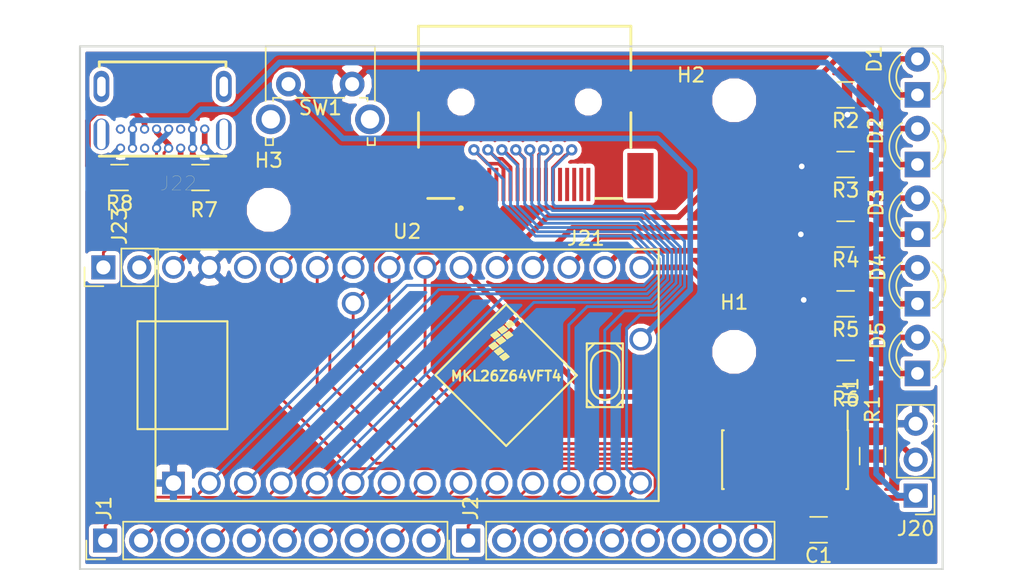
<source format=kicad_pcb>
(kicad_pcb (version 20171130) (host pcbnew 5.0.2+dfsg1-1)

  (general
    (thickness 1.6)
    (drawings 4)
    (tracks 356)
    (zones 0)
    (modules 26)
    (nets 55)
  )

  (page A4)
  (layers
    (0 F.Cu signal)
    (31 B.Cu signal)
    (32 B.Adhes user)
    (33 F.Adhes user)
    (34 B.Paste user)
    (35 F.Paste user)
    (36 B.SilkS user)
    (37 F.SilkS user)
    (38 B.Mask user)
    (39 F.Mask user)
    (40 Dwgs.User user)
    (41 Cmts.User user)
    (42 Eco1.User user)
    (43 Eco2.User user)
    (44 Edge.Cuts user)
    (45 Margin user)
    (46 B.CrtYd user hide)
    (47 F.CrtYd user hide)
    (48 B.Fab user)
    (49 F.Fab user)
  )

  (setup
    (last_trace_width 0.25)
    (user_trace_width 0.1)
    (user_trace_width 0.15)
    (user_trace_width 0.2)
    (user_trace_width 0.25)
    (user_trace_width 0.4)
    (user_trace_width 0.6)
    (user_trace_width 0.8)
    (user_trace_width 1)
    (trace_clearance 0.15)
    (zone_clearance 0.3)
    (zone_45_only no)
    (trace_min 0.1)
    (segment_width 0.2)
    (edge_width 0.15)
    (via_size 0.8)
    (via_drill 0.4)
    (via_min_size 0.4)
    (via_min_drill 0.3)
    (uvia_size 0.3)
    (uvia_drill 0.1)
    (uvias_allowed no)
    (uvia_min_size 0.2)
    (uvia_min_drill 0.1)
    (pcb_text_width 0.3)
    (pcb_text_size 1.5 1.5)
    (mod_edge_width 0.15)
    (mod_text_size 1 1)
    (mod_text_width 0.15)
    (pad_size 0.6 2.1)
    (pad_drill 0.6)
    (pad_to_mask_clearance 0.051)
    (solder_mask_min_width 0.25)
    (aux_axis_origin 0 0)
    (visible_elements FFFFFF7F)
    (pcbplotparams
      (layerselection 0x010fc_ffffffff)
      (usegerberextensions false)
      (usegerberattributes false)
      (usegerberadvancedattributes false)
      (creategerberjobfile false)
      (excludeedgelayer true)
      (linewidth 0.100000)
      (plotframeref false)
      (viasonmask false)
      (mode 1)
      (useauxorigin false)
      (hpglpennumber 1)
      (hpglpenspeed 20)
      (hpglpendiameter 15.000000)
      (psnegative false)
      (psa4output false)
      (plotreference true)
      (plotvalue true)
      (plotinvisibletext false)
      (padsonsilk false)
      (subtractmaskfromsilk false)
      (outputformat 1)
      (mirror false)
      (drillshape 0)
      (scaleselection 1)
      (outputdirectory "gerber/"))
  )

  (net 0 "")
  (net 1 "Net-(SW1-Pad1)")
  (net 2 C3)
  (net 3 C2)
  (net 4 C4)
  (net 5 C5)
  (net 6 C6)
  (net 7 C7)
  (net 8 C8)
  (net 9 "Net-(U2-Pad31)")
  (net 10 C1)
  (net 11 C0)
  (net 12 R9)
  (net 13 R8)
  (net 14 R7)
  (net 15 R6)
  (net 16 R5)
  (net 17 R4)
  (net 18 R3)
  (net 19 R2)
  (net 20 R1)
  (net 21 R0)
  (net 22 GND)
  (net 23 +5V)
  (net 24 "Net-(J22-PadA5)")
  (net 25 USB_D+)
  (net 26 USB_D-)
  (net 27 "Net-(J22-PadA8)")
  (net 28 "Net-(J22-PadB5)")
  (net 29 "Net-(J22-PadB8)")
  (net 30 "Net-(D5-Pad1)")
  (net 31 "Net-(D4-Pad1)")
  (net 32 "Net-(D3-Pad1)")
  (net 33 "Net-(D2-Pad1)")
  (net 34 "Net-(D1-Pad1)")
  (net 35 "Net-(J20-Pad2)")
  (net 36 "Net-(R1-Pad2)")
  (net 37 BL_IN)
  (net 38 "Net-(U1-Pad6)")
  (net 39 "Net-(U1-Pad8)")
  (net 40 "Net-(U1-Pad10)")
  (net 41 L1)
  (net 42 L2)
  (net 43 L3)
  (net 44 L4)
  (net 45 L5)
  (net 46 "Net-(J21-Pad17)")
  (net 47 "Net-(J21-Pad18)")
  (net 48 "Net-(J21-Pad15)")
  (net 49 "Net-(J21-Pad16)")
  (net 50 "Net-(J21-Pad19)")
  (net 51 "Net-(J21-PadS1)")
  (net 52 "Net-(J22-PadP1)")
  (net 53 "Net-(U1-Pad2)")
  (net 54 "Net-(U1-Pad12)")

  (net_class Default "Ceci est la Netclass par défaut."
    (clearance 0.15)
    (trace_width 0.25)
    (via_dia 0.8)
    (via_drill 0.4)
    (uvia_dia 0.3)
    (uvia_drill 0.1)
    (add_net +5V)
    (add_net BL_IN)
    (add_net C0)
    (add_net C1)
    (add_net C2)
    (add_net C3)
    (add_net C4)
    (add_net C5)
    (add_net C6)
    (add_net C7)
    (add_net C8)
    (add_net GND)
    (add_net L1)
    (add_net L2)
    (add_net L3)
    (add_net L4)
    (add_net L5)
    (add_net "Net-(D1-Pad1)")
    (add_net "Net-(D2-Pad1)")
    (add_net "Net-(D3-Pad1)")
    (add_net "Net-(D4-Pad1)")
    (add_net "Net-(D5-Pad1)")
    (add_net "Net-(J20-Pad2)")
    (add_net "Net-(J21-Pad15)")
    (add_net "Net-(J21-Pad16)")
    (add_net "Net-(J21-Pad17)")
    (add_net "Net-(J21-Pad18)")
    (add_net "Net-(J21-Pad19)")
    (add_net "Net-(J21-PadS1)")
    (add_net "Net-(J22-PadA5)")
    (add_net "Net-(J22-PadA8)")
    (add_net "Net-(J22-PadB5)")
    (add_net "Net-(J22-PadB8)")
    (add_net "Net-(J22-PadP1)")
    (add_net "Net-(R1-Pad2)")
    (add_net "Net-(SW1-Pad1)")
    (add_net "Net-(U1-Pad10)")
    (add_net "Net-(U1-Pad12)")
    (add_net "Net-(U1-Pad2)")
    (add_net "Net-(U1-Pad6)")
    (add_net "Net-(U1-Pad8)")
    (add_net "Net-(U2-Pad31)")
    (add_net R0)
    (add_net R1)
    (add_net R2)
    (add_net R3)
    (add_net R4)
    (add_net R5)
    (add_net R6)
    (add_net R7)
    (add_net R8)
    (add_net R9)
    (add_net USB_D+)
    (add_net USB_D-)
  )

  (module USBC:GCT_USB4085-GF-A_REVA (layer F.Cu) (tedit 5FEF5AA6) (tstamp 611E57A7)
    (at 101.595 82.804 180)
    (path /60F87464)
    (fp_text reference J22 (at -1.097425 -6.515415 180) (layer F.SilkS)
      (effects (font (size 1.00015 1.00015) (thickness 0.015)))
    )
    (fp_text value USB_C (at 9.18404 5.83792 180) (layer F.Fab)
      (effects (font (size 1.001543 1.001543) (thickness 0.015)))
    )
    (fp_line (start -5.3 2.075) (end 5.9 2.075) (layer F.Fab) (width 0.127))
    (fp_text user >PCB~Edge (at 5.08 2.07623 180) (layer Dwgs.User)
      (effects (font (size 0.800472 0.800472) (thickness 0.015)))
    )
    (fp_line (start -4.475 -4.585) (end 4.475 -4.585) (layer F.Fab) (width 0.1))
    (fp_line (start 4.475 -4.585) (end 4.475 4.585) (layer F.Fab) (width 0.1))
    (fp_line (start 4.475 4.585) (end -4.475 4.585) (layer F.Fab) (width 0.1))
    (fp_line (start -4.475 4.585) (end -4.475 -4.585) (layer F.Fab) (width 0.1))
    (fp_line (start -4.475 -4.585) (end 4.475 -4.585) (layer F.SilkS) (width 0.2))
    (fp_line (start -4.475 1.725) (end -4.475 2.075) (layer F.SilkS) (width 0.2))
    (fp_line (start -4.475 2.075) (end 4.475 2.075) (layer F.SilkS) (width 0.2))
    (fp_line (start 4.475 2.075) (end 4.475 1.725) (layer F.SilkS) (width 0.2))
    (fp_line (start -5.1 -4.825) (end 5.15 -4.825) (layer F.CrtYd) (width 0.05))
    (fp_line (start 5.15 -4.825) (end 5.15 4.825) (layer F.CrtYd) (width 0.05))
    (fp_line (start 5.15 4.825) (end -5.1 4.825) (layer F.CrtYd) (width 0.05))
    (fp_line (start -5.1 4.825) (end -5.1 -4.825) (layer F.CrtYd) (width 0.05))
    (pad A1 thru_hole circle (at -2.975 -4.025 180) (size 0.65 0.65) (drill 0.4) (layers *.Cu *.Mask)
      (net 22 GND))
    (pad A4 thru_hole circle (at -2.125 -4.025 180) (size 0.65 0.65) (drill 0.4) (layers *.Cu *.Mask)
      (net 23 +5V))
    (pad A5 thru_hole circle (at -1.275 -4.025 180) (size 0.65 0.65) (drill 0.4) (layers *.Cu *.Mask)
      (net 24 "Net-(J22-PadA5)"))
    (pad A6 thru_hole circle (at -0.425 -4.025 180) (size 0.65 0.65) (drill 0.4) (layers *.Cu *.Mask)
      (net 26 USB_D-))
    (pad A7 thru_hole circle (at 0.425 -4.025 180) (size 0.65 0.65) (drill 0.4) (layers *.Cu *.Mask)
      (net 25 USB_D+))
    (pad A8 thru_hole circle (at 1.275 -4.025 180) (size 0.65 0.65) (drill 0.4) (layers *.Cu *.Mask)
      (net 27 "Net-(J22-PadA8)"))
    (pad A9 thru_hole circle (at 2.125 -4.025 180) (size 0.65 0.65) (drill 0.4) (layers *.Cu *.Mask)
      (net 23 +5V))
    (pad A12 thru_hole circle (at 2.975 -4.025 180) (size 0.65 0.65) (drill 0.4) (layers *.Cu *.Mask)
      (net 22 GND))
    (pad B1 thru_hole circle (at 2.975 -2.675 180) (size 0.65 0.65) (drill 0.4) (layers *.Cu *.Mask)
      (net 22 GND))
    (pad B4 thru_hole circle (at 2.125 -2.675 180) (size 0.65 0.65) (drill 0.4) (layers *.Cu *.Mask)
      (net 23 +5V))
    (pad B5 thru_hole circle (at 1.275 -2.675 180) (size 0.65 0.65) (drill 0.4) (layers *.Cu *.Mask)
      (net 28 "Net-(J22-PadB5)"))
    (pad B6 thru_hole circle (at 0.425 -2.675 180) (size 0.65 0.65) (drill 0.4) (layers *.Cu *.Mask)
      (net 26 USB_D-))
    (pad B7 thru_hole circle (at -0.425 -2.675 180) (size 0.65 0.65) (drill 0.4) (layers *.Cu *.Mask)
      (net 25 USB_D+))
    (pad B8 thru_hole circle (at -1.275 -2.675 180) (size 0.65 0.65) (drill 0.4) (layers *.Cu *.Mask)
      (net 29 "Net-(J22-PadB8)"))
    (pad B9 thru_hole circle (at -2.125 -2.675 180) (size 0.65 0.65) (drill 0.4) (layers *.Cu *.Mask)
      (net 23 +5V))
    (pad B12 thru_hole circle (at -2.975 -2.675 180) (size 0.65 0.65) (drill 0.4) (layers *.Cu *.Mask)
      (net 22 GND))
    (pad P1 thru_hole oval (at -4.325 -3.045 180) (size 1.108 2.216) (drill oval 0.6 2.1) (layers *.Cu *.Mask)
      (net 52 "Net-(J22-PadP1)"))
    (pad P2 thru_hole oval (at 4.325 -3.045 180) (size 1.108 2.216) (drill oval 0.6 2.1) (layers *.Cu *.Mask)
      (net 52 "Net-(J22-PadP1)"))
    (pad P3 thru_hole oval (at 4.325 0.335 180) (size 1.108 2.216) (drill oval 0.6 1.4) (layers *.Cu *.Mask)
      (net 52 "Net-(J22-PadP1)"))
    (pad P4 thru_hole oval (at -4.325 0.335 180) (size 1.108 2.216) (drill oval 0.6 1.4) (layers *.Cu *.Mask)
      (net 52 "Net-(J22-PadP1)"))
  )

  (module MountingHole:MountingHole_2.5mm (layer F.Cu) (tedit 56D1B4CB) (tstamp 611E586A)
    (at 109.093 91.186)
    (descr "Mounting Hole 2.5mm, no annular")
    (tags "mounting hole 2.5mm no annular")
    (path /60F8206E)
    (attr virtual)
    (fp_text reference H3 (at 0 -3.5) (layer F.SilkS)
      (effects (font (size 1 1) (thickness 0.15)))
    )
    (fp_text value MountingHole (at 0 3.5) (layer F.Fab)
      (effects (font (size 1 1) (thickness 0.15)))
    )
    (fp_text user %R (at 0.3 0) (layer F.Fab)
      (effects (font (size 1 1) (thickness 0.15)))
    )
    (fp_circle (center 0 0) (end 2.5 0) (layer Cmts.User) (width 0.15))
    (fp_circle (center 0 0) (end 2.75 0) (layer F.CrtYd) (width 0.05))
    (pad 1 np_thru_hole circle (at 0 0) (size 2.5 2.5) (drill 2.5) (layers *.Cu *.Mask))
  )

  (module Button_Switch_THT:SW_Tactile_SPST_Angled_PTS645Vx39-2LFS (layer F.Cu) (tedit 5A02FE31) (tstamp 611E5AF2)
    (at 110.49 82.296)
    (descr "tactile switch SPST right angle, PTS645VL39-2 LFS")
    (tags "tactile switch SPST angled PTS645VL39-2 LFS C&K Button")
    (path /60F57766)
    (fp_text reference SW1 (at 2.25 1.68) (layer F.SilkS)
      (effects (font (size 1 1) (thickness 0.15)))
    )
    (fp_text value SW_Push (at 2.25 5.38988) (layer F.Fab)
      (effects (font (size 1 1) (thickness 0.15)))
    )
    (fp_line (start 0.5 -3.85) (end 0.5 -2.59) (layer F.Fab) (width 0.1))
    (fp_line (start 4 -3.85) (end 4 -2.59) (layer F.Fab) (width 0.1))
    (fp_line (start 0.5 -3.85) (end 4 -3.85) (layer F.Fab) (width 0.1))
    (fp_text user %R (at 2.25 1.68) (layer F.Fab)
      (effects (font (size 1 1) (thickness 0.15)))
    )
    (fp_line (start -1.09 0.97) (end -1.09 1.2) (layer F.SilkS) (width 0.12))
    (fp_line (start 5.7 4.2) (end 5.7 0.86) (layer F.Fab) (width 0.1))
    (fp_line (start -1.5 4.2) (end -1.2 4.2) (layer F.Fab) (width 0.1))
    (fp_line (start -1.2 0.86) (end 5.7 0.86) (layer F.Fab) (width 0.1))
    (fp_line (start 6 4.2) (end 6 -2.59) (layer F.Fab) (width 0.1))
    (fp_line (start -2.5 -2.8) (end 7.05 -2.8) (layer F.CrtYd) (width 0.05))
    (fp_line (start 7.05 -2.8) (end 7.05 4.45) (layer F.CrtYd) (width 0.05))
    (fp_line (start 7.05 4.45) (end -2.5 4.45) (layer F.CrtYd) (width 0.05))
    (fp_line (start -2.5 4.45) (end -2.5 -2.8) (layer F.CrtYd) (width 0.05))
    (fp_line (start -1.61 -2.7) (end 6.11 -2.7) (layer F.SilkS) (width 0.12))
    (fp_line (start 6.11 -2.7) (end 6.11 1.2) (layer F.SilkS) (width 0.12))
    (fp_line (start -1.61 4.31) (end -1.09 4.31) (layer F.SilkS) (width 0.12))
    (fp_line (start -1.61 -2.7) (end -1.61 1.2) (layer F.SilkS) (width 0.12))
    (fp_line (start -1.5 -2.59) (end 6 -2.59) (layer F.Fab) (width 0.1))
    (fp_line (start -1.5 4.2) (end -1.5 -2.59) (layer F.Fab) (width 0.1))
    (fp_line (start 5.7 4.2) (end 6 4.2) (layer F.Fab) (width 0.1))
    (fp_line (start -1.2 4.2) (end -1.2 0.86) (layer F.Fab) (width 0.1))
    (fp_line (start 5.59 0.97) (end 5.59 1.2) (layer F.SilkS) (width 0.12))
    (fp_line (start -1.09 3.8) (end -1.09 4.31) (layer F.SilkS) (width 0.12))
    (fp_line (start -1.61 3.8) (end -1.61 4.31) (layer F.SilkS) (width 0.12))
    (fp_line (start 5.05 0.97) (end 5.59 0.97) (layer F.SilkS) (width 0.12))
    (fp_line (start 5.59 3.8) (end 5.59 4.31) (layer F.SilkS) (width 0.12))
    (fp_line (start 5.59 4.31) (end 6.11 4.31) (layer F.SilkS) (width 0.12))
    (fp_line (start 6.11 3.8) (end 6.11 4.31) (layer F.SilkS) (width 0.12))
    (fp_line (start -1.09 0.97) (end -0.55 0.97) (layer F.SilkS) (width 0.12))
    (fp_line (start 0.55 0.97) (end 3.95 0.97) (layer F.SilkS) (width 0.12))
    (pad "" thru_hole circle (at 5.76 2.49) (size 2.1 2.1) (drill 1.3) (layers *.Cu *.Mask))
    (pad 2 thru_hole circle (at 4.5 0) (size 1.75 1.75) (drill 0.99) (layers *.Cu *.Mask)
      (net 22 GND))
    (pad 1 thru_hole circle (at 0 0) (size 1.75 1.75) (drill 0.99) (layers *.Cu *.Mask)
      (net 1 "Net-(SW1-Pad1)"))
    (pad "" thru_hole circle (at -1.25 2.49) (size 2.1 2.1) (drill 1.3) (layers *.Cu *.Mask))
    (model ${KISYS3DMOD}/Button_Switch_THT.3dshapes/SW_Tactile_SPST_Angled_PTS645Vx39-2LFS.wrl
      (at (xyz 0 0 0))
      (scale (xyz 1 1 1))
      (rotate (xyz 0 0 0))
    )
  )

  (module teensy:Teensy_LC_tris (layer F.Cu) (tedit 611C0AE1) (tstamp 611C4711)
    (at 118.872 102.87)
    (path /60F571B5)
    (fp_text reference U2 (at 0 -10.16) (layer F.SilkS)
      (effects (font (size 1 1) (thickness 0.15)))
    )
    (fp_text value Teensy-LC (at 0 10.16) (layer F.Fab)
      (effects (font (size 1 1) (thickness 0.15)))
    )
    (fp_line (start 13.25 2.25) (end 12.75 1.75) (layer F.SilkS) (width 0.15))
    (fp_line (start 12.7 2.25) (end 13.25 2.25) (layer F.SilkS) (width 0.15))
    (fp_line (start 15.25 1.75) (end 14.75 2.25) (layer F.SilkS) (width 0.15))
    (fp_line (start 12.75 -1.75) (end 13.25 -2.25) (layer F.SilkS) (width 0.15))
    (fp_line (start 14.75 -2.25) (end 13.25 -2.25) (layer F.SilkS) (width 0.15))
    (fp_line (start 15.25 -1.75) (end 14.75 -2.25) (layer F.SilkS) (width 0.15))
    (fp_line (start 15 0.75) (end 15 -0.75) (layer F.SilkS) (width 0.15))
    (fp_line (start 13 -0.75) (end 13 0.75) (layer F.SilkS) (width 0.15))
    (fp_line (start 7 5) (end 12 0) (layer F.SilkS) (width 0.15))
    (fp_line (start 2 0) (end 7 5) (layer F.SilkS) (width 0.15))
    (fp_line (start 7 -5) (end 2 0) (layer F.SilkS) (width 0.15))
    (fp_line (start 12 0) (end 7 -5) (layer F.SilkS) (width 0.15))
    (fp_line (start -17.78 3.81) (end -19.05 3.81) (layer F.SilkS) (width 0.15))
    (fp_line (start -19.05 3.81) (end -19.05 -3.81) (layer F.SilkS) (width 0.15))
    (fp_line (start -19.05 -3.81) (end -17.78 -3.81) (layer F.SilkS) (width 0.15))
    (fp_line (start -12.7 3.81) (end -12.7 -3.81) (layer F.SilkS) (width 0.15))
    (fp_line (start -12.7 -3.81) (end -17.78 -3.81) (layer F.SilkS) (width 0.15))
    (fp_line (start -12.7 3.81) (end -17.78 3.81) (layer F.SilkS) (width 0.15))
    (fp_line (start 15.25 -2.25) (end 15.24 2.25) (layer F.SilkS) (width 0.15))
    (fp_line (start 15.24 2.25) (end 12.7 2.25) (layer F.SilkS) (width 0.15))
    (fp_line (start 12.7 2.25) (end 12.7 -2.25) (layer F.SilkS) (width 0.15))
    (fp_line (start 12.7 -2.25) (end 15.24 -2.25) (layer F.SilkS) (width 0.15))
    (fp_line (start -17.78 -8.89) (end 17.78 -8.89) (layer F.SilkS) (width 0.15))
    (fp_line (start 17.78 -8.89) (end 17.78 8.89) (layer F.SilkS) (width 0.15))
    (fp_line (start 17.78 8.89) (end -17.78 8.89) (layer F.SilkS) (width 0.15))
    (fp_line (start -17.78 8.89) (end -17.78 -8.89) (layer F.SilkS) (width 0.15))
    (fp_poly (pts (xy 6.187 -2.579) (xy 5.933 -2.833) (xy 6.314 -3.087) (xy 6.568 -2.833)) (layer F.SilkS) (width 0.1))
    (fp_poly (pts (xy 6.568 -2.198) (xy 6.314 -2.452) (xy 6.695 -2.706) (xy 6.949 -2.452)) (layer F.SilkS) (width 0.1))
    (fp_poly (pts (xy 7.203 -3.341) (xy 6.949 -3.595) (xy 7.33 -3.849) (xy 7.584 -3.595)) (layer F.SilkS) (width 0.1))
    (fp_poly (pts (xy 6.441 -1.436) (xy 6.187 -1.69) (xy 6.568 -1.944) (xy 6.822 -1.69)) (layer F.SilkS) (width 0.1))
    (fp_poly (pts (xy 6.695 -2.96) (xy 6.441 -3.214) (xy 6.822 -3.468) (xy 7.076 -3.214)) (layer F.SilkS) (width 0.1))
    (fp_poly (pts (xy 6.822 -1.055) (xy 6.568 -1.309) (xy 6.949 -1.563) (xy 7.203 -1.309)) (layer F.SilkS) (width 0.1))
    (fp_poly (pts (xy 6.06 -1.817) (xy 5.806 -2.071) (xy 6.187 -2.325) (xy 6.441 -2.071)) (layer F.SilkS) (width 0.1))
    (fp_poly (pts (xy 7.076 -2.579) (xy 6.822 -2.833) (xy 7.203 -3.087) (xy 7.457 -2.833)) (layer F.SilkS) (width 0.1))
    (fp_text user MKL26Z64VFT4 (at 7 0.06) (layer F.SilkS)
      (effects (font (size 0.7 0.7) (thickness 0.15)))
    )
    (fp_arc (start 14 -0.75) (end 15 -0.75) (angle -180) (layer F.SilkS) (width 0.15))
    (fp_arc (start 14 0.75) (end 13 0.75) (angle -180) (layer F.SilkS) (width 0.15))
    (pad 18 thru_hole circle (at 16.51 -2.54) (size 1.6 1.6) (drill 1.1) (layers *.Cu *.Mask)
      (net 1 "Net-(SW1-Pad1)"))
    (pad 20 thru_hole circle (at 16.51 -7.62) (size 1.6 1.6) (drill 1.1) (layers *.Cu *.Mask)
      (net 45 L5))
    (pad 14 thru_hole circle (at 16.51 7.62) (size 1.6 1.6) (drill 1.1) (layers *.Cu *.Mask)
      (net 3 C2))
    (pad 21 thru_hole circle (at 13.97 -7.62) (size 1.6 1.6) (drill 1.1) (layers *.Cu *.Mask)
      (net 44 L4))
    (pad 22 thru_hole circle (at 11.43 -7.62) (size 1.6 1.6) (drill 1.1) (layers *.Cu *.Mask)
      (net 43 L3))
    (pad 23 thru_hole circle (at 8.89 -7.62) (size 1.6 1.6) (drill 1.1) (layers *.Cu *.Mask)
      (net 42 L2))
    (pad 24 thru_hole circle (at 6.35 -7.62) (size 1.6 1.6) (drill 1.1) (layers *.Cu *.Mask)
      (net 41 L1))
    (pad 25 thru_hole circle (at 3.81 -7.62) (size 1.6 1.6) (drill 1.1) (layers *.Cu *.Mask)
      (net 37 BL_IN))
    (pad 26 thru_hole circle (at 1.27 -7.62) (size 1.6 1.6) (drill 1.1) (layers *.Cu *.Mask)
      (net 8 C8))
    (pad 27 thru_hole circle (at -1.27 -7.62) (size 1.6 1.6) (drill 1.1) (layers *.Cu *.Mask)
      (net 7 C7))
    (pad 28 thru_hole circle (at -3.81 -7.62) (size 1.6 1.6) (drill 1.1) (layers *.Cu *.Mask)
      (net 5 C5))
    (pad 29 thru_hole circle (at -6.35 -7.62) (size 1.6 1.6) (drill 1.1) (layers *.Cu *.Mask)
      (net 4 C4))
    (pad 30 thru_hole circle (at -8.89 -7.62) (size 1.6 1.6) (drill 1.1) (layers *.Cu *.Mask)
      (net 2 C3))
    (pad 31 thru_hole circle (at -11.43 -7.62) (size 1.6 1.6) (drill 1.1) (layers *.Cu *.Mask)
      (net 9 "Net-(U2-Pad31)"))
    (pad 32 thru_hole circle (at -13.97 -7.62) (size 1.6 1.6) (drill 1.1) (layers *.Cu *.Mask)
      (net 22 GND))
    (pad 33 thru_hole circle (at -16.51 -7.62) (size 1.6 1.6) (drill 1.1) (layers *.Cu *.Mask)
      (net 23 +5V))
    (pad 37 thru_hole circle (at -3.81 -5.08) (size 1.6 1.6) (drill 1.1) (layers *.Cu *.Mask)
      (net 6 C6))
    (pad 13 thru_hole circle (at 13.97 7.62) (size 1.6 1.6) (drill 1.1) (layers *.Cu *.Mask)
      (net 10 C1))
    (pad 12 thru_hole circle (at 11.43 7.62) (size 1.6 1.6) (drill 1.1) (layers *.Cu *.Mask)
      (net 11 C0))
    (pad 11 thru_hole circle (at 8.89 7.62) (size 1.6 1.6) (drill 1.1) (layers *.Cu *.Mask)
      (net 12 R9))
    (pad 10 thru_hole circle (at 6.35 7.62) (size 1.6 1.6) (drill 1.1) (layers *.Cu *.Mask)
      (net 13 R8))
    (pad 9 thru_hole circle (at 3.81 7.62) (size 1.6 1.6) (drill 1.1) (layers *.Cu *.Mask)
      (net 14 R7))
    (pad 8 thru_hole circle (at 1.27 7.62) (size 1.6 1.6) (drill 1.1) (layers *.Cu *.Mask)
      (net 15 R6))
    (pad 7 thru_hole circle (at -1.27 7.62) (size 1.6 1.6) (drill 1.1) (layers *.Cu *.Mask)
      (net 16 R5))
    (pad 6 thru_hole circle (at -3.81 7.62) (size 1.6 1.6) (drill 1.1) (layers *.Cu *.Mask)
      (net 17 R4))
    (pad 5 thru_hole circle (at -6.35 7.62) (size 1.6 1.6) (drill 1.1) (layers *.Cu *.Mask)
      (net 18 R3))
    (pad 4 thru_hole circle (at -8.89 7.62) (size 1.6 1.6) (drill 1.1) (layers *.Cu *.Mask)
      (net 19 R2))
    (pad 3 thru_hole circle (at -11.43 7.62) (size 1.6 1.6) (drill 1.1) (layers *.Cu *.Mask)
      (net 20 R1))
    (pad 2 thru_hole circle (at -13.97 7.62) (size 1.6 1.6) (drill 1.1) (layers *.Cu *.Mask)
      (net 21 R0))
    (pad 1 thru_hole rect (at -16.51 7.62) (size 1.6 1.6) (drill 1.1) (layers *.Cu *.Mask)
      (net 22 GND))
  )

  (module Connector_PinHeader_2.54mm:PinHeader_1x09_P2.54mm_Vertical (layer F.Cu) (tedit 59FED5CC) (tstamp 611B81DD)
    (at 123.19 114.554 90)
    (descr "Through hole straight pin header, 1x09, 2.54mm pitch, single row")
    (tags "Through hole pin header THT 1x09 2.54mm single row")
    (path /611AF24D)
    (fp_text reference J2 (at 2.286 0.178999 90) (layer F.SilkS)
      (effects (font (size 1 1) (thickness 0.15)))
    )
    (fp_text value COL (at 0 22.65 90) (layer F.Fab)
      (effects (font (size 1 1) (thickness 0.15)))
    )
    (fp_line (start -0.635 -1.27) (end 1.27 -1.27) (layer F.Fab) (width 0.1))
    (fp_line (start 1.27 -1.27) (end 1.27 21.59) (layer F.Fab) (width 0.1))
    (fp_line (start 1.27 21.59) (end -1.27 21.59) (layer F.Fab) (width 0.1))
    (fp_line (start -1.27 21.59) (end -1.27 -0.635) (layer F.Fab) (width 0.1))
    (fp_line (start -1.27 -0.635) (end -0.635 -1.27) (layer F.Fab) (width 0.1))
    (fp_line (start -1.33 21.65) (end 1.33 21.65) (layer F.SilkS) (width 0.12))
    (fp_line (start -1.33 1.27) (end -1.33 21.65) (layer F.SilkS) (width 0.12))
    (fp_line (start 1.33 1.27) (end 1.33 21.65) (layer F.SilkS) (width 0.12))
    (fp_line (start -1.33 1.27) (end 1.33 1.27) (layer F.SilkS) (width 0.12))
    (fp_line (start -1.33 0) (end -1.33 -1.33) (layer F.SilkS) (width 0.12))
    (fp_line (start -1.33 -1.33) (end 0 -1.33) (layer F.SilkS) (width 0.12))
    (fp_line (start -1.8 -1.8) (end -1.8 22.1) (layer F.CrtYd) (width 0.05))
    (fp_line (start -1.8 22.1) (end 1.8 22.1) (layer F.CrtYd) (width 0.05))
    (fp_line (start 1.8 22.1) (end 1.8 -1.8) (layer F.CrtYd) (width 0.05))
    (fp_line (start 1.8 -1.8) (end -1.8 -1.8) (layer F.CrtYd) (width 0.05))
    (fp_text user %R (at 0 10.16 180) (layer F.Fab)
      (effects (font (size 1 1) (thickness 0.15)))
    )
    (pad 1 thru_hole rect (at 0 0 90) (size 1.7 1.7) (drill 1) (layers *.Cu *.Mask)
      (net 11 C0))
    (pad 2 thru_hole oval (at 0 2.54 90) (size 1.7 1.7) (drill 1) (layers *.Cu *.Mask)
      (net 10 C1))
    (pad 3 thru_hole oval (at 0 5.08 90) (size 1.7 1.7) (drill 1) (layers *.Cu *.Mask)
      (net 3 C2))
    (pad 4 thru_hole oval (at 0 7.62 90) (size 1.7 1.7) (drill 1) (layers *.Cu *.Mask)
      (net 2 C3))
    (pad 5 thru_hole oval (at 0 10.16 90) (size 1.7 1.7) (drill 1) (layers *.Cu *.Mask)
      (net 4 C4))
    (pad 6 thru_hole oval (at 0 12.7 90) (size 1.7 1.7) (drill 1) (layers *.Cu *.Mask)
      (net 5 C5))
    (pad 7 thru_hole oval (at 0 15.24 90) (size 1.7 1.7) (drill 1) (layers *.Cu *.Mask)
      (net 6 C6))
    (pad 8 thru_hole oval (at 0 17.78 90) (size 1.7 1.7) (drill 1) (layers *.Cu *.Mask)
      (net 7 C7))
    (pad 9 thru_hole oval (at 0 20.32 90) (size 1.7 1.7) (drill 1) (layers *.Cu *.Mask)
      (net 8 C8))
    (model ${KISYS3DMOD}/Connector_PinHeader_2.54mm.3dshapes/PinHeader_1x09_P2.54mm_Vertical.wrl
      (at (xyz 0 0 0))
      (scale (xyz 1 1 1))
      (rotate (xyz 0 0 0))
    )
  )

  (module LED_THT:LED_D3.0mm (layer F.Cu) (tedit 587A3A7B) (tstamp 611E58AB)
    (at 154.94 92.9005 90)
    (descr "LED, diameter 3.0mm, 2 pins")
    (tags "LED diameter 3.0mm 2 pins")
    (path /60F5F5E9)
    (fp_text reference D3 (at 2.2225 -2.921 90) (layer F.SilkS)
      (effects (font (size 1 1) (thickness 0.15)))
    )
    (fp_text value LED (at 1.27 2.96 90) (layer F.Fab)
      (effects (font (size 1 1) (thickness 0.15)))
    )
    (fp_arc (start 1.27 0) (end -0.23 -1.16619) (angle 284.3) (layer F.Fab) (width 0.1))
    (fp_arc (start 1.27 0) (end -0.29 -1.235516) (angle 108.8) (layer F.SilkS) (width 0.12))
    (fp_arc (start 1.27 0) (end -0.29 1.235516) (angle -108.8) (layer F.SilkS) (width 0.12))
    (fp_arc (start 1.27 0) (end 0.229039 -1.08) (angle 87.9) (layer F.SilkS) (width 0.12))
    (fp_arc (start 1.27 0) (end 0.229039 1.08) (angle -87.9) (layer F.SilkS) (width 0.12))
    (fp_circle (center 1.27 0) (end 2.77 0) (layer F.Fab) (width 0.1))
    (fp_line (start -0.23 -1.16619) (end -0.23 1.16619) (layer F.Fab) (width 0.1))
    (fp_line (start -0.29 -1.236) (end -0.29 -1.08) (layer F.SilkS) (width 0.12))
    (fp_line (start -0.29 1.08) (end -0.29 1.236) (layer F.SilkS) (width 0.12))
    (fp_line (start -1.15 -2.25) (end -1.15 2.25) (layer F.CrtYd) (width 0.05))
    (fp_line (start -1.15 2.25) (end 3.7 2.25) (layer F.CrtYd) (width 0.05))
    (fp_line (start 3.7 2.25) (end 3.7 -2.25) (layer F.CrtYd) (width 0.05))
    (fp_line (start 3.7 -2.25) (end -1.15 -2.25) (layer F.CrtYd) (width 0.05))
    (pad 1 thru_hole rect (at 0 0 90) (size 1.8 1.8) (drill 0.9) (layers *.Cu *.Mask)
      (net 32 "Net-(D3-Pad1)"))
    (pad 2 thru_hole circle (at 2.54 0 90) (size 1.8 1.8) (drill 0.9) (layers *.Cu *.Mask)
      (net 43 L3))
    (model ${KISYS3DMOD}/LED_THT.3dshapes/LED_D3.0mm.wrl
      (at (xyz 0 0 0))
      (scale (xyz 1 1 1))
      (rotate (xyz 0 0 0))
    )
  )

  (module Connector_PinHeader_2.54mm:PinHeader_1x10_P2.54mm_Vertical (layer F.Cu) (tedit 59FED5CC) (tstamp 611C16F4)
    (at 97.536 114.554 90)
    (descr "Through hole straight pin header, 1x10, 2.54mm pitch, single row")
    (tags "Through hole pin header THT 1x10 2.54mm single row")
    (path /611AF096)
    (fp_text reference J1 (at 2.286 -0.075001 90) (layer F.SilkS)
      (effects (font (size 1 1) (thickness 0.15)))
    )
    (fp_text value ROW (at 0 25.19 90) (layer F.Fab)
      (effects (font (size 1 1) (thickness 0.15)))
    )
    (fp_line (start -0.635 -1.27) (end 1.27 -1.27) (layer F.Fab) (width 0.1))
    (fp_line (start 1.27 -1.27) (end 1.27 24.13) (layer F.Fab) (width 0.1))
    (fp_line (start 1.27 24.13) (end -1.27 24.13) (layer F.Fab) (width 0.1))
    (fp_line (start -1.27 24.13) (end -1.27 -0.635) (layer F.Fab) (width 0.1))
    (fp_line (start -1.27 -0.635) (end -0.635 -1.27) (layer F.Fab) (width 0.1))
    (fp_line (start -1.33 24.19) (end 1.33 24.19) (layer F.SilkS) (width 0.12))
    (fp_line (start -1.33 1.27) (end -1.33 24.19) (layer F.SilkS) (width 0.12))
    (fp_line (start 1.33 1.27) (end 1.33 24.19) (layer F.SilkS) (width 0.12))
    (fp_line (start -1.33 1.27) (end 1.33 1.27) (layer F.SilkS) (width 0.12))
    (fp_line (start -1.33 0) (end -1.33 -1.33) (layer F.SilkS) (width 0.12))
    (fp_line (start -1.33 -1.33) (end 0 -1.33) (layer F.SilkS) (width 0.12))
    (fp_line (start -1.8 -1.8) (end -1.8 24.65) (layer F.CrtYd) (width 0.05))
    (fp_line (start -1.8 24.65) (end 1.8 24.65) (layer F.CrtYd) (width 0.05))
    (fp_line (start 1.8 24.65) (end 1.8 -1.8) (layer F.CrtYd) (width 0.05))
    (fp_line (start 1.8 -1.8) (end -1.8 -1.8) (layer F.CrtYd) (width 0.05))
    (fp_text user %R (at 0 11.43 180) (layer F.Fab)
      (effects (font (size 1 1) (thickness 0.15)))
    )
    (pad 1 thru_hole rect (at 0 0 90) (size 1.7 1.7) (drill 1) (layers *.Cu *.Mask)
      (net 21 R0))
    (pad 2 thru_hole oval (at 0 2.54 90) (size 1.7 1.7) (drill 1) (layers *.Cu *.Mask)
      (net 20 R1))
    (pad 3 thru_hole oval (at 0 5.08 90) (size 1.7 1.7) (drill 1) (layers *.Cu *.Mask)
      (net 19 R2))
    (pad 4 thru_hole oval (at 0 7.62 90) (size 1.7 1.7) (drill 1) (layers *.Cu *.Mask)
      (net 18 R3))
    (pad 5 thru_hole oval (at 0 10.16 90) (size 1.7 1.7) (drill 1) (layers *.Cu *.Mask)
      (net 17 R4))
    (pad 6 thru_hole oval (at 0 12.7 90) (size 1.7 1.7) (drill 1) (layers *.Cu *.Mask)
      (net 16 R5))
    (pad 7 thru_hole oval (at 0 15.24 90) (size 1.7 1.7) (drill 1) (layers *.Cu *.Mask)
      (net 15 R6))
    (pad 8 thru_hole oval (at 0 17.78 90) (size 1.7 1.7) (drill 1) (layers *.Cu *.Mask)
      (net 14 R7))
    (pad 9 thru_hole oval (at 0 20.32 90) (size 1.7 1.7) (drill 1) (layers *.Cu *.Mask)
      (net 13 R8))
    (pad 10 thru_hole oval (at 0 22.86 90) (size 1.7 1.7) (drill 1) (layers *.Cu *.Mask)
      (net 12 R9))
    (model ${KISYS3DMOD}/Connector_PinHeader_2.54mm.3dshapes/PinHeader_1x10_P2.54mm_Vertical.wrl
      (at (xyz 0 0 0))
      (scale (xyz 1 1 1))
      (rotate (xyz 0 0 0))
    )
  )

  (module Capacitor_SMD:C_1206_3216Metric (layer F.Cu) (tedit 5B301BBE) (tstamp 611E5ACC)
    (at 147.955 113.792 180)
    (descr "Capacitor SMD 1206 (3216 Metric), square (rectangular) end terminal, IPC_7351 nominal, (Body size source: http://www.tortai-tech.com/upload/download/2011102023233369053.pdf), generated with kicad-footprint-generator")
    (tags capacitor)
    (path /60F586F1)
    (attr smd)
    (fp_text reference C1 (at 0 -1.82 180) (layer F.SilkS)
      (effects (font (size 1 1) (thickness 0.15)))
    )
    (fp_text value 1u (at 0 1.82 180) (layer F.Fab)
      (effects (font (size 1 1) (thickness 0.15)))
    )
    (fp_line (start -1.6 0.8) (end -1.6 -0.8) (layer F.Fab) (width 0.1))
    (fp_line (start -1.6 -0.8) (end 1.6 -0.8) (layer F.Fab) (width 0.1))
    (fp_line (start 1.6 -0.8) (end 1.6 0.8) (layer F.Fab) (width 0.1))
    (fp_line (start 1.6 0.8) (end -1.6 0.8) (layer F.Fab) (width 0.1))
    (fp_line (start -0.602064 -0.91) (end 0.602064 -0.91) (layer F.SilkS) (width 0.12))
    (fp_line (start -0.602064 0.91) (end 0.602064 0.91) (layer F.SilkS) (width 0.12))
    (fp_line (start -2.28 1.12) (end -2.28 -1.12) (layer F.CrtYd) (width 0.05))
    (fp_line (start -2.28 -1.12) (end 2.28 -1.12) (layer F.CrtYd) (width 0.05))
    (fp_line (start 2.28 -1.12) (end 2.28 1.12) (layer F.CrtYd) (width 0.05))
    (fp_line (start 2.28 1.12) (end -2.28 1.12) (layer F.CrtYd) (width 0.05))
    (fp_text user %R (at 0 0 180) (layer F.Fab)
      (effects (font (size 0.8 0.8) (thickness 0.12)))
    )
    (pad 1 smd roundrect (at -1.4 0 180) (size 1.25 1.75) (layers F.Cu F.Paste F.Mask) (roundrect_rratio 0.2)
      (net 23 +5V))
    (pad 2 smd roundrect (at 1.4 0 180) (size 1.25 1.75) (layers F.Cu F.Paste F.Mask) (roundrect_rratio 0.2)
      (net 22 GND))
    (model ${KISYS3DMOD}/Capacitor_SMD.3dshapes/C_1206_3216Metric.wrl
      (at (xyz 0 0 0))
      (scale (xyz 1 1 1))
      (rotate (xyz 0 0 0))
    )
  )

  (module Connector_PinHeader_2.54mm:PinHeader_1x02_P2.54mm_Vertical (layer F.Cu) (tedit 59FED5CC) (tstamp 611E592C)
    (at 97.409 95.25 90)
    (descr "Through hole straight pin header, 1x02, 2.54mm pitch, single row")
    (tags "Through hole pin header THT 1x02 2.54mm single row")
    (path /60F575BC)
    (fp_text reference J23 (at 2.921 1.143 90) (layer F.SilkS)
      (effects (font (size 1 1) (thickness 0.15)))
    )
    (fp_text value USB_TEENSY (at -6.858 1.397 90) (layer F.Fab)
      (effects (font (size 1 1) (thickness 0.15)))
    )
    (fp_line (start -0.635 -1.27) (end 1.27 -1.27) (layer F.Fab) (width 0.1))
    (fp_line (start 1.27 -1.27) (end 1.27 3.81) (layer F.Fab) (width 0.1))
    (fp_line (start 1.27 3.81) (end -1.27 3.81) (layer F.Fab) (width 0.1))
    (fp_line (start -1.27 3.81) (end -1.27 -0.635) (layer F.Fab) (width 0.1))
    (fp_line (start -1.27 -0.635) (end -0.635 -1.27) (layer F.Fab) (width 0.1))
    (fp_line (start -1.33 3.87) (end 1.33 3.87) (layer F.SilkS) (width 0.12))
    (fp_line (start -1.33 1.27) (end -1.33 3.87) (layer F.SilkS) (width 0.12))
    (fp_line (start 1.33 1.27) (end 1.33 3.87) (layer F.SilkS) (width 0.12))
    (fp_line (start -1.33 1.27) (end 1.33 1.27) (layer F.SilkS) (width 0.12))
    (fp_line (start -1.33 0) (end -1.33 -1.33) (layer F.SilkS) (width 0.12))
    (fp_line (start -1.33 -1.33) (end 0 -1.33) (layer F.SilkS) (width 0.12))
    (fp_line (start -1.8 -1.8) (end -1.8 4.35) (layer F.CrtYd) (width 0.05))
    (fp_line (start -1.8 4.35) (end 1.8 4.35) (layer F.CrtYd) (width 0.05))
    (fp_line (start 1.8 4.35) (end 1.8 -1.8) (layer F.CrtYd) (width 0.05))
    (fp_line (start 1.8 -1.8) (end -1.8 -1.8) (layer F.CrtYd) (width 0.05))
    (fp_text user %R (at 0 1.27 180) (layer F.Fab)
      (effects (font (size 1 1) (thickness 0.15)))
    )
    (pad 1 thru_hole rect (at 0 0 90) (size 1.7 1.7) (drill 1) (layers *.Cu *.Mask)
      (net 25 USB_D+))
    (pad 2 thru_hole oval (at 0 2.54 90) (size 1.7 1.7) (drill 1) (layers *.Cu *.Mask)
      (net 26 USB_D-))
    (model ${KISYS3DMOD}/Connector_PinHeader_2.54mm.3dshapes/PinHeader_1x02_P2.54mm_Vertical.wrl
      (at (xyz 0 0 0))
      (scale (xyz 1 1 1))
      (rotate (xyz 0 0 0))
    )
  )

  (module Connector_PinHeader_2.54mm:PinHeader_1x03_P2.54mm_Vertical (layer F.Cu) (tedit 59FED5CC) (tstamp 611E5916)
    (at 154.813 111.379 180)
    (descr "Through hole straight pin header, 1x03, 2.54mm pitch, single row")
    (tags "Through hole pin header THT 1x03 2.54mm single row")
    (path /60F5855D)
    (fp_text reference J20 (at 0 -2.33 180) (layer F.SilkS)
      (effects (font (size 1 1) (thickness 0.15)))
    )
    (fp_text value Backlight_connector (at 0 7.41 180) (layer F.Fab)
      (effects (font (size 1 1) (thickness 0.15)))
    )
    (fp_line (start -0.635 -1.27) (end 1.27 -1.27) (layer F.Fab) (width 0.1))
    (fp_line (start 1.27 -1.27) (end 1.27 6.35) (layer F.Fab) (width 0.1))
    (fp_line (start 1.27 6.35) (end -1.27 6.35) (layer F.Fab) (width 0.1))
    (fp_line (start -1.27 6.35) (end -1.27 -0.635) (layer F.Fab) (width 0.1))
    (fp_line (start -1.27 -0.635) (end -0.635 -1.27) (layer F.Fab) (width 0.1))
    (fp_line (start -1.33 6.41) (end 1.33 6.41) (layer F.SilkS) (width 0.12))
    (fp_line (start -1.33 1.27) (end -1.33 6.41) (layer F.SilkS) (width 0.12))
    (fp_line (start 1.33 1.27) (end 1.33 6.41) (layer F.SilkS) (width 0.12))
    (fp_line (start -1.33 1.27) (end 1.33 1.27) (layer F.SilkS) (width 0.12))
    (fp_line (start -1.33 0) (end -1.33 -1.33) (layer F.SilkS) (width 0.12))
    (fp_line (start -1.33 -1.33) (end 0 -1.33) (layer F.SilkS) (width 0.12))
    (fp_line (start -1.8 -1.8) (end -1.8 6.85) (layer F.CrtYd) (width 0.05))
    (fp_line (start -1.8 6.85) (end 1.8 6.85) (layer F.CrtYd) (width 0.05))
    (fp_line (start 1.8 6.85) (end 1.8 -1.8) (layer F.CrtYd) (width 0.05))
    (fp_line (start 1.8 -1.8) (end -1.8 -1.8) (layer F.CrtYd) (width 0.05))
    (fp_text user %R (at 0 2.54 270) (layer F.Fab)
      (effects (font (size 1 1) (thickness 0.15)))
    )
    (pad 1 thru_hole rect (at 0 0 180) (size 1.7 1.7) (drill 1) (layers *.Cu *.Mask)
      (net 23 +5V))
    (pad 2 thru_hole oval (at 0 2.54 180) (size 1.7 1.7) (drill 1) (layers *.Cu *.Mask)
      (net 35 "Net-(J20-Pad2)"))
    (pad 3 thru_hole oval (at 0 5.08 180) (size 1.7 1.7) (drill 1) (layers *.Cu *.Mask)
      (net 22 GND))
    (model ${KISYS3DMOD}/Connector_PinHeader_2.54mm.3dshapes/PinHeader_1x03_P2.54mm_Vertical.wrl
      (at (xyz 0 0 0))
      (scale (xyz 1 1 1))
      (rotate (xyz 0 0 0))
    )
  )

  (module HDMR-19-02-S-SM:SAMTEC_HDMR-19-02-S-SM (layer F.Cu) (tedit 611945BE) (tstamp 611E58FF)
    (at 127.182 83.566 180)
    (path /60F57892)
    (fp_text reference J21 (at -4.325 -9.635 180) (layer F.SilkS)
      (effects (font (size 1 1) (thickness 0.15)))
    )
    (fp_text value HDMI_A (at 6.47 -8.115 180) (layer F.Fab)
      (effects (font (size 1 1) (thickness 0.15)))
    )
    (fp_circle (center 4.5 -7.5) (end 4.6 -7.5) (layer F.Fab) (width 0.2))
    (fp_circle (center 4.5 -7.5) (end 4.6 -7.5) (layer F.SilkS) (width 0.2))
    (fp_line (start 9.355 5.61) (end 9.355 -7.25) (layer F.CrtYd) (width 0.05))
    (fp_line (start 9.355 -7.25) (end -9.355 -7.25) (layer F.CrtYd) (width 0.05))
    (fp_line (start -9.355 -7.25) (end -9.355 5.61) (layer F.CrtYd) (width 0.05))
    (fp_line (start -9.355 5.61) (end 9.355 5.61) (layer F.CrtYd) (width 0.05))
    (fp_line (start -7.505 -6.81) (end -7.505 5.36) (layer F.Fab) (width 0.1))
    (fp_line (start -7.505 5.36) (end 7.505 5.36) (layer F.Fab) (width 0.1))
    (fp_line (start 7.505 5.36) (end 7.505 -6.81) (layer F.Fab) (width 0.1))
    (fp_line (start 7.505 -6.81) (end -7.505 -6.81) (layer F.Fab) (width 0.1))
    (fp_line (start -7.505 2.25) (end -7.505 5.36) (layer F.SilkS) (width 0.2))
    (fp_line (start -7.505 5.36) (end 7.505 5.36) (layer F.SilkS) (width 0.2))
    (fp_line (start 7.505 5.36) (end 7.505 2.25) (layer F.SilkS) (width 0.2))
    (fp_line (start -6.85 -6.81) (end -5 -6.81) (layer F.SilkS) (width 0.2))
    (fp_line (start -7.505 -0.75) (end -7.505 -3.2) (layer F.SilkS) (width 0.2))
    (fp_line (start 7.505 -0.75) (end 7.505 -3.2) (layer F.SilkS) (width 0.2))
    (fp_line (start 5 -6.81) (end 6.85 -6.81) (layer F.SilkS) (width 0.2))
    (pad 01 smd rect (at 4.5 -5.825 180) (size 0.28 2.35) (layers F.Cu F.Paste F.Mask)
      (net 2 C3))
    (pad 02 smd rect (at 4 -5.825 180) (size 0.28 2.35) (layers F.Cu F.Paste F.Mask)
      (net 4 C4))
    (pad 03 smd rect (at 3.5 -5.825 180) (size 0.28 2.35) (layers F.Cu F.Paste F.Mask)
      (net 5 C5))
    (pad 04 smd rect (at 3 -5.825 180) (size 0.28 2.35) (layers F.Cu F.Paste F.Mask)
      (net 6 C6))
    (pad 05 smd rect (at 2.5 -5.825 180) (size 0.28 2.35) (layers F.Cu F.Paste F.Mask)
      (net 7 C7))
    (pad 06 smd rect (at 2 -5.825 180) (size 0.28 2.35) (layers F.Cu F.Paste F.Mask)
      (net 8 C8))
    (pad 07 smd rect (at 1.5 -5.825 180) (size 0.28 2.35) (layers F.Cu F.Paste F.Mask)
      (net 21 R0))
    (pad 08 smd rect (at 1 -5.825 180) (size 0.28 2.35) (layers F.Cu F.Paste F.Mask)
      (net 20 R1))
    (pad 09 smd rect (at 0.5 -5.825 180) (size 0.28 2.35) (layers F.Cu F.Paste F.Mask)
      (net 19 R2))
    (pad 10 smd rect (at 0 -5.825 180) (size 0.28 2.35) (layers F.Cu F.Paste F.Mask)
      (net 18 R3))
    (pad 11 smd rect (at -0.5 -5.825 180) (size 0.28 2.35) (layers F.Cu F.Paste F.Mask)
      (net 17 R4))
    (pad 12 smd rect (at -1 -5.825 180) (size 0.28 2.35) (layers F.Cu F.Paste F.Mask)
      (net 11 C0))
    (pad 13 smd rect (at -1.5 -5.825 180) (size 0.28 2.35) (layers F.Cu F.Paste F.Mask)
      (net 10 C1))
    (pad 14 smd rect (at -2 -5.825 180) (size 0.28 2.35) (layers F.Cu F.Paste F.Mask)
      (net 3 C2))
    (pad 15 smd rect (at -2.5 -5.825 180) (size 0.28 2.35) (layers F.Cu F.Paste F.Mask)
      (net 48 "Net-(J21-Pad15)"))
    (pad 16 smd rect (at -3 -5.825 180) (size 0.28 2.35) (layers F.Cu F.Paste F.Mask)
      (net 49 "Net-(J21-Pad16)"))
    (pad 17 smd rect (at -3.5 -5.825 180) (size 0.28 2.35) (layers F.Cu F.Paste F.Mask)
      (net 46 "Net-(J21-Pad17)"))
    (pad 18 smd rect (at -4 -5.825 180) (size 0.28 2.35) (layers F.Cu F.Paste F.Mask)
      (net 47 "Net-(J21-Pad18)"))
    (pad 19 smd rect (at -4.5 -5.825 180) (size 0.28 2.35) (layers F.Cu F.Paste F.Mask)
      (net 50 "Net-(J21-Pad19)"))
    (pad None np_thru_hole circle (at 4.5 0 180) (size 1.32 1.32) (drill 1.32) (layers *.Cu *.Mask))
    (pad None np_thru_hole circle (at -4.5 0 180) (size 1.32 1.32) (drill 1.32) (layers *.Cu *.Mask))
    (pad S1 smd rect (at -8.18 0.76 180) (size 1.85 2.24) (layers F.Cu F.Paste F.Mask)
      (net 51 "Net-(J21-PadS1)"))
    (pad S2 smd rect (at 8.18 0.76 180) (size 1.85 2.24) (layers F.Cu F.Paste F.Mask)
      (net 51 "Net-(J21-PadS1)"))
    (pad S3 smd rect (at -8.18 -5.2 180) (size 1.85 3.2) (layers F.Cu F.Paste F.Mask)
      (net 51 "Net-(J21-PadS1)"))
    (pad S4 smd rect (at 8.18 -5.2 180) (size 1.85 3.2) (layers F.Cu F.Paste F.Mask)
      (net 51 "Net-(J21-PadS1)"))
  )

  (module LED_THT:LED_D3.0mm (layer F.Cu) (tedit 587A3A7B) (tstamp 611E58D1)
    (at 154.94 102.743 90)
    (descr "LED, diameter 3.0mm, 2 pins")
    (tags "LED diameter 3.0mm 2 pins")
    (path /60F5F6F7)
    (fp_text reference D5 (at 2.667 -2.794 90) (layer F.SilkS)
      (effects (font (size 1 1) (thickness 0.15)))
    )
    (fp_text value LED (at 1.27 2.96 90) (layer F.Fab)
      (effects (font (size 1 1) (thickness 0.15)))
    )
    (fp_arc (start 1.27 0) (end -0.23 -1.16619) (angle 284.3) (layer F.Fab) (width 0.1))
    (fp_arc (start 1.27 0) (end -0.29 -1.235516) (angle 108.8) (layer F.SilkS) (width 0.12))
    (fp_arc (start 1.27 0) (end -0.29 1.235516) (angle -108.8) (layer F.SilkS) (width 0.12))
    (fp_arc (start 1.27 0) (end 0.229039 -1.08) (angle 87.9) (layer F.SilkS) (width 0.12))
    (fp_arc (start 1.27 0) (end 0.229039 1.08) (angle -87.9) (layer F.SilkS) (width 0.12))
    (fp_circle (center 1.27 0) (end 2.77 0) (layer F.Fab) (width 0.1))
    (fp_line (start -0.23 -1.16619) (end -0.23 1.16619) (layer F.Fab) (width 0.1))
    (fp_line (start -0.29 -1.236) (end -0.29 -1.08) (layer F.SilkS) (width 0.12))
    (fp_line (start -0.29 1.08) (end -0.29 1.236) (layer F.SilkS) (width 0.12))
    (fp_line (start -1.15 -2.25) (end -1.15 2.25) (layer F.CrtYd) (width 0.05))
    (fp_line (start -1.15 2.25) (end 3.7 2.25) (layer F.CrtYd) (width 0.05))
    (fp_line (start 3.7 2.25) (end 3.7 -2.25) (layer F.CrtYd) (width 0.05))
    (fp_line (start 3.7 -2.25) (end -1.15 -2.25) (layer F.CrtYd) (width 0.05))
    (pad 1 thru_hole rect (at 0 0 90) (size 1.8 1.8) (drill 0.9) (layers *.Cu *.Mask)
      (net 30 "Net-(D5-Pad1)"))
    (pad 2 thru_hole circle (at 2.54 0 90) (size 1.8 1.8) (drill 0.9) (layers *.Cu *.Mask)
      (net 45 L5))
    (model ${KISYS3DMOD}/LED_THT.3dshapes/LED_D3.0mm.wrl
      (at (xyz 0 0 0))
      (scale (xyz 1 1 1))
      (rotate (xyz 0 0 0))
    )
  )

  (module LED_THT:LED_D3.0mm (layer F.Cu) (tedit 587A3A7B) (tstamp 611E58BE)
    (at 154.94 97.82175 90)
    (descr "LED, diameter 3.0mm, 2 pins")
    (tags "LED diameter 3.0mm 2 pins")
    (path /60F5F670)
    (fp_text reference D4 (at 2.57175 -2.794 90) (layer F.SilkS)
      (effects (font (size 1 1) (thickness 0.15)))
    )
    (fp_text value LED (at 1.27 2.96 90) (layer F.Fab)
      (effects (font (size 1 1) (thickness 0.15)))
    )
    (fp_line (start 3.7 -2.25) (end -1.15 -2.25) (layer F.CrtYd) (width 0.05))
    (fp_line (start 3.7 2.25) (end 3.7 -2.25) (layer F.CrtYd) (width 0.05))
    (fp_line (start -1.15 2.25) (end 3.7 2.25) (layer F.CrtYd) (width 0.05))
    (fp_line (start -1.15 -2.25) (end -1.15 2.25) (layer F.CrtYd) (width 0.05))
    (fp_line (start -0.29 1.08) (end -0.29 1.236) (layer F.SilkS) (width 0.12))
    (fp_line (start -0.29 -1.236) (end -0.29 -1.08) (layer F.SilkS) (width 0.12))
    (fp_line (start -0.23 -1.16619) (end -0.23 1.16619) (layer F.Fab) (width 0.1))
    (fp_circle (center 1.27 0) (end 2.77 0) (layer F.Fab) (width 0.1))
    (fp_arc (start 1.27 0) (end 0.229039 1.08) (angle -87.9) (layer F.SilkS) (width 0.12))
    (fp_arc (start 1.27 0) (end 0.229039 -1.08) (angle 87.9) (layer F.SilkS) (width 0.12))
    (fp_arc (start 1.27 0) (end -0.29 1.235516) (angle -108.8) (layer F.SilkS) (width 0.12))
    (fp_arc (start 1.27 0) (end -0.29 -1.235516) (angle 108.8) (layer F.SilkS) (width 0.12))
    (fp_arc (start 1.27 0) (end -0.23 -1.16619) (angle 284.3) (layer F.Fab) (width 0.1))
    (pad 2 thru_hole circle (at 2.54 0 90) (size 1.8 1.8) (drill 0.9) (layers *.Cu *.Mask)
      (net 44 L4))
    (pad 1 thru_hole rect (at 0 0 90) (size 1.8 1.8) (drill 0.9) (layers *.Cu *.Mask)
      (net 31 "Net-(D4-Pad1)"))
    (model ${KISYS3DMOD}/LED_THT.3dshapes/LED_D3.0mm.wrl
      (at (xyz 0 0 0))
      (scale (xyz 1 1 1))
      (rotate (xyz 0 0 0))
    )
  )

  (module LED_THT:LED_D3.0mm (layer F.Cu) (tedit 587A3A7B) (tstamp 611E5898)
    (at 154.94 87.97925 90)
    (descr "LED, diameter 3.0mm, 2 pins")
    (tags "LED diameter 3.0mm 2 pins")
    (path /60F5F56A)
    (fp_text reference D2 (at 2.38125 -2.96 90) (layer F.SilkS)
      (effects (font (size 1 1) (thickness 0.15)))
    )
    (fp_text value LED (at 1.27 2.96 90) (layer F.Fab)
      (effects (font (size 1 1) (thickness 0.15)))
    )
    (fp_line (start 3.7 -2.25) (end -1.15 -2.25) (layer F.CrtYd) (width 0.05))
    (fp_line (start 3.7 2.25) (end 3.7 -2.25) (layer F.CrtYd) (width 0.05))
    (fp_line (start -1.15 2.25) (end 3.7 2.25) (layer F.CrtYd) (width 0.05))
    (fp_line (start -1.15 -2.25) (end -1.15 2.25) (layer F.CrtYd) (width 0.05))
    (fp_line (start -0.29 1.08) (end -0.29 1.236) (layer F.SilkS) (width 0.12))
    (fp_line (start -0.29 -1.236) (end -0.29 -1.08) (layer F.SilkS) (width 0.12))
    (fp_line (start -0.23 -1.16619) (end -0.23 1.16619) (layer F.Fab) (width 0.1))
    (fp_circle (center 1.27 0) (end 2.77 0) (layer F.Fab) (width 0.1))
    (fp_arc (start 1.27 0) (end 0.229039 1.08) (angle -87.9) (layer F.SilkS) (width 0.12))
    (fp_arc (start 1.27 0) (end 0.229039 -1.08) (angle 87.9) (layer F.SilkS) (width 0.12))
    (fp_arc (start 1.27 0) (end -0.29 1.235516) (angle -108.8) (layer F.SilkS) (width 0.12))
    (fp_arc (start 1.27 0) (end -0.29 -1.235516) (angle 108.8) (layer F.SilkS) (width 0.12))
    (fp_arc (start 1.27 0) (end -0.23 -1.16619) (angle 284.3) (layer F.Fab) (width 0.1))
    (pad 2 thru_hole circle (at 2.54 0 90) (size 1.8 1.8) (drill 0.9) (layers *.Cu *.Mask)
      (net 42 L2))
    (pad 1 thru_hole rect (at 0 0 90) (size 1.8 1.8) (drill 0.9) (layers *.Cu *.Mask)
      (net 33 "Net-(D2-Pad1)"))
    (model ${KISYS3DMOD}/LED_THT.3dshapes/LED_D3.0mm.wrl
      (at (xyz 0 0 0))
      (scale (xyz 1 1 1))
      (rotate (xyz 0 0 0))
    )
  )

  (module LED_THT:LED_D3.0mm (layer F.Cu) (tedit 587A3A7B) (tstamp 611E5885)
    (at 154.94 83.058 90)
    (descr "LED, diameter 3.0mm, 2 pins")
    (tags "LED diameter 3.0mm 2 pins")
    (path /60F590DD)
    (fp_text reference D1 (at 2.54 -3.048 90) (layer F.SilkS)
      (effects (font (size 1 1) (thickness 0.15)))
    )
    (fp_text value LED (at 1.27 2.96 90) (layer F.Fab)
      (effects (font (size 1 1) (thickness 0.15)))
    )
    (fp_arc (start 1.27 0) (end -0.23 -1.16619) (angle 284.3) (layer F.Fab) (width 0.1))
    (fp_arc (start 1.27 0) (end -0.29 -1.235516) (angle 108.8) (layer F.SilkS) (width 0.12))
    (fp_arc (start 1.27 0) (end -0.29 1.235516) (angle -108.8) (layer F.SilkS) (width 0.12))
    (fp_arc (start 1.27 0) (end 0.229039 -1.08) (angle 87.9) (layer F.SilkS) (width 0.12))
    (fp_arc (start 1.27 0) (end 0.229039 1.08) (angle -87.9) (layer F.SilkS) (width 0.12))
    (fp_circle (center 1.27 0) (end 2.77 0) (layer F.Fab) (width 0.1))
    (fp_line (start -0.23 -1.16619) (end -0.23 1.16619) (layer F.Fab) (width 0.1))
    (fp_line (start -0.29 -1.236) (end -0.29 -1.08) (layer F.SilkS) (width 0.12))
    (fp_line (start -0.29 1.08) (end -0.29 1.236) (layer F.SilkS) (width 0.12))
    (fp_line (start -1.15 -2.25) (end -1.15 2.25) (layer F.CrtYd) (width 0.05))
    (fp_line (start -1.15 2.25) (end 3.7 2.25) (layer F.CrtYd) (width 0.05))
    (fp_line (start 3.7 2.25) (end 3.7 -2.25) (layer F.CrtYd) (width 0.05))
    (fp_line (start 3.7 -2.25) (end -1.15 -2.25) (layer F.CrtYd) (width 0.05))
    (pad 1 thru_hole rect (at 0 0 90) (size 1.8 1.8) (drill 0.9) (layers *.Cu *.Mask)
      (net 34 "Net-(D1-Pad1)"))
    (pad 2 thru_hole circle (at 2.54 0 90) (size 1.8 1.8) (drill 0.9) (layers *.Cu *.Mask)
      (net 41 L1))
    (model ${KISYS3DMOD}/LED_THT.3dshapes/LED_D3.0mm.wrl
      (at (xyz 0 0 0))
      (scale (xyz 1 1 1))
      (rotate (xyz 0 0 0))
    )
  )

  (module MountingHole:MountingHole_2.5mm (layer F.Cu) (tedit 56D1B4CB) (tstamp 611E5872)
    (at 141.986 101.219)
    (descr "Mounting Hole 2.5mm, no annular")
    (tags "mounting hole 2.5mm no annular")
    (path /60F81ED1)
    (attr virtual)
    (fp_text reference H1 (at 0 -3.5) (layer F.SilkS)
      (effects (font (size 1 1) (thickness 0.15)))
    )
    (fp_text value MountingHole (at 0 3.5) (layer F.Fab)
      (effects (font (size 1 1) (thickness 0.15)))
    )
    (fp_circle (center 0 0) (end 2.75 0) (layer F.CrtYd) (width 0.05))
    (fp_circle (center 0 0) (end 2.5 0) (layer Cmts.User) (width 0.15))
    (fp_text user %R (at 0.3 0) (layer F.Fab)
      (effects (font (size 1 1) (thickness 0.15)))
    )
    (pad 1 np_thru_hole circle (at 0 0) (size 2.5 2.5) (drill 2.5) (layers *.Cu *.Mask))
  )

  (module MountingHole:MountingHole_2.5mm (layer F.Cu) (tedit 56D1B4CB) (tstamp 611E585A)
    (at 141.986 83.439)
    (descr "Mounting Hole 2.5mm, no annular")
    (tags "mounting hole 2.5mm no annular")
    (path /60F82204)
    (attr virtual)
    (fp_text reference H2 (at -3.048 -1.778) (layer F.SilkS)
      (effects (font (size 1 1) (thickness 0.15)))
    )
    (fp_text value MountingHole (at 0 3.5) (layer F.Fab)
      (effects (font (size 1 1) (thickness 0.15)))
    )
    (fp_text user %R (at 0.3 0) (layer F.Fab)
      (effects (font (size 1 1) (thickness 0.15)))
    )
    (fp_circle (center 0 0) (end 2.5 0) (layer Cmts.User) (width 0.15))
    (fp_circle (center 0 0) (end 2.75 0) (layer F.CrtYd) (width 0.05))
    (pad 1 np_thru_hole circle (at 0 0) (size 2.5 2.5) (drill 2.5) (layers *.Cu *.Mask))
  )

  (module Package_SO:SOIC-14_3.9x8.7mm_P1.27mm (layer F.Cu) (tedit 5A02F2D3) (tstamp 611E5852)
    (at 145.585 108.839 270)
    (descr "14-Lead Plastic Small Outline (SL) - Narrow, 3.90 mm Body [SOIC] (see Microchip Packaging Specification 00000049BS.pdf)")
    (tags "SOIC 1.27")
    (path /60F57ADE)
    (attr smd)
    (fp_text reference U1 (at -4.826 -4.656 270) (layer F.SilkS)
      (effects (font (size 1 1) (thickness 0.15)))
    )
    (fp_text value 74LS14 (at 0 5.375 270) (layer F.Fab)
      (effects (font (size 1 1) (thickness 0.15)))
    )
    (fp_text user %R (at 0 0 270) (layer F.Fab)
      (effects (font (size 0.9 0.9) (thickness 0.135)))
    )
    (fp_line (start -0.95 -4.35) (end 1.95 -4.35) (layer F.Fab) (width 0.15))
    (fp_line (start 1.95 -4.35) (end 1.95 4.35) (layer F.Fab) (width 0.15))
    (fp_line (start 1.95 4.35) (end -1.95 4.35) (layer F.Fab) (width 0.15))
    (fp_line (start -1.95 4.35) (end -1.95 -3.35) (layer F.Fab) (width 0.15))
    (fp_line (start -1.95 -3.35) (end -0.95 -4.35) (layer F.Fab) (width 0.15))
    (fp_line (start -3.7 -4.65) (end -3.7 4.65) (layer F.CrtYd) (width 0.05))
    (fp_line (start 3.7 -4.65) (end 3.7 4.65) (layer F.CrtYd) (width 0.05))
    (fp_line (start -3.7 -4.65) (end 3.7 -4.65) (layer F.CrtYd) (width 0.05))
    (fp_line (start -3.7 4.65) (end 3.7 4.65) (layer F.CrtYd) (width 0.05))
    (fp_line (start -2.075 -4.45) (end -2.075 -4.425) (layer F.SilkS) (width 0.15))
    (fp_line (start 2.075 -4.45) (end 2.075 -4.335) (layer F.SilkS) (width 0.15))
    (fp_line (start 2.075 4.45) (end 2.075 4.335) (layer F.SilkS) (width 0.15))
    (fp_line (start -2.075 4.45) (end -2.075 4.335) (layer F.SilkS) (width 0.15))
    (fp_line (start -2.075 -4.45) (end 2.075 -4.45) (layer F.SilkS) (width 0.15))
    (fp_line (start -2.075 4.45) (end 2.075 4.45) (layer F.SilkS) (width 0.15))
    (fp_line (start -2.075 -4.425) (end -3.45 -4.425) (layer F.SilkS) (width 0.15))
    (pad 1 smd rect (at -2.7 -3.81 270) (size 1.5 0.6) (layers F.Cu F.Paste F.Mask)
      (net 37 BL_IN))
    (pad 2 smd rect (at -2.7 -2.54 270) (size 1.5 0.6) (layers F.Cu F.Paste F.Mask)
      (net 53 "Net-(U1-Pad2)"))
    (pad 3 smd rect (at -2.7 -1.27 270) (size 1.5 0.6) (layers F.Cu F.Paste F.Mask)
      (net 53 "Net-(U1-Pad2)"))
    (pad 4 smd rect (at -2.7 0 270) (size 1.5 0.6) (layers F.Cu F.Paste F.Mask)
      (net 36 "Net-(R1-Pad2)"))
    (pad 5 smd rect (at -2.7 1.27 270) (size 1.5 0.6) (layers F.Cu F.Paste F.Mask)
      (net 22 GND))
    (pad 6 smd rect (at -2.7 2.54 270) (size 1.5 0.6) (layers F.Cu F.Paste F.Mask)
      (net 38 "Net-(U1-Pad6)"))
    (pad 7 smd rect (at -2.7 3.81 270) (size 1.5 0.6) (layers F.Cu F.Paste F.Mask)
      (net 22 GND))
    (pad 8 smd rect (at 2.7 3.81 270) (size 1.5 0.6) (layers F.Cu F.Paste F.Mask)
      (net 39 "Net-(U1-Pad8)"))
    (pad 9 smd rect (at 2.7 2.54 270) (size 1.5 0.6) (layers F.Cu F.Paste F.Mask)
      (net 22 GND))
    (pad 10 smd rect (at 2.7 1.27 270) (size 1.5 0.6) (layers F.Cu F.Paste F.Mask)
      (net 40 "Net-(U1-Pad10)"))
    (pad 11 smd rect (at 2.7 0 270) (size 1.5 0.6) (layers F.Cu F.Paste F.Mask)
      (net 22 GND))
    (pad 12 smd rect (at 2.7 -1.27 270) (size 1.5 0.6) (layers F.Cu F.Paste F.Mask)
      (net 54 "Net-(U1-Pad12)"))
    (pad 13 smd rect (at 2.7 -2.54 270) (size 1.5 0.6) (layers F.Cu F.Paste F.Mask)
      (net 22 GND))
    (pad 14 smd rect (at 2.7 -3.81 270) (size 1.5 0.6) (layers F.Cu F.Paste F.Mask)
      (net 23 +5V))
    (model ${KISYS3DMOD}/Package_SO.3dshapes/SOIC-14_3.9x8.7mm_P1.27mm.wrl
      (at (xyz 0 0 0))
      (scale (xyz 1 1 1))
      (rotate (xyz 0 0 0))
    )
  )

  (module Resistor_SMD:R_1206_3216Metric (layer F.Cu) (tedit 5B301BBD) (tstamp 611E582F)
    (at 98.552 88.9 180)
    (descr "Resistor SMD 1206 (3216 Metric), square (rectangular) end terminal, IPC_7351 nominal, (Body size source: http://www.tortai-tech.com/upload/download/2011102023233369053.pdf), generated with kicad-footprint-generator")
    (tags resistor)
    (path /60F8B844)
    (attr smd)
    (fp_text reference R8 (at 0 -1.82 180) (layer F.SilkS)
      (effects (font (size 1 1) (thickness 0.15)))
    )
    (fp_text value 5.1k (at 0 1.82 180) (layer F.Fab)
      (effects (font (size 1 1) (thickness 0.15)))
    )
    (fp_text user %R (at 0 0 180) (layer F.Fab)
      (effects (font (size 0.8 0.8) (thickness 0.12)))
    )
    (fp_line (start 2.28 1.12) (end -2.28 1.12) (layer F.CrtYd) (width 0.05))
    (fp_line (start 2.28 -1.12) (end 2.28 1.12) (layer F.CrtYd) (width 0.05))
    (fp_line (start -2.28 -1.12) (end 2.28 -1.12) (layer F.CrtYd) (width 0.05))
    (fp_line (start -2.28 1.12) (end -2.28 -1.12) (layer F.CrtYd) (width 0.05))
    (fp_line (start -0.602064 0.91) (end 0.602064 0.91) (layer F.SilkS) (width 0.12))
    (fp_line (start -0.602064 -0.91) (end 0.602064 -0.91) (layer F.SilkS) (width 0.12))
    (fp_line (start 1.6 0.8) (end -1.6 0.8) (layer F.Fab) (width 0.1))
    (fp_line (start 1.6 -0.8) (end 1.6 0.8) (layer F.Fab) (width 0.1))
    (fp_line (start -1.6 -0.8) (end 1.6 -0.8) (layer F.Fab) (width 0.1))
    (fp_line (start -1.6 0.8) (end -1.6 -0.8) (layer F.Fab) (width 0.1))
    (pad 2 smd roundrect (at 1.4 0 180) (size 1.25 1.75) (layers F.Cu F.Paste F.Mask) (roundrect_rratio 0.2)
      (net 28 "Net-(J22-PadB5)"))
    (pad 1 smd roundrect (at -1.4 0 180) (size 1.25 1.75) (layers F.Cu F.Paste F.Mask) (roundrect_rratio 0.2)
      (net 22 GND))
    (model ${KISYS3DMOD}/Resistor_SMD.3dshapes/R_1206_3216Metric.wrl
      (at (xyz 0 0 0))
      (scale (xyz 1 1 1))
      (rotate (xyz 0 0 0))
    )
  )

  (module Resistor_SMD:R_1206_3216Metric (layer F.Cu) (tedit 5B301BBD) (tstamp 611E581E)
    (at 151.765 108.585 270)
    (descr "Resistor SMD 1206 (3216 Metric), square (rectangular) end terminal, IPC_7351 nominal, (Body size source: http://www.tortai-tech.com/upload/download/2011102023233369053.pdf), generated with kicad-footprint-generator")
    (tags resistor)
    (path /60F585DC)
    (attr smd)
    (fp_text reference R1 (at -3.302 0 270) (layer F.SilkS)
      (effects (font (size 1 1) (thickness 0.15)))
    )
    (fp_text value 510 (at 3.81 0 270) (layer F.Fab)
      (effects (font (size 1 1) (thickness 0.15)))
    )
    (fp_line (start -1.6 0.8) (end -1.6 -0.8) (layer F.Fab) (width 0.1))
    (fp_line (start -1.6 -0.8) (end 1.6 -0.8) (layer F.Fab) (width 0.1))
    (fp_line (start 1.6 -0.8) (end 1.6 0.8) (layer F.Fab) (width 0.1))
    (fp_line (start 1.6 0.8) (end -1.6 0.8) (layer F.Fab) (width 0.1))
    (fp_line (start -0.602064 -0.91) (end 0.602064 -0.91) (layer F.SilkS) (width 0.12))
    (fp_line (start -0.602064 0.91) (end 0.602064 0.91) (layer F.SilkS) (width 0.12))
    (fp_line (start -2.28 1.12) (end -2.28 -1.12) (layer F.CrtYd) (width 0.05))
    (fp_line (start -2.28 -1.12) (end 2.28 -1.12) (layer F.CrtYd) (width 0.05))
    (fp_line (start 2.28 -1.12) (end 2.28 1.12) (layer F.CrtYd) (width 0.05))
    (fp_line (start 2.28 1.12) (end -2.28 1.12) (layer F.CrtYd) (width 0.05))
    (fp_text user %R (at -0.057001 -0.117001 270) (layer F.Fab)
      (effects (font (size 0.8 0.8) (thickness 0.12)))
    )
    (pad 1 smd roundrect (at -1.4 0 270) (size 1.25 1.75) (layers F.Cu F.Paste F.Mask) (roundrect_rratio 0.2)
      (net 35 "Net-(J20-Pad2)"))
    (pad 2 smd roundrect (at 1.4 0 270) (size 1.25 1.75) (layers F.Cu F.Paste F.Mask) (roundrect_rratio 0.2)
      (net 36 "Net-(R1-Pad2)"))
    (model ${KISYS3DMOD}/Resistor_SMD.3dshapes/R_1206_3216Metric.wrl
      (at (xyz 0 0 0))
      (scale (xyz 1 1 1))
      (rotate (xyz 0 0 0))
    )
  )

  (module Resistor_SMD:R_1206_3216Metric (layer F.Cu) (tedit 5B301BBD) (tstamp 611E580D)
    (at 149.863 83.058 180)
    (descr "Resistor SMD 1206 (3216 Metric), square (rectangular) end terminal, IPC_7351 nominal, (Body size source: http://www.tortai-tech.com/upload/download/2011102023233369053.pdf), generated with kicad-footprint-generator")
    (tags resistor)
    (path /60F58F74)
    (attr smd)
    (fp_text reference R2 (at 0 -1.82 180) (layer F.SilkS)
      (effects (font (size 1 1) (thickness 0.15)))
    )
    (fp_text value 150 (at 0 1.82 180) (layer F.Fab)
      (effects (font (size 1 1) (thickness 0.15)))
    )
    (fp_text user %R (at 0 0 180) (layer F.Fab)
      (effects (font (size 0.8 0.8) (thickness 0.12)))
    )
    (fp_line (start 2.28 1.12) (end -2.28 1.12) (layer F.CrtYd) (width 0.05))
    (fp_line (start 2.28 -1.12) (end 2.28 1.12) (layer F.CrtYd) (width 0.05))
    (fp_line (start -2.28 -1.12) (end 2.28 -1.12) (layer F.CrtYd) (width 0.05))
    (fp_line (start -2.28 1.12) (end -2.28 -1.12) (layer F.CrtYd) (width 0.05))
    (fp_line (start -0.602064 0.91) (end 0.602064 0.91) (layer F.SilkS) (width 0.12))
    (fp_line (start -0.602064 -0.91) (end 0.602064 -0.91) (layer F.SilkS) (width 0.12))
    (fp_line (start 1.6 0.8) (end -1.6 0.8) (layer F.Fab) (width 0.1))
    (fp_line (start 1.6 -0.8) (end 1.6 0.8) (layer F.Fab) (width 0.1))
    (fp_line (start -1.6 -0.8) (end 1.6 -0.8) (layer F.Fab) (width 0.1))
    (fp_line (start -1.6 0.8) (end -1.6 -0.8) (layer F.Fab) (width 0.1))
    (pad 2 smd roundrect (at 1.4 0 180) (size 1.25 1.75) (layers F.Cu F.Paste F.Mask) (roundrect_rratio 0.2)
      (net 22 GND))
    (pad 1 smd roundrect (at -1.4 0 180) (size 1.25 1.75) (layers F.Cu F.Paste F.Mask) (roundrect_rratio 0.2)
      (net 34 "Net-(D1-Pad1)"))
    (model ${KISYS3DMOD}/Resistor_SMD.3dshapes/R_1206_3216Metric.wrl
      (at (xyz 0 0 0))
      (scale (xyz 1 1 1))
      (rotate (xyz 0 0 0))
    )
  )

  (module Resistor_SMD:R_1206_3216Metric (layer F.Cu) (tedit 5B301BBD) (tstamp 611E57FC)
    (at 149.863 87.97925 180)
    (descr "Resistor SMD 1206 (3216 Metric), square (rectangular) end terminal, IPC_7351 nominal, (Body size source: http://www.tortai-tech.com/upload/download/2011102023233369053.pdf), generated with kicad-footprint-generator")
    (tags resistor)
    (path /60F59650)
    (attr smd)
    (fp_text reference R3 (at 0 -1.82 180) (layer F.SilkS)
      (effects (font (size 1 1) (thickness 0.15)))
    )
    (fp_text value 150 (at 0 1.82 180) (layer F.Fab)
      (effects (font (size 1 1) (thickness 0.15)))
    )
    (fp_line (start -1.6 0.8) (end -1.6 -0.8) (layer F.Fab) (width 0.1))
    (fp_line (start -1.6 -0.8) (end 1.6 -0.8) (layer F.Fab) (width 0.1))
    (fp_line (start 1.6 -0.8) (end 1.6 0.8) (layer F.Fab) (width 0.1))
    (fp_line (start 1.6 0.8) (end -1.6 0.8) (layer F.Fab) (width 0.1))
    (fp_line (start -0.602064 -0.91) (end 0.602064 -0.91) (layer F.SilkS) (width 0.12))
    (fp_line (start -0.602064 0.91) (end 0.602064 0.91) (layer F.SilkS) (width 0.12))
    (fp_line (start -2.28 1.12) (end -2.28 -1.12) (layer F.CrtYd) (width 0.05))
    (fp_line (start -2.28 -1.12) (end 2.28 -1.12) (layer F.CrtYd) (width 0.05))
    (fp_line (start 2.28 -1.12) (end 2.28 1.12) (layer F.CrtYd) (width 0.05))
    (fp_line (start 2.28 1.12) (end -2.28 1.12) (layer F.CrtYd) (width 0.05))
    (fp_text user %R (at 0 0 180) (layer F.Fab)
      (effects (font (size 0.8 0.8) (thickness 0.12)))
    )
    (pad 1 smd roundrect (at -1.4 0 180) (size 1.25 1.75) (layers F.Cu F.Paste F.Mask) (roundrect_rratio 0.2)
      (net 33 "Net-(D2-Pad1)"))
    (pad 2 smd roundrect (at 1.4 0 180) (size 1.25 1.75) (layers F.Cu F.Paste F.Mask) (roundrect_rratio 0.2)
      (net 22 GND))
    (model ${KISYS3DMOD}/Resistor_SMD.3dshapes/R_1206_3216Metric.wrl
      (at (xyz 0 0 0))
      (scale (xyz 1 1 1))
      (rotate (xyz 0 0 0))
    )
  )

  (module Resistor_SMD:R_1206_3216Metric (layer F.Cu) (tedit 5B301BBD) (tstamp 611E57EB)
    (at 149.863 92.9005 180)
    (descr "Resistor SMD 1206 (3216 Metric), square (rectangular) end terminal, IPC_7351 nominal, (Body size source: http://www.tortai-tech.com/upload/download/2011102023233369053.pdf), generated with kicad-footprint-generator")
    (tags resistor)
    (path /60F5987C)
    (attr smd)
    (fp_text reference R4 (at 0 -1.82 180) (layer F.SilkS)
      (effects (font (size 1 1) (thickness 0.15)))
    )
    (fp_text value 150 (at 0 1.82 180) (layer F.Fab)
      (effects (font (size 1 1) (thickness 0.15)))
    )
    (fp_text user %R (at 0 0 180) (layer F.Fab)
      (effects (font (size 0.8 0.8) (thickness 0.12)))
    )
    (fp_line (start 2.28 1.12) (end -2.28 1.12) (layer F.CrtYd) (width 0.05))
    (fp_line (start 2.28 -1.12) (end 2.28 1.12) (layer F.CrtYd) (width 0.05))
    (fp_line (start -2.28 -1.12) (end 2.28 -1.12) (layer F.CrtYd) (width 0.05))
    (fp_line (start -2.28 1.12) (end -2.28 -1.12) (layer F.CrtYd) (width 0.05))
    (fp_line (start -0.602064 0.91) (end 0.602064 0.91) (layer F.SilkS) (width 0.12))
    (fp_line (start -0.602064 -0.91) (end 0.602064 -0.91) (layer F.SilkS) (width 0.12))
    (fp_line (start 1.6 0.8) (end -1.6 0.8) (layer F.Fab) (width 0.1))
    (fp_line (start 1.6 -0.8) (end 1.6 0.8) (layer F.Fab) (width 0.1))
    (fp_line (start -1.6 -0.8) (end 1.6 -0.8) (layer F.Fab) (width 0.1))
    (fp_line (start -1.6 0.8) (end -1.6 -0.8) (layer F.Fab) (width 0.1))
    (pad 2 smd roundrect (at 1.4 0 180) (size 1.25 1.75) (layers F.Cu F.Paste F.Mask) (roundrect_rratio 0.2)
      (net 22 GND))
    (pad 1 smd roundrect (at -1.4 0 180) (size 1.25 1.75) (layers F.Cu F.Paste F.Mask) (roundrect_rratio 0.2)
      (net 32 "Net-(D3-Pad1)"))
    (model ${KISYS3DMOD}/Resistor_SMD.3dshapes/R_1206_3216Metric.wrl
      (at (xyz 0 0 0))
      (scale (xyz 1 1 1))
      (rotate (xyz 0 0 0))
    )
  )

  (module Resistor_SMD:R_1206_3216Metric (layer F.Cu) (tedit 5B301BBD) (tstamp 611E57DA)
    (at 149.863 97.82175 180)
    (descr "Resistor SMD 1206 (3216 Metric), square (rectangular) end terminal, IPC_7351 nominal, (Body size source: http://www.tortai-tech.com/upload/download/2011102023233369053.pdf), generated with kicad-footprint-generator")
    (tags resistor)
    (path /60F59891)
    (attr smd)
    (fp_text reference R5 (at 0 -1.82 180) (layer F.SilkS)
      (effects (font (size 1 1) (thickness 0.15)))
    )
    (fp_text value 150 (at 0 1.82 180) (layer F.Fab)
      (effects (font (size 1 1) (thickness 0.15)))
    )
    (fp_line (start -1.6 0.8) (end -1.6 -0.8) (layer F.Fab) (width 0.1))
    (fp_line (start -1.6 -0.8) (end 1.6 -0.8) (layer F.Fab) (width 0.1))
    (fp_line (start 1.6 -0.8) (end 1.6 0.8) (layer F.Fab) (width 0.1))
    (fp_line (start 1.6 0.8) (end -1.6 0.8) (layer F.Fab) (width 0.1))
    (fp_line (start -0.602064 -0.91) (end 0.602064 -0.91) (layer F.SilkS) (width 0.12))
    (fp_line (start -0.602064 0.91) (end 0.602064 0.91) (layer F.SilkS) (width 0.12))
    (fp_line (start -2.28 1.12) (end -2.28 -1.12) (layer F.CrtYd) (width 0.05))
    (fp_line (start -2.28 -1.12) (end 2.28 -1.12) (layer F.CrtYd) (width 0.05))
    (fp_line (start 2.28 -1.12) (end 2.28 1.12) (layer F.CrtYd) (width 0.05))
    (fp_line (start 2.28 1.12) (end -2.28 1.12) (layer F.CrtYd) (width 0.05))
    (fp_text user %R (at 0 0 180) (layer F.Fab)
      (effects (font (size 0.8 0.8) (thickness 0.12)))
    )
    (pad 1 smd roundrect (at -1.4 0 180) (size 1.25 1.75) (layers F.Cu F.Paste F.Mask) (roundrect_rratio 0.2)
      (net 31 "Net-(D4-Pad1)"))
    (pad 2 smd roundrect (at 1.4 0 180) (size 1.25 1.75) (layers F.Cu F.Paste F.Mask) (roundrect_rratio 0.2)
      (net 22 GND))
    (model ${KISYS3DMOD}/Resistor_SMD.3dshapes/R_1206_3216Metric.wrl
      (at (xyz 0 0 0))
      (scale (xyz 1 1 1))
      (rotate (xyz 0 0 0))
    )
  )

  (module Resistor_SMD:R_1206_3216Metric (layer F.Cu) (tedit 5B301BBD) (tstamp 611E57C9)
    (at 149.863 102.743 180)
    (descr "Resistor SMD 1206 (3216 Metric), square (rectangular) end terminal, IPC_7351 nominal, (Body size source: http://www.tortai-tech.com/upload/download/2011102023233369053.pdf), generated with kicad-footprint-generator")
    (tags resistor)
    (path /60F59980)
    (attr smd)
    (fp_text reference R6 (at 0 -1.82 180) (layer F.SilkS)
      (effects (font (size 1 1) (thickness 0.15)))
    )
    (fp_text value 150 (at 0 1.82 180) (layer F.Fab)
      (effects (font (size 1 1) (thickness 0.15)))
    )
    (fp_text user %R (at 0.012999 -0.361001 180) (layer F.Fab)
      (effects (font (size 0.8 0.8) (thickness 0.12)))
    )
    (fp_line (start 2.28 1.12) (end -2.28 1.12) (layer F.CrtYd) (width 0.05))
    (fp_line (start 2.28 -1.12) (end 2.28 1.12) (layer F.CrtYd) (width 0.05))
    (fp_line (start -2.28 -1.12) (end 2.28 -1.12) (layer F.CrtYd) (width 0.05))
    (fp_line (start -2.28 1.12) (end -2.28 -1.12) (layer F.CrtYd) (width 0.05))
    (fp_line (start -0.602064 0.91) (end 0.602064 0.91) (layer F.SilkS) (width 0.12))
    (fp_line (start -0.602064 -0.91) (end 0.602064 -0.91) (layer F.SilkS) (width 0.12))
    (fp_line (start 1.6 0.8) (end -1.6 0.8) (layer F.Fab) (width 0.1))
    (fp_line (start 1.6 -0.8) (end 1.6 0.8) (layer F.Fab) (width 0.1))
    (fp_line (start -1.6 -0.8) (end 1.6 -0.8) (layer F.Fab) (width 0.1))
    (fp_line (start -1.6 0.8) (end -1.6 -0.8) (layer F.Fab) (width 0.1))
    (pad 2 smd roundrect (at 1.4 0 180) (size 1.25 1.75) (layers F.Cu F.Paste F.Mask) (roundrect_rratio 0.2)
      (net 22 GND))
    (pad 1 smd roundrect (at -1.4 0 180) (size 1.25 1.75) (layers F.Cu F.Paste F.Mask) (roundrect_rratio 0.2)
      (net 30 "Net-(D5-Pad1)"))
    (model ${KISYS3DMOD}/Resistor_SMD.3dshapes/R_1206_3216Metric.wrl
      (at (xyz 0 0 0))
      (scale (xyz 1 1 1))
      (rotate (xyz 0 0 0))
    )
  )

  (module Resistor_SMD:R_1206_3216Metric (layer F.Cu) (tedit 5B301BBD) (tstamp 611E57B8)
    (at 104.27 88.9 180)
    (descr "Resistor SMD 1206 (3216 Metric), square (rectangular) end terminal, IPC_7351 nominal, (Body size source: http://www.tortai-tech.com/upload/download/2011102023233369053.pdf), generated with kicad-footprint-generator")
    (tags resistor)
    (path /60F8B03B)
    (attr smd)
    (fp_text reference R7 (at -0.254 -2.286 180) (layer F.SilkS)
      (effects (font (size 1 1) (thickness 0.15)))
    )
    (fp_text value 5.1k (at 0 1.82 180) (layer F.Fab)
      (effects (font (size 1 1) (thickness 0.15)))
    )
    (fp_line (start -1.6 0.8) (end -1.6 -0.8) (layer F.Fab) (width 0.1))
    (fp_line (start -1.6 -0.8) (end 1.6 -0.8) (layer F.Fab) (width 0.1))
    (fp_line (start 1.6 -0.8) (end 1.6 0.8) (layer F.Fab) (width 0.1))
    (fp_line (start 1.6 0.8) (end -1.6 0.8) (layer F.Fab) (width 0.1))
    (fp_line (start -0.602064 -0.91) (end 0.602064 -0.91) (layer F.SilkS) (width 0.12))
    (fp_line (start -0.602064 0.91) (end 0.602064 0.91) (layer F.SilkS) (width 0.12))
    (fp_line (start -2.28 1.12) (end -2.28 -1.12) (layer F.CrtYd) (width 0.05))
    (fp_line (start -2.28 -1.12) (end 2.28 -1.12) (layer F.CrtYd) (width 0.05))
    (fp_line (start 2.28 -1.12) (end 2.28 1.12) (layer F.CrtYd) (width 0.05))
    (fp_line (start 2.28 1.12) (end -2.28 1.12) (layer F.CrtYd) (width 0.05))
    (fp_text user %R (at 0 0 180) (layer F.Fab)
      (effects (font (size 0.8 0.8) (thickness 0.12)))
    )
    (pad 1 smd roundrect (at -1.4 0 180) (size 1.25 1.75) (layers F.Cu F.Paste F.Mask) (roundrect_rratio 0.2)
      (net 22 GND))
    (pad 2 smd roundrect (at 1.4 0 180) (size 1.25 1.75) (layers F.Cu F.Paste F.Mask) (roundrect_rratio 0.2)
      (net 24 "Net-(J22-PadA5)"))
    (model ${KISYS3DMOD}/Resistor_SMD.3dshapes/R_1206_3216Metric.wrl
      (at (xyz 0 0 0))
      (scale (xyz 1 1 1))
      (rotate (xyz 0 0 0))
    )
  )

  (gr_line (start 156.718 116.586) (end 156.718 79.629) (layer Edge.Cuts) (width 0.15))
  (gr_line (start 95.758 116.586) (end 156.718 116.586) (layer Edge.Cuts) (width 0.15))
  (gr_line (start 95.758 116.586) (end 95.758 79.629) (layer Edge.Cuts) (width 0.15))
  (gr_line (start 95.758 79.629) (end 156.718 79.629) (layer Edge.Cuts) (width 0.15))

  (segment (start 114.330001 86.136001) (end 110.49 82.296) (width 0.4) (layer B.Cu) (net 1))
  (segment (start 136.555001 86.136001) (end 114.330001 86.136001) (width 0.4) (layer B.Cu) (net 1))
  (segment (start 138.882075 88.463075) (end 136.555001 86.136001) (width 0.4) (layer B.Cu) (net 1))
  (segment (start 135.382 100.33) (end 138.882074 96.829926) (width 0.4) (layer B.Cu) (net 1))
  (segment (start 138.882074 96.829926) (end 138.882075 88.463075) (width 0.4) (layer B.Cu) (net 1))
  (segment (start 110.781999 94.450001) (end 109.982 95.25) (width 0.2) (layer F.Cu) (net 2))
  (segment (start 118.73402 92.99898) (end 112.23302 92.99898) (width 0.2) (layer F.Cu) (net 2))
  (segment (start 112.23302 92.99898) (end 110.781999 94.450001) (width 0.2) (layer F.Cu) (net 2))
  (segment (start 122.342 89.391) (end 118.73402 92.99898) (width 0.2) (layer F.Cu) (net 2))
  (segment (start 122.682 89.391) (end 122.342 89.391) (width 0.2) (layer F.Cu) (net 2))
  (segment (start 130.302 109.474) (end 130.175 109.474) (width 0.2) (layer F.Cu) (net 2))
  (segment (start 109.982 104.521) (end 109.982 95.25) (width 0.2) (layer F.Cu) (net 2))
  (segment (start 114.935 109.474) (end 109.982 104.521) (width 0.2) (layer F.Cu) (net 2))
  (segment (start 130.302 109.474) (end 114.935 109.474) (width 0.2) (layer F.Cu) (net 2))
  (segment (start 135.846002 109.474) (end 130.302 109.474) (width 0.2) (layer F.Cu) (net 2))
  (segment (start 136.398 110.025998) (end 135.846002 109.474) (width 0.2) (layer F.Cu) (net 2))
  (segment (start 135.561991 111.790011) (end 136.398 110.954002) (width 0.2) (layer F.Cu) (net 2))
  (segment (start 136.398 110.954002) (end 136.398 110.025998) (width 0.2) (layer F.Cu) (net 2))
  (segment (start 130.81 114.554) (end 133.573989 111.790011) (width 0.2) (layer F.Cu) (net 2))
  (segment (start 130.302 114.046) (end 130.81 114.554) (width 0.4) (layer F.Cu) (net 2))
  (segment (start 133.573989 111.790011) (end 135.561991 111.790011) (width 0.2) (layer F.Cu) (net 2))
  (via (at 130.5052 86.9442) (size 0.8) (drill 0.4) (layers F.Cu B.Cu) (net 3))
  (segment (start 130.105201 87.344199) (end 130.5052 86.9442) (width 0.25) (layer F.Cu) (net 3))
  (segment (start 130.043229 87.344199) (end 130.105201 87.344199) (width 0.25) (layer F.Cu) (net 3))
  (segment (start 129.348 90.932) (end 129.182 90.766) (width 0.2) (layer B.Cu) (net 3))
  (segment (start 136.017 90.932) (end 129.348 90.932) (width 0.2) (layer B.Cu) (net 3))
  (segment (start 138.482066 93.397066) (end 136.017 90.932) (width 0.2) (layer B.Cu) (net 3))
  (segment (start 134.381999 109.489999) (end 134.381999 99.552001) (width 0.2) (layer B.Cu) (net 3))
  (segment (start 129.182 90.766) (end 129.182 88.2674) (width 0.2) (layer B.Cu) (net 3))
  (segment (start 135.382 110.49) (end 134.381999 109.489999) (width 0.2) (layer B.Cu) (net 3))
  (segment (start 138.482065 96.599883) (end 138.482066 93.397066) (width 0.2) (layer B.Cu) (net 3))
  (segment (start 134.381999 99.552001) (end 135.313932 98.620068) (width 0.2) (layer B.Cu) (net 3))
  (segment (start 135.313932 98.620068) (end 136.46188 98.620068) (width 0.2) (layer B.Cu) (net 3))
  (segment (start 136.46188 98.620068) (end 138.482065 96.599883) (width 0.2) (layer B.Cu) (net 3))
  (segment (start 129.182 89.391) (end 129.182 88.205428) (width 0.25) (layer F.Cu) (net 3))
  (segment (start 129.182 88.2674) (end 130.5052 86.9442) (width 0.2) (layer B.Cu) (net 3))
  (segment (start 129.182 88.205428) (end 130.043229 87.344199) (width 0.25) (layer F.Cu) (net 3))
  (segment (start 135.382 110.49) (end 134.381999 111.490001) (width 0.2) (layer F.Cu) (net 3))
  (segment (start 131.033989 111.790011) (end 128.27 114.554) (width 0.2) (layer F.Cu) (net 3))
  (segment (start 131.966267 111.790011) (end 131.033989 111.790011) (width 0.2) (layer F.Cu) (net 3))
  (segment (start 134.381999 111.490001) (end 132.318001 111.490001) (width 0.2) (layer F.Cu) (net 3))
  (segment (start 132.302002 111.506) (end 132.250278 111.506) (width 0.2) (layer F.Cu) (net 3))
  (segment (start 132.318001 111.490001) (end 132.302002 111.506) (width 0.2) (layer F.Cu) (net 3))
  (segment (start 132.250278 111.506) (end 131.966267 111.790011) (width 0.2) (layer F.Cu) (net 3))
  (segment (start 113.321999 94.450001) (end 112.522 95.25) (width 0.2) (layer F.Cu) (net 4))
  (segment (start 114.47301 93.29899) (end 113.321999 94.450001) (width 0.2) (layer F.Cu) (net 4))
  (segment (start 123.182 90.566002) (end 120.449012 93.29899) (width 0.2) (layer F.Cu) (net 4))
  (segment (start 120.449012 93.29899) (end 114.47301 93.29899) (width 0.2) (layer F.Cu) (net 4))
  (segment (start 123.182 89.391) (end 123.182 90.566002) (width 0.2) (layer F.Cu) (net 4))
  (segment (start 116.713 109.093) (end 112.522 104.902) (width 0.2) (layer F.Cu) (net 4))
  (segment (start 135.89 109.093) (end 116.713 109.093) (width 0.2) (layer F.Cu) (net 4))
  (segment (start 136.69801 109.90101) (end 135.89 109.093) (width 0.2) (layer F.Cu) (net 4))
  (segment (start 112.522 104.902) (end 112.522 95.25) (width 0.2) (layer F.Cu) (net 4))
  (segment (start 136.69801 111.20599) (end 136.69801 109.90101) (width 0.2) (layer F.Cu) (net 4))
  (segment (start 133.35 114.554) (end 136.69801 111.20599) (width 0.2) (layer F.Cu) (net 4))
  (segment (start 132.842 114.046) (end 133.35 114.554) (width 0.4) (layer F.Cu) (net 4))
  (segment (start 123.682 90.566002) (end 120.649002 93.599) (width 0.2) (layer F.Cu) (net 5))
  (segment (start 123.682 89.391) (end 123.682 90.566002) (width 0.2) (layer F.Cu) (net 5))
  (segment (start 116.713 93.599) (end 115.062 95.25) (width 0.2) (layer F.Cu) (net 5))
  (segment (start 120.649002 93.599) (end 116.713 93.599) (width 0.2) (layer F.Cu) (net 5))
  (segment (start 136.014269 108.792991) (end 118.698991 108.792991) (width 0.2) (layer F.Cu) (net 5))
  (segment (start 136.998019 109.776741) (end 136.014269 108.792991) (width 0.2) (layer F.Cu) (net 5))
  (segment (start 118.698991 108.792991) (end 113.411 103.505) (width 0.2) (layer F.Cu) (net 5))
  (segment (start 113.411 96.901) (end 115.062 95.25) (width 0.2) (layer F.Cu) (net 5))
  (segment (start 113.411 103.505) (end 113.411 96.901) (width 0.2) (layer F.Cu) (net 5))
  (segment (start 135.382 114.046) (end 135.89 114.554) (width 0.4) (layer F.Cu) (net 5))
  (segment (start 135.89 114.554) (end 136.99802 113.44598) (width 0.2) (layer F.Cu) (net 5))
  (segment (start 136.99802 113.44598) (end 136.998019 109.776741) (width 0.2) (layer F.Cu) (net 5))
  (segment (start 117.422009 93.949989) (end 116.459 94.912998) (width 0.2) (layer F.Cu) (net 6))
  (segment (start 120.998011 93.949989) (end 117.422009 93.949989) (width 0.2) (layer F.Cu) (net 6))
  (segment (start 124.182 89.391) (end 124.182 90.766) (width 0.2) (layer F.Cu) (net 6))
  (segment (start 124.182 90.766) (end 120.998011 93.949989) (width 0.2) (layer F.Cu) (net 6))
  (segment (start 116.459 96.393) (end 115.062 97.79) (width 0.2) (layer F.Cu) (net 6))
  (segment (start 116.459 94.912998) (end 116.459 96.393) (width 0.2) (layer F.Cu) (net 6))
  (segment (start 115.062 101.981) (end 115.062 97.79) (width 0.2) (layer F.Cu) (net 6))
  (segment (start 121.539 108.458) (end 115.062 101.981) (width 0.2) (layer F.Cu) (net 6))
  (segment (start 136.103556 108.458) (end 121.539 108.458) (width 0.2) (layer F.Cu) (net 6))
  (segment (start 138.43 114.554) (end 138.43 110.784444) (width 0.2) (layer F.Cu) (net 6))
  (segment (start 138.43 110.784444) (end 136.103556 108.458) (width 0.2) (layer F.Cu) (net 6))
  (segment (start 140.97 114.554) (end 140.97 112.900166) (width 0.2) (layer F.Cu) (net 7))
  (segment (start 118.401999 94.450001) (end 117.602 95.25) (width 0.2) (layer F.Cu) (net 7))
  (segment (start 118.602001 94.249999) (end 118.401999 94.450001) (width 0.2) (layer F.Cu) (net 7))
  (segment (start 121.198001 94.249999) (end 118.602001 94.249999) (width 0.2) (layer F.Cu) (net 7))
  (segment (start 124.682 90.766) (end 121.198001 94.249999) (width 0.2) (layer F.Cu) (net 7))
  (segment (start 124.682 89.391) (end 124.682 90.766) (width 0.2) (layer F.Cu) (net 7))
  (segment (start 140.97 112.900166) (end 136.146834 108.077) (width 0.2) (layer F.Cu) (net 7))
  (segment (start 136.146834 108.077) (end 124.333 108.077) (width 0.2) (layer F.Cu) (net 7))
  (segment (start 117.602 101.346) (end 117.602 95.25) (width 0.2) (layer F.Cu) (net 7))
  (segment (start 124.333 108.077) (end 117.602 101.346) (width 0.2) (layer F.Cu) (net 7))
  (segment (start 125.182 89.391) (end 125.182 90.566002) (width 0.2) (layer F.Cu) (net 8))
  (segment (start 120.698 95.25) (end 120.142 95.25) (width 0.2) (layer F.Cu) (net 8))
  (segment (start 125.182 90.766) (end 120.698 95.25) (width 0.2) (layer F.Cu) (net 8))
  (segment (start 125.182 89.391) (end 125.182 90.766) (width 0.2) (layer F.Cu) (net 8))
  (segment (start 120.142 102.743) (end 120.142 95.25) (width 0.2) (layer F.Cu) (net 8))
  (segment (start 141.846031 113.351919) (end 136.190112 107.696) (width 0.2) (layer F.Cu) (net 8))
  (segment (start 143.51 114.554) (end 143.51 113.351919) (width 0.2) (layer F.Cu) (net 8))
  (segment (start 125.095 107.696) (end 120.142 102.743) (width 0.2) (layer F.Cu) (net 8))
  (segment (start 136.190112 107.696) (end 125.095 107.696) (width 0.2) (layer F.Cu) (net 8))
  (segment (start 143.51 113.351919) (end 141.846031 113.351919) (width 0.2) (layer F.Cu) (net 8))
  (via (at 129.518226 86.9442) (size 0.8) (drill 0.4) (layers F.Cu B.Cu) (net 10))
  (segment (start 128.682 87.780426) (end 129.518226 86.9442) (width 0.25) (layer F.Cu) (net 10))
  (segment (start 128.682 87.726) (end 128.736426 87.726) (width 0.2) (layer B.Cu) (net 10))
  (segment (start 128.736426 87.726) (end 129.518226 86.9442) (width 0.2) (layer B.Cu) (net 10))
  (segment (start 129.148009 91.232009) (end 128.682 90.766) (width 0.2) (layer B.Cu) (net 10))
  (segment (start 135.636 91.23201) (end 129.148009 91.232009) (width 0.2) (layer B.Cu) (net 10))
  (segment (start 135.636 91.269722) (end 135.636 91.23201) (width 0.2) (layer B.Cu) (net 10))
  (segment (start 132.842 99.695) (end 134.216942 98.320058) (width 0.2) (layer B.Cu) (net 10))
  (segment (start 134.216942 98.320058) (end 136.337612 98.320058) (width 0.2) (layer B.Cu) (net 10))
  (segment (start 136.337612 98.320058) (end 138.182056 96.475614) (width 0.2) (layer B.Cu) (net 10))
  (segment (start 132.842 110.49) (end 132.842 99.695) (width 0.2) (layer B.Cu) (net 10))
  (segment (start 138.182057 93.815779) (end 135.636 91.269722) (width 0.2) (layer B.Cu) (net 10))
  (segment (start 138.182056 96.475614) (end 138.182057 93.815779) (width 0.2) (layer B.Cu) (net 10))
  (segment (start 128.682 90.766) (end 128.682 87.726) (width 0.2) (layer B.Cu) (net 10))
  (segment (start 128.682 89.391) (end 128.682 87.780426) (width 0.25) (layer F.Cu) (net 10))
  (segment (start 132.842 110.49) (end 131.841999 111.490001) (width 0.2) (layer F.Cu) (net 10))
  (segment (start 128.493989 111.790011) (end 125.73 114.554) (width 0.2) (layer F.Cu) (net 10))
  (segment (start 129.752139 111.464139) (end 129.426267 111.790011) (width 0.2) (layer F.Cu) (net 10))
  (segment (start 131.841999 111.490001) (end 129.778001 111.490001) (width 0.2) (layer F.Cu) (net 10))
  (segment (start 129.778001 111.490001) (end 129.752139 111.464139) (width 0.2) (layer F.Cu) (net 10))
  (segment (start 129.426267 111.790011) (end 128.493989 111.790011) (width 0.2) (layer F.Cu) (net 10))
  (via (at 128.531255 86.9442) (size 0.8) (drill 0.4) (layers F.Cu B.Cu) (net 11))
  (segment (start 128.182 87.293455) (end 128.531255 86.9442) (width 0.25) (layer F.Cu) (net 11))
  (segment (start 128.94802 91.53202) (end 128.182 90.766) (width 0.2) (layer B.Cu) (net 11))
  (segment (start 130.302 99.314) (end 131.595951 98.020049) (width 0.2) (layer B.Cu) (net 11))
  (segment (start 128.182 87.337) (end 128.531255 86.987745) (width 0.2) (layer B.Cu) (net 11))
  (segment (start 137.882047 93.940047) (end 135.47402 91.53202) (width 0.2) (layer B.Cu) (net 11))
  (segment (start 130.302 110.49) (end 130.302 99.314) (width 0.2) (layer B.Cu) (net 11))
  (segment (start 131.595951 98.020049) (end 136.213343 98.020049) (width 0.2) (layer B.Cu) (net 11))
  (segment (start 128.531255 86.987745) (end 128.531255 86.9442) (width 0.2) (layer B.Cu) (net 11))
  (segment (start 135.47402 91.53202) (end 128.94802 91.53202) (width 0.2) (layer B.Cu) (net 11))
  (segment (start 136.213343 98.020049) (end 137.882047 96.351345) (width 0.2) (layer B.Cu) (net 11))
  (segment (start 137.882047 96.351345) (end 137.882047 93.940047) (width 0.2) (layer B.Cu) (net 11))
  (segment (start 128.182 90.766) (end 128.182 87.337) (width 0.2) (layer B.Cu) (net 11))
  (segment (start 128.182 89.391) (end 128.182 87.293455) (width 0.25) (layer F.Cu) (net 11))
  (segment (start 130.302 110.49) (end 129.301999 111.490001) (width 0.2) (layer F.Cu) (net 11))
  (segment (start 123.19 113.504) (end 123.19 114.554) (width 0.2) (layer F.Cu) (net 11))
  (segment (start 124.903989 111.790011) (end 123.19 113.504) (width 0.2) (layer F.Cu) (net 11))
  (segment (start 129.301999 111.490001) (end 127.186277 111.490001) (width 0.2) (layer F.Cu) (net 11))
  (segment (start 126.886267 111.790011) (end 124.903989 111.790011) (width 0.2) (layer F.Cu) (net 11))
  (segment (start 127.186277 111.490001) (end 126.886267 111.790011) (width 0.2) (layer F.Cu) (net 11))
  (segment (start 127.762 110.49) (end 126.761999 111.490001) (width 0.2) (layer F.Cu) (net 12))
  (segment (start 123.159989 111.790011) (end 120.396 114.554) (width 0.2) (layer F.Cu) (net 12))
  (segment (start 126.761999 111.490001) (end 124.646277 111.490001) (width 0.2) (layer F.Cu) (net 12))
  (segment (start 124.346267 111.790011) (end 123.159989 111.790011) (width 0.2) (layer F.Cu) (net 12))
  (segment (start 124.646277 111.490001) (end 124.346267 111.790011) (width 0.2) (layer F.Cu) (net 12))
  (segment (start 125.222 110.49) (end 124.221999 111.490001) (width 0.2) (layer F.Cu) (net 13))
  (segment (start 120.619989 111.790011) (end 117.856 114.554) (width 0.2) (layer F.Cu) (net 13))
  (segment (start 121.806267 111.790011) (end 120.619989 111.790011) (width 0.2) (layer F.Cu) (net 13))
  (segment (start 122.106277 111.490001) (end 121.806267 111.790011) (width 0.2) (layer F.Cu) (net 13))
  (segment (start 124.221999 111.490001) (end 122.106277 111.490001) (width 0.2) (layer F.Cu) (net 13))
  (segment (start 122.682 110.49) (end 121.681999 111.490001) (width 0.2) (layer F.Cu) (net 14))
  (segment (start 118.06399 111.80601) (end 115.316 114.554) (width 0.2) (layer F.Cu) (net 14))
  (segment (start 119.602002 111.506) (end 119.550278 111.506) (width 0.2) (layer F.Cu) (net 14))
  (segment (start 119.618001 111.490001) (end 119.602002 111.506) (width 0.2) (layer F.Cu) (net 14))
  (segment (start 119.550278 111.506) (end 119.250268 111.80601) (width 0.2) (layer F.Cu) (net 14))
  (segment (start 121.681999 111.490001) (end 119.618001 111.490001) (width 0.2) (layer F.Cu) (net 14))
  (segment (start 119.250268 111.80601) (end 118.06399 111.80601) (width 0.2) (layer F.Cu) (net 14))
  (segment (start 120.142 110.49) (end 119.126 111.506) (width 0.2) (layer F.Cu) (net 15))
  (segment (start 115.52399 111.80601) (end 112.776 114.554) (width 0.2) (layer F.Cu) (net 15))
  (segment (start 116.710268 111.80601) (end 115.52399 111.80601) (width 0.2) (layer F.Cu) (net 15))
  (segment (start 117.010278 111.506) (end 116.710268 111.80601) (width 0.2) (layer F.Cu) (net 15))
  (segment (start 119.126 111.506) (end 117.010278 111.506) (width 0.2) (layer F.Cu) (net 15))
  (segment (start 117.602 110.49) (end 116.586 111.506) (width 0.2) (layer F.Cu) (net 16))
  (segment (start 111.085999 113.704001) (end 110.236 114.554) (width 0.2) (layer F.Cu) (net 16))
  (segment (start 112.662342 112.127658) (end 111.085999 113.704001) (width 0.2) (layer F.Cu) (net 16))
  (segment (start 113.84862 112.127658) (end 112.662342 112.127658) (width 0.2) (layer F.Cu) (net 16))
  (segment (start 116.586 111.506) (end 114.470278 111.506) (width 0.2) (layer F.Cu) (net 16))
  (segment (start 114.470278 111.506) (end 113.84862 112.127658) (width 0.2) (layer F.Cu) (net 16))
  (via (at 127.544284 86.9442) (size 0.8) (drill 0.4) (layers F.Cu B.Cu) (net 17))
  (segment (start 127.682 87.081916) (end 127.544284 86.9442) (width 0.25) (layer F.Cu) (net 17))
  (segment (start 127.682 87.423) (end 127.544284 87.285284) (width 0.2) (layer B.Cu) (net 17))
  (segment (start 128.74803 91.83203) (end 127.682 90.766) (width 0.2) (layer B.Cu) (net 17))
  (segment (start 127.544284 87.285284) (end 127.544284 86.9442) (width 0.2) (layer B.Cu) (net 17))
  (segment (start 127.831961 97.720039) (end 136.089075 97.720039) (width 0.2) (layer B.Cu) (net 17))
  (segment (start 115.062 110.49) (end 127.831961 97.720039) (width 0.2) (layer B.Cu) (net 17))
  (segment (start 136.089075 97.720039) (end 137.582038 96.227076) (width 0.2) (layer B.Cu) (net 17))
  (segment (start 137.582038 96.227076) (end 137.582039 94.104761) (width 0.2) (layer B.Cu) (net 17))
  (segment (start 137.582039 94.104761) (end 135.309308 91.83203) (width 0.2) (layer B.Cu) (net 17))
  (segment (start 135.309308 91.83203) (end 128.74803 91.83203) (width 0.2) (layer B.Cu) (net 17))
  (segment (start 127.682 90.766) (end 127.682 87.423) (width 0.2) (layer B.Cu) (net 17))
  (segment (start 127.682 89.391) (end 127.682 87.081916) (width 0.25) (layer F.Cu) (net 17))
  (segment (start 115.062 110.49) (end 114.024361 111.527639) (width 0.2) (layer F.Cu) (net 17))
  (segment (start 110.422351 111.827649) (end 107.696 114.554) (width 0.2) (layer F.Cu) (net 17))
  (segment (start 111.608629 111.827649) (end 110.422351 111.827649) (width 0.2) (layer F.Cu) (net 17))
  (segment (start 114.024361 111.527639) (end 111.908639 111.527639) (width 0.2) (layer F.Cu) (net 17))
  (segment (start 111.908639 111.527639) (end 111.608629 111.827649) (width 0.2) (layer F.Cu) (net 17))
  (via (at 126.557313 86.9442) (size 0.8) (drill 0.4) (layers F.Cu B.Cu) (net 18))
  (segment (start 127.182 87.568887) (end 126.557313 86.9442) (width 0.25) (layer F.Cu) (net 18))
  (segment (start 127.171113 87.558) (end 126.557313 86.9442) (width 0.2) (layer B.Cu) (net 18))
  (segment (start 128.54804 92.13204) (end 127.182 90.766) (width 0.2) (layer B.Cu) (net 18))
  (segment (start 125.591971 97.420029) (end 135.964807 97.420029) (width 0.2) (layer B.Cu) (net 18))
  (segment (start 127.182 87.558) (end 127.171113 87.558) (width 0.2) (layer B.Cu) (net 18))
  (segment (start 112.522 110.49) (end 125.591971 97.420029) (width 0.2) (layer B.Cu) (net 18))
  (segment (start 135.964807 97.420029) (end 137.282029 96.102807) (width 0.2) (layer B.Cu) (net 18))
  (segment (start 137.282029 96.102807) (end 137.282029 94.229029) (width 0.2) (layer B.Cu) (net 18))
  (segment (start 137.282029 94.229029) (end 135.18504 92.13204) (width 0.2) (layer B.Cu) (net 18))
  (segment (start 135.18504 92.13204) (end 128.54804 92.13204) (width 0.2) (layer B.Cu) (net 18))
  (segment (start 127.182 90.766) (end 127.182 87.558) (width 0.2) (layer B.Cu) (net 18))
  (segment (start 127.182 89.391) (end 127.182 87.568887) (width 0.25) (layer F.Cu) (net 18))
  (segment (start 112.522 110.49) (end 111.484361 111.527639) (width 0.2) (layer F.Cu) (net 18))
  (segment (start 107.919989 111.790011) (end 105.156 114.554) (width 0.2) (layer F.Cu) (net 18))
  (segment (start 109.106267 111.790011) (end 107.919989 111.790011) (width 0.2) (layer F.Cu) (net 18))
  (segment (start 111.484361 111.527639) (end 109.368639 111.527639) (width 0.2) (layer F.Cu) (net 18))
  (segment (start 109.368639 111.527639) (end 109.106267 111.790011) (width 0.2) (layer F.Cu) (net 18))
  (via (at 125.570342 86.9442) (size 0.8) (drill 0.4) (layers F.Cu B.Cu) (net 19))
  (segment (start 125.6602 86.9442) (end 125.570342 86.9442) (width 0.25) (layer F.Cu) (net 19))
  (segment (start 128.20108 92.43205) (end 126.682 90.91297) (width 0.2) (layer B.Cu) (net 19))
  (segment (start 135.840538 97.12002) (end 136.982019 95.978539) (width 0.2) (layer B.Cu) (net 19))
  (segment (start 123.35198 97.12002) (end 135.840538 97.12002) (width 0.2) (layer B.Cu) (net 19))
  (segment (start 109.982 110.49) (end 123.35198 97.12002) (width 0.2) (layer B.Cu) (net 19))
  (segment (start 136.982019 95.978539) (end 136.982019 94.437019) (width 0.2) (layer B.Cu) (net 19))
  (segment (start 136.982019 94.437019) (end 134.97705 92.43205) (width 0.2) (layer B.Cu) (net 19))
  (segment (start 134.97705 92.43205) (end 128.20108 92.43205) (width 0.2) (layer B.Cu) (net 19))
  (segment (start 126.682 90.91297) (end 126.682 88.055858) (width 0.2) (layer B.Cu) (net 19))
  (segment (start 126.682 89.391) (end 126.682 87.966) (width 0.25) (layer F.Cu) (net 19))
  (segment (start 126.682 88.055858) (end 125.570342 86.9442) (width 0.2) (layer B.Cu) (net 19))
  (segment (start 126.682 87.966) (end 125.6602 86.9442) (width 0.25) (layer F.Cu) (net 19))
  (segment (start 109.982 110.49) (end 108.981999 111.490001) (width 0.2) (layer F.Cu) (net 19))
  (segment (start 105.36399 111.80601) (end 102.616 114.554) (width 0.2) (layer F.Cu) (net 19))
  (segment (start 106.550268 111.80601) (end 105.36399 111.80601) (width 0.2) (layer F.Cu) (net 19))
  (segment (start 106.902002 111.506) (end 106.850278 111.506) (width 0.2) (layer F.Cu) (net 19))
  (segment (start 106.918001 111.490001) (end 106.902002 111.506) (width 0.2) (layer F.Cu) (net 19))
  (segment (start 106.850278 111.506) (end 106.550268 111.80601) (width 0.2) (layer F.Cu) (net 19))
  (segment (start 108.981999 111.490001) (end 106.918001 111.490001) (width 0.2) (layer F.Cu) (net 19))
  (via (at 124.583371 86.9442) (size 0.8) (drill 0.4) (layers F.Cu B.Cu) (net 20))
  (segment (start 125.208372 87.569201) (end 124.583371 86.9442) (width 0.25) (layer F.Cu) (net 20))
  (segment (start 125.580203 87.569201) (end 125.208372 87.569201) (width 0.25) (layer F.Cu) (net 20))
  (segment (start 135.71627 96.82001) (end 136.68201 95.85427) (width 0.2) (layer B.Cu) (net 20))
  (segment (start 126.182 90.837248) (end 126.182 88.542829) (width 0.2) (layer B.Cu) (net 20))
  (segment (start 136.68201 95.85427) (end 136.68201 94.64501) (width 0.2) (layer B.Cu) (net 20))
  (segment (start 128.076812 92.73206) (end 126.182 90.837248) (width 0.2) (layer B.Cu) (net 20))
  (segment (start 121.11199 96.82001) (end 135.71627 96.82001) (width 0.2) (layer B.Cu) (net 20))
  (segment (start 136.68201 94.64501) (end 134.76906 92.73206) (width 0.2) (layer B.Cu) (net 20))
  (segment (start 107.442 110.49) (end 121.11199 96.82001) (width 0.2) (layer B.Cu) (net 20))
  (segment (start 134.76906 92.73206) (end 128.076812 92.73206) (width 0.2) (layer B.Cu) (net 20))
  (segment (start 126.182 89.391) (end 126.182 88.170998) (width 0.25) (layer F.Cu) (net 20))
  (segment (start 126.182 88.170998) (end 125.580203 87.569201) (width 0.25) (layer F.Cu) (net 20))
  (segment (start 126.182 88.542829) (end 124.583371 86.9442) (width 0.2) (layer B.Cu) (net 20))
  (segment (start 107.442 110.49) (end 106.426 111.506) (width 0.2) (layer F.Cu) (net 20))
  (segment (start 102.83999 111.79001) (end 100.076 114.554) (width 0.2) (layer F.Cu) (net 20))
  (segment (start 104.026268 111.79001) (end 102.83999 111.79001) (width 0.2) (layer F.Cu) (net 20))
  (segment (start 106.426 111.506) (end 104.310278 111.506) (width 0.2) (layer F.Cu) (net 20))
  (segment (start 104.310278 111.506) (end 104.026268 111.79001) (width 0.2) (layer F.Cu) (net 20))
  (segment (start 135.592002 96.52) (end 118.872 96.52) (width 0.2) (layer B.Cu) (net 21))
  (segment (start 125.682 90.766) (end 127.94807 93.03207) (width 0.2) (layer B.Cu) (net 21))
  (segment (start 127.94807 93.03207) (end 134.644072 93.03207) (width 0.2) (layer B.Cu) (net 21))
  (segment (start 118.872 96.52) (end 104.902 110.49) (width 0.2) (layer B.Cu) (net 21))
  (via (at 123.5964 86.9442) (size 0.8) (drill 0.4) (layers F.Cu B.Cu) (net 21))
  (segment (start 123.996399 87.344199) (end 123.5964 86.9442) (width 0.25) (layer F.Cu) (net 21))
  (segment (start 125.682 90.766) (end 125.682 89.0298) (width 0.2) (layer B.Cu) (net 21))
  (segment (start 125.682 89.391) (end 125.682 88.252211) (width 0.25) (layer F.Cu) (net 21))
  (segment (start 125.682 89.0298) (end 123.5964 86.9442) (width 0.2) (layer B.Cu) (net 21))
  (segment (start 124.571411 87.919211) (end 123.996399 87.344199) (width 0.25) (layer F.Cu) (net 21))
  (segment (start 125.349 87.919211) (end 124.571411 87.919211) (width 0.25) (layer F.Cu) (net 21))
  (segment (start 125.682 88.252211) (end 125.349 87.919211) (width 0.25) (layer F.Cu) (net 21))
  (segment (start 136.382001 95.730001) (end 135.592002 96.52) (width 0.2) (layer B.Cu) (net 21))
  (segment (start 136.382001 94.769999) (end 136.382001 95.730001) (width 0.2) (layer B.Cu) (net 21))
  (segment (start 134.644072 93.03207) (end 136.382001 94.769999) (width 0.2) (layer B.Cu) (net 21))
  (segment (start 104.102001 111.289999) (end 104.902 110.49) (width 0.2) (layer F.Cu) (net 21))
  (segment (start 97.536 113.504) (end 99.549999 111.490001) (width 0.2) (layer F.Cu) (net 21))
  (segment (start 97.536 114.554) (end 97.536 113.504) (width 0.2) (layer F.Cu) (net 21))
  (segment (start 99.549999 111.490001) (end 103.901999 111.490001) (width 0.2) (layer F.Cu) (net 21))
  (segment (start 103.901999 111.490001) (end 104.102001 111.289999) (width 0.2) (layer F.Cu) (net 21))
  (segment (start 145.585 112.822) (end 145.585 111.539) (width 0.4) (layer F.Cu) (net 22))
  (segment (start 146.555 113.792) (end 145.585 112.822) (width 0.4) (layer F.Cu) (net 22))
  (segment (start 104.57 86.829) (end 104.57 85.479) (width 0.4) (layer F.Cu) (net 22))
  (via (at 146.6977 92.9132) (size 0.8) (drill 0.4) (layers F.Cu B.Cu) (net 22))
  (via (at 146.9009 97.5487) (size 0.8) (drill 0.4) (layers F.Cu B.Cu) (net 22))
  (via (at 146.7612 88.1126) (size 0.8) (drill 0.4) (layers F.Cu B.Cu) (net 22))
  (via (at 149.987 84.455) (size 0.8) (drill 0.4) (layers F.Cu B.Cu) (net 22))
  (segment (start 154.653 111.539) (end 154.813 111.379) (width 0.4) (layer F.Cu) (net 23))
  (segment (start 149.395 111.539) (end 154.653 111.539) (width 0.4) (layer F.Cu) (net 23))
  (segment (start 103.725 86.829) (end 103.725 85.479) (width 0.4) (layer B.Cu) (net 23))
  (segment (start 99.475 86.829) (end 99.475 85.479) (width 0.4) (layer B.Cu) (net 23))
  (segment (start 103.161999 94.450001) (end 102.362 95.25) (width 0.4) (layer F.Cu) (net 23))
  (segment (start 103.72 87.288619) (end 103.79501 87.363629) (width 0.4) (layer F.Cu) (net 23))
  (segment (start 103.79501 93.81699) (end 103.161999 94.450001) (width 0.4) (layer F.Cu) (net 23))
  (segment (start 103.72 86.829) (end 103.72 87.288619) (width 0.4) (layer F.Cu) (net 23))
  (segment (start 103.72 85.019381) (end 103.72 85.479) (width 0.4) (layer B.Cu) (net 23))
  (segment (start 99.635382 84.853999) (end 103.554618 84.853999) (width 0.4) (layer B.Cu) (net 23))
  (segment (start 99.47 85.019381) (end 99.635382 84.853999) (width 0.4) (layer B.Cu) (net 23))
  (segment (start 103.554618 84.853999) (end 103.72 85.019381) (width 0.4) (layer B.Cu) (net 23))
  (segment (start 99.47 85.479) (end 99.47 85.019381) (width 0.4) (layer B.Cu) (net 23))
  (segment (start 149.355 111.579) (end 149.395 111.539) (width 0.4) (layer F.Cu) (net 23))
  (segment (start 149.355 113.792) (end 149.355 111.579) (width 0.4) (layer F.Cu) (net 23))
  (segment (start 104.334617 84.074) (end 103.554618 84.853999) (width 0.4) (layer B.Cu) (net 23))
  (segment (start 106.553 84.074) (end 104.334617 84.074) (width 0.4) (layer B.Cu) (net 23))
  (segment (start 154.813 111.379) (end 153.563 111.379) (width 0.4) (layer B.Cu) (net 23))
  (segment (start 152.019 109.835) (end 152.019 84.294252) (width 0.4) (layer B.Cu) (net 23))
  (segment (start 153.563 111.379) (end 152.019 109.835) (width 0.4) (layer B.Cu) (net 23))
  (segment (start 152.019 84.294252) (end 148.496748 80.772) (width 0.4) (layer B.Cu) (net 23))
  (segment (start 148.496748 80.772) (end 109.855 80.772) (width 0.4) (layer B.Cu) (net 23))
  (segment (start 109.855 80.772) (end 106.553 84.074) (width 0.4) (layer B.Cu) (net 23))
  (segment (start 103.72 87.288619) (end 103.72 87.337) (width 0.4) (layer F.Cu) (net 23))
  (segment (start 103.72 87.337) (end 104.267 87.884) (width 0.4) (layer F.Cu) (net 23))
  (segment (start 104.267 93.345) (end 102.362 95.25) (width 0.4) (layer F.Cu) (net 23))
  (segment (start 104.267 87.884) (end 104.267 93.345) (width 0.4) (layer F.Cu) (net 23))
  (segment (start 102.87 88.9) (end 102.87 86.829) (width 0.4) (layer F.Cu) (net 24))
  (segment (start 102.025 85.702002) (end 102.025 85.479) (width 0.4) (layer B.Cu) (net 25))
  (segment (start 101.175 86.552002) (end 102.025 85.702002) (width 0.4) (layer B.Cu) (net 25))
  (segment (start 101.175 86.829) (end 101.175 86.552002) (width 0.4) (layer B.Cu) (net 25))
  (segment (start 101.17 87.288619) (end 101.17 86.829) (width 0.2) (layer F.Cu) (net 25))
  (segment (start 101.17 90.439) (end 101.17 86.829) (width 0.2) (layer F.Cu) (net 25))
  (segment (start 97.409 95.25) (end 97.409 94.2) (width 0.2) (layer F.Cu) (net 25))
  (segment (start 97.409 94.2) (end 101.17 90.439) (width 0.2) (layer F.Cu) (net 25))
  (segment (start 102.025 86.552002) (end 102.025 86.829) (width 0.4) (layer F.Cu) (net 26))
  (segment (start 101.175 85.702002) (end 102.025 86.552002) (width 0.4) (layer F.Cu) (net 26))
  (segment (start 101.175 85.479) (end 101.175 85.702002) (width 0.4) (layer F.Cu) (net 26))
  (segment (start 101.695001 87.153999) (end 101.695001 93.503999) (width 0.2) (layer F.Cu) (net 26))
  (segment (start 102.02 86.829) (end 101.695001 87.153999) (width 0.2) (layer F.Cu) (net 26))
  (segment (start 99.949 95.25) (end 100.838 94.361) (width 0.2) (layer F.Cu) (net 26))
  (segment (start 101.695001 93.503999) (end 100.838 94.361) (width 0.2) (layer F.Cu) (net 26))
  (segment (start 96.31599 88.06399) (end 97.152 88.9) (width 0.4) (layer F.Cu) (net 28))
  (segment (start 96.887827 84.328) (end 96.31599 84.899837) (width 0.4) (layer F.Cu) (net 28))
  (segment (start 99.628619 84.328) (end 96.887827 84.328) (width 0.4) (layer F.Cu) (net 28))
  (segment (start 100.32 85.479) (end 100.32 85.019381) (width 0.4) (layer F.Cu) (net 28))
  (segment (start 96.31599 84.899837) (end 96.31599 88.06399) (width 0.4) (layer F.Cu) (net 28))
  (segment (start 100.32 85.019381) (end 99.628619 84.328) (width 0.4) (layer F.Cu) (net 28))
  (segment (start 151.263 102.743) (end 154.94 102.743) (width 0.4) (layer F.Cu) (net 30))
  (segment (start 151.263 97.82175) (end 154.94 97.82175) (width 0.4) (layer F.Cu) (net 31))
  (segment (start 151.263 92.9005) (end 154.94 92.9005) (width 0.4) (layer F.Cu) (net 32))
  (segment (start 151.263 87.97925) (end 154.94 87.97925) (width 0.4) (layer F.Cu) (net 33))
  (segment (start 151.263 83.058) (end 154.94 83.058) (width 0.4) (layer F.Cu) (net 34))
  (segment (start 153.159 107.185) (end 154.813 108.839) (width 0.4) (layer F.Cu) (net 35))
  (segment (start 151.765 107.185) (end 153.159 107.185) (width 0.4) (layer F.Cu) (net 35))
  (segment (start 145.585 106.589) (end 147.454 108.458) (width 0.25) (layer F.Cu) (net 36))
  (segment (start 145.585 106.139) (end 145.585 106.589) (width 0.25) (layer F.Cu) (net 36))
  (segment (start 150.238 108.458) (end 151.765 109.985) (width 0.25) (layer F.Cu) (net 36))
  (segment (start 147.454 108.458) (end 150.238 108.458) (width 0.25) (layer F.Cu) (net 36))
  (segment (start 122.682 95.25) (end 131.826 104.394) (width 0.4) (layer F.Cu) (net 37))
  (segment (start 149.395 105.689) (end 149.395 106.139) (width 0.4) (layer F.Cu) (net 37))
  (segment (start 148.1 104.394) (end 149.395 105.689) (width 0.4) (layer F.Cu) (net 37))
  (segment (start 131.826 104.394) (end 148.1 104.394) (width 0.4) (layer F.Cu) (net 37))
  (segment (start 149.225166 80.518) (end 154.94 80.518) (width 0.4) (layer F.Cu) (net 41))
  (segment (start 138.049166 91.694) (end 149.225166 80.518) (width 0.4) (layer F.Cu) (net 41))
  (segment (start 125.222 95.25) (end 128.778 91.694) (width 0.4) (layer F.Cu) (net 41))
  (segment (start 128.778 91.694) (end 138.049166 91.694) (width 0.4) (layer F.Cu) (net 41))
  (segment (start 127.508 94.996) (end 127.762 95.25) (width 0.25) (layer B.Cu) (net 42))
  (segment (start 127.762 95.25) (end 130.556 92.456) (width 0.4) (layer F.Cu) (net 42))
  (segment (start 130.556 92.456) (end 139.573 92.456) (width 0.4) (layer F.Cu) (net 42))
  (segment (start 146.58975 85.43925) (end 154.94 85.43925) (width 0.4) (layer F.Cu) (net 42))
  (segment (start 139.573 92.456) (end 146.58975 85.43925) (width 0.4) (layer F.Cu) (net 42))
  (segment (start 130.302 95.25) (end 132.461 93.091) (width 0.4) (layer F.Cu) (net 43))
  (segment (start 132.461 93.091) (end 144.145 93.091) (width 0.4) (layer F.Cu) (net 43))
  (segment (start 146.8755 90.3605) (end 154.94 90.3605) (width 0.4) (layer F.Cu) (net 43))
  (segment (start 144.145 93.091) (end 146.8755 90.3605) (width 0.4) (layer F.Cu) (net 43))
  (segment (start 132.842 95.25) (end 134.112 93.98) (width 0.4) (layer F.Cu) (net 44))
  (segment (start 134.20751 94.07551) (end 145.25651 94.07551) (width 0.4) (layer F.Cu) (net 44))
  (segment (start 134.112 93.98) (end 134.20751 94.07551) (width 0.4) (layer F.Cu) (net 44))
  (segment (start 146.46275 95.28175) (end 154.94 95.28175) (width 0.4) (layer F.Cu) (net 44))
  (segment (start 145.25651 94.07551) (end 146.46275 95.28175) (width 0.4) (layer F.Cu) (net 44))
  (segment (start 143.772002 100.203) (end 153.667208 100.203) (width 0.4) (layer F.Cu) (net 45))
  (segment (start 153.667208 100.203) (end 154.94 100.203) (width 0.4) (layer F.Cu) (net 45))
  (segment (start 138.819002 95.25) (end 143.772002 100.203) (width 0.4) (layer F.Cu) (net 45))
  (segment (start 135.382 95.25) (end 138.819002 95.25) (width 0.4) (layer F.Cu) (net 45))
  (segment (start 148.125 106.139) (end 146.855 106.139) (width 0.4) (layer F.Cu) (net 53))

  (zone (net 22) (net_name GND) (layer F.Cu) (tstamp 611EDA8A) (hatch edge 0.508)
    (connect_pads (clearance 0.3))
    (min_thickness 0.2)
    (fill yes (arc_segments 16) (thermal_gap 0.508) (thermal_bridge_width 0.508))
    (polygon
      (pts
        (xy 95.758 116.586) (xy 95.758 79.629) (xy 156.718 79.629) (xy 156.718 116.586)
      )
    )
    (filled_polygon
      (pts
        (xy 148.759119 80.135519) (xy 137.800639 91.094) (xy 128.837085 91.094) (xy 128.777999 91.082247) (xy 128.718913 91.094)
        (xy 128.718909 91.094) (xy 128.543892 91.128813) (xy 128.345425 91.261425) (xy 128.311953 91.311519) (xy 125.540441 94.083032)
        (xy 125.460695 94.05) (xy 124.983305 94.05) (xy 124.542255 94.232689) (xy 124.204689 94.570255) (xy 124.022 95.011305)
        (xy 124.022 95.488695) (xy 124.200741 95.920214) (xy 123.848968 95.568441) (xy 123.882 95.488695) (xy 123.882 95.011305)
        (xy 123.699311 94.570255) (xy 123.361745 94.232689) (xy 122.920695 94.05) (xy 122.605106 94.05) (xy 125.500732 91.154375)
        (xy 125.54248 91.12648) (xy 125.644472 90.973836) (xy 125.822 90.973836) (xy 125.932 90.951955) (xy 126.042 90.973836)
        (xy 126.322 90.973836) (xy 126.432 90.951955) (xy 126.542 90.973836) (xy 126.822 90.973836) (xy 126.932 90.951955)
        (xy 127.042 90.973836) (xy 127.322 90.973836) (xy 127.432 90.951955) (xy 127.542 90.973836) (xy 127.822 90.973836)
        (xy 127.932 90.951955) (xy 128.042 90.973836) (xy 128.322 90.973836) (xy 128.432 90.951955) (xy 128.542 90.973836)
        (xy 128.822 90.973836) (xy 128.932 90.951955) (xy 129.042 90.973836) (xy 129.322 90.973836) (xy 129.432 90.951955)
        (xy 129.542 90.973836) (xy 129.822 90.973836) (xy 129.932 90.951955) (xy 130.042 90.973836) (xy 130.322 90.973836)
        (xy 130.432 90.951955) (xy 130.542 90.973836) (xy 130.822 90.973836) (xy 130.932 90.951955) (xy 131.042 90.973836)
        (xy 131.322 90.973836) (xy 131.432 90.951955) (xy 131.542 90.973836) (xy 131.822 90.973836) (xy 131.978072 90.942791)
        (xy 132.110384 90.854384) (xy 132.198791 90.722072) (xy 132.229836 90.566) (xy 132.229836 88.216) (xy 132.198791 88.059928)
        (xy 132.110384 87.927616) (xy 131.978072 87.839209) (xy 131.822 87.808164) (xy 131.542 87.808164) (xy 131.432 87.830045)
        (xy 131.322 87.808164) (xy 131.042 87.808164) (xy 130.932 87.830045) (xy 130.822 87.808164) (xy 130.542 87.808164)
        (xy 130.432 87.830045) (xy 130.348049 87.813345) (xy 130.451532 87.7442) (xy 130.66433 87.7442) (xy 130.958364 87.622407)
        (xy 131.183407 87.397364) (xy 131.279241 87.166) (xy 134.029164 87.166) (xy 134.029164 90.366) (xy 134.060209 90.522072)
        (xy 134.148616 90.654384) (xy 134.280928 90.742791) (xy 134.437 90.773836) (xy 136.287 90.773836) (xy 136.443072 90.742791)
        (xy 136.575384 90.654384) (xy 136.663791 90.522072) (xy 136.694836 90.366) (xy 136.694836 87.166) (xy 136.663791 87.009928)
        (xy 136.575384 86.877616) (xy 136.443072 86.789209) (xy 136.287 86.758164) (xy 134.437 86.758164) (xy 134.280928 86.789209)
        (xy 134.148616 86.877616) (xy 134.060209 87.009928) (xy 134.029164 87.166) (xy 131.279241 87.166) (xy 131.3052 87.10333)
        (xy 131.3052 86.78507) (xy 131.183407 86.491036) (xy 130.958364 86.265993) (xy 130.66433 86.1442) (xy 130.34607 86.1442)
        (xy 130.052036 86.265993) (xy 130.011713 86.306316) (xy 129.97139 86.265993) (xy 129.677356 86.1442) (xy 129.359096 86.1442)
        (xy 129.065062 86.265993) (xy 129.024741 86.306315) (xy 128.984419 86.265993) (xy 128.690385 86.1442) (xy 128.372125 86.1442)
        (xy 128.078091 86.265993) (xy 128.03777 86.306315) (xy 127.997448 86.265993) (xy 127.703414 86.1442) (xy 127.385154 86.1442)
        (xy 127.09112 86.265993) (xy 127.050799 86.306315) (xy 127.010477 86.265993) (xy 126.716443 86.1442) (xy 126.398183 86.1442)
        (xy 126.104149 86.265993) (xy 126.063828 86.306315) (xy 126.023506 86.265993) (xy 125.729472 86.1442) (xy 125.411212 86.1442)
        (xy 125.117178 86.265993) (xy 125.076857 86.306315) (xy 125.036535 86.265993) (xy 124.742501 86.1442) (xy 124.424241 86.1442)
        (xy 124.130207 86.265993) (xy 124.089886 86.306315) (xy 124.049564 86.265993) (xy 123.75553 86.1442) (xy 123.43727 86.1442)
        (xy 123.143236 86.265993) (xy 122.918193 86.491036) (xy 122.7964 86.78507) (xy 122.7964 87.10333) (xy 122.918193 87.397364)
        (xy 123.143236 87.622407) (xy 123.43727 87.7442) (xy 123.653938 87.7442) (xy 123.661729 87.751991) (xy 123.661732 87.751993)
        (xy 123.717903 87.808164) (xy 123.542 87.808164) (xy 123.432 87.830045) (xy 123.322 87.808164) (xy 123.042 87.808164)
        (xy 122.932 87.830045) (xy 122.822 87.808164) (xy 122.542 87.808164) (xy 122.385928 87.839209) (xy 122.253616 87.927616)
        (xy 122.165209 88.059928) (xy 122.134164 88.216) (xy 122.134164 88.928528) (xy 121.98152 89.03052) (xy 121.953625 89.072268)
        (xy 118.526914 92.49898) (xy 112.282266 92.49898) (xy 112.23302 92.489184) (xy 112.048879 92.525813) (xy 112.03793 92.527991)
        (xy 111.87254 92.6385) (xy 111.844646 92.680247) (xy 110.463268 94.061626) (xy 110.463265 94.061628) (xy 110.40044 94.124453)
        (xy 110.220695 94.05) (xy 109.743305 94.05) (xy 109.302255 94.232689) (xy 108.964689 94.570255) (xy 108.782 95.011305)
        (xy 108.782 95.488695) (xy 108.964689 95.929745) (xy 109.302255 96.267311) (xy 109.482001 96.341764) (xy 109.482 104.471759)
        (xy 109.472205 104.521) (xy 109.482 104.570241) (xy 109.482 104.570242) (xy 109.511011 104.716089) (xy 109.62152 104.88148)
        (xy 109.663271 104.909377) (xy 114.304419 109.550525) (xy 114.044689 109.810255) (xy 113.862 110.251305) (xy 113.862 110.728695)
        (xy 113.936453 110.908441) (xy 113.817255 111.027639) (xy 113.598173 111.027639) (xy 113.722 110.728695) (xy 113.722 110.251305)
        (xy 113.539311 109.810255) (xy 113.201745 109.472689) (xy 112.760695 109.29) (xy 112.283305 109.29) (xy 111.842255 109.472689)
        (xy 111.504689 109.810255) (xy 111.322 110.251305) (xy 111.322 110.728695) (xy 111.396453 110.908441) (xy 111.277255 111.027639)
        (xy 111.058173 111.027639) (xy 111.182 110.728695) (xy 111.182 110.251305) (xy 110.999311 109.810255) (xy 110.661745 109.472689)
        (xy 110.220695 109.29) (xy 109.743305 109.29) (xy 109.302255 109.472689) (xy 108.964689 109.810255) (xy 108.782 110.251305)
        (xy 108.782 110.728695) (xy 108.856453 110.908441) (xy 108.774893 110.990001) (xy 108.533763 110.990001) (xy 108.642 110.728695)
        (xy 108.642 110.251305) (xy 108.459311 109.810255) (xy 108.121745 109.472689) (xy 107.680695 109.29) (xy 107.203305 109.29)
        (xy 106.762255 109.472689) (xy 106.424689 109.810255) (xy 106.242 110.251305) (xy 106.242 110.728695) (xy 106.316453 110.908441)
        (xy 106.218894 111.006) (xy 105.987136 111.006) (xy 106.102 110.728695) (xy 106.102 110.251305) (xy 105.919311 109.810255)
        (xy 105.581745 109.472689) (xy 105.140695 109.29) (xy 104.663305 109.29) (xy 104.222255 109.472689) (xy 103.884689 109.810255)
        (xy 103.77 110.087139) (xy 103.77 109.569062) (xy 103.677438 109.345596) (xy 103.506405 109.174563) (xy 103.282939 109.082)
        (xy 102.668 109.082) (xy 102.516 109.234) (xy 102.516 110.336) (xy 102.536 110.336) (xy 102.536 110.644)
        (xy 102.516 110.644) (xy 102.516 110.664) (xy 102.208 110.664) (xy 102.208 110.644) (xy 101.106 110.644)
        (xy 100.954 110.796) (xy 100.954 110.990001) (xy 99.599242 110.990001) (xy 99.549999 110.980206) (xy 99.500756 110.990001)
        (xy 99.354909 111.019012) (xy 99.189519 111.129521) (xy 99.161625 111.171268) (xy 97.217268 113.115626) (xy 97.175521 113.14352)
        (xy 97.147627 113.185267) (xy 97.073529 113.296164) (xy 96.686 113.296164) (xy 96.529928 113.327209) (xy 96.397616 113.415616)
        (xy 96.309209 113.547928) (xy 96.278164 113.704) (xy 96.278164 115.404) (xy 96.309209 115.560072) (xy 96.397616 115.692384)
        (xy 96.529928 115.780791) (xy 96.686 115.811836) (xy 98.386 115.811836) (xy 98.542072 115.780791) (xy 98.674384 115.692384)
        (xy 98.762791 115.560072) (xy 98.793836 115.404) (xy 98.793836 113.704) (xy 98.762791 113.547928) (xy 98.674384 113.415616)
        (xy 98.542072 113.327209) (xy 98.440168 113.306939) (xy 99.757106 111.990001) (xy 101.932892 111.990001) (xy 100.549247 113.373647)
        (xy 100.199109 113.304) (xy 99.952891 113.304) (xy 99.588275 113.376527) (xy 99.174801 113.652801) (xy 98.898527 114.066275)
        (xy 98.801512 114.554) (xy 98.898527 115.041725) (xy 99.174801 115.455199) (xy 99.588275 115.731473) (xy 99.952891 115.804)
        (xy 100.199109 115.804) (xy 100.563725 115.731473) (xy 100.977199 115.455199) (xy 101.253473 115.041725) (xy 101.346 114.576563)
        (xy 101.438527 115.041725) (xy 101.714801 115.455199) (xy 102.128275 115.731473) (xy 102.492891 115.804) (xy 102.739109 115.804)
        (xy 103.103725 115.731473) (xy 103.517199 115.455199) (xy 103.793473 115.041725) (xy 103.886 114.576563) (xy 103.978527 115.041725)
        (xy 104.254801 115.455199) (xy 104.668275 115.731473) (xy 105.032891 115.804) (xy 105.279109 115.804) (xy 105.643725 115.731473)
        (xy 106.057199 115.455199) (xy 106.333473 115.041725) (xy 106.426 114.576563) (xy 106.518527 115.041725) (xy 106.794801 115.455199)
        (xy 107.208275 115.731473) (xy 107.572891 115.804) (xy 107.819109 115.804) (xy 108.183725 115.731473) (xy 108.597199 115.455199)
        (xy 108.873473 115.041725) (xy 108.966 114.576563) (xy 109.058527 115.041725) (xy 109.334801 115.455199) (xy 109.748275 115.731473)
        (xy 110.112891 115.804) (xy 110.359109 115.804) (xy 110.723725 115.731473) (xy 111.137199 115.455199) (xy 111.413473 115.041725)
        (xy 111.506 114.576563) (xy 111.598527 115.041725) (xy 111.874801 115.455199) (xy 112.288275 115.731473) (xy 112.652891 115.804)
        (xy 112.899109 115.804) (xy 113.263725 115.731473) (xy 113.677199 115.455199) (xy 113.953473 115.041725) (xy 114.046 114.576563)
        (xy 114.138527 115.041725) (xy 114.414801 115.455199) (xy 114.828275 115.731473) (xy 115.192891 115.804) (xy 115.439109 115.804)
        (xy 115.803725 115.731473) (xy 116.217199 115.455199) (xy 116.493473 115.041725) (xy 116.586 114.576563) (xy 116.678527 115.041725)
        (xy 116.954801 115.455199) (xy 117.368275 115.731473) (xy 117.732891 115.804) (xy 117.979109 115.804) (xy 118.343725 115.731473)
        (xy 118.757199 115.455199) (xy 119.033473 115.041725) (xy 119.126 114.576563) (xy 119.218527 115.041725) (xy 119.494801 115.455199)
        (xy 119.908275 115.731473) (xy 120.272891 115.804) (xy 120.519109 115.804) (xy 120.883725 115.731473) (xy 121.297199 115.455199)
        (xy 121.573473 115.041725) (xy 121.670488 114.554) (xy 121.576353 114.080753) (xy 121.932164 113.724942) (xy 121.932164 115.404)
        (xy 121.963209 115.560072) (xy 122.051616 115.692384) (xy 122.183928 115.780791) (xy 122.34 115.811836) (xy 124.04 115.811836)
        (xy 124.196072 115.780791) (xy 124.328384 115.692384) (xy 124.416791 115.560072) (xy 124.447836 115.404) (xy 124.447836 113.704)
        (xy 124.416791 113.547928) (xy 124.328384 113.415616) (xy 124.196072 113.327209) (xy 124.094168 113.306939) (xy 125.111096 112.290011)
        (xy 126.837026 112.290011) (xy 126.886267 112.299806) (xy 126.935508 112.290011) (xy 126.93551 112.290011) (xy 127.081357 112.261)
        (xy 127.246747 112.150491) (xy 127.274644 112.10874) (xy 127.393383 111.990001) (xy 127.586892 111.990001) (xy 126.203247 113.373647)
        (xy 125.853109 113.304) (xy 125.606891 113.304) (xy 125.242275 113.376527) (xy 124.828801 113.652801) (xy 124.552527 114.066275)
        (xy 124.455512 114.554) (xy 124.552527 115.041725) (xy 124.828801 115.455199) (xy 125.242275 115.731473) (xy 125.606891 115.804)
        (xy 125.853109 115.804) (xy 126.217725 115.731473) (xy 126.631199 115.455199) (xy 126.907473 115.041725) (xy 127 114.576563)
        (xy 127.092527 115.041725) (xy 127.368801 115.455199) (xy 127.782275 115.731473) (xy 128.146891 115.804) (xy 128.393109 115.804)
        (xy 128.757725 115.731473) (xy 129.171199 115.455199) (xy 129.447473 115.041725) (xy 129.54 114.576563) (xy 129.632527 115.041725)
        (xy 129.908801 115.455199) (xy 130.322275 115.731473) (xy 130.686891 115.804) (xy 130.933109 115.804) (xy 131.297725 115.731473)
        (xy 131.711199 115.455199) (xy 131.987473 115.041725) (xy 132.08 114.576563) (xy 132.172527 115.041725) (xy 132.448801 115.455199)
        (xy 132.862275 115.731473) (xy 133.226891 115.804) (xy 133.473109 115.804) (xy 133.837725 115.731473) (xy 134.251199 115.455199)
        (xy 134.527473 115.041725) (xy 134.62 114.576563) (xy 134.712527 115.041725) (xy 134.988801 115.455199) (xy 135.402275 115.731473)
        (xy 135.766891 115.804) (xy 136.013109 115.804) (xy 136.377725 115.731473) (xy 136.791199 115.455199) (xy 137.067473 115.041725)
        (xy 137.16 114.576563) (xy 137.252527 115.041725) (xy 137.528801 115.455199) (xy 137.942275 115.731473) (xy 138.306891 115.804)
        (xy 138.553109 115.804) (xy 138.917725 115.731473) (xy 139.331199 115.455199) (xy 139.607473 115.041725) (xy 139.7 114.576563)
        (xy 139.792527 115.041725) (xy 140.068801 115.455199) (xy 140.482275 115.731473) (xy 140.846891 115.804) (xy 141.093109 115.804)
        (xy 141.457725 115.731473) (xy 141.871199 115.455199) (xy 142.147473 115.041725) (xy 142.24 114.576563) (xy 142.332527 115.041725)
        (xy 142.608801 115.455199) (xy 143.022275 115.731473) (xy 143.386891 115.804) (xy 143.633109 115.804) (xy 143.997725 115.731473)
        (xy 144.411199 115.455199) (xy 144.687473 115.041725) (xy 144.784488 114.554) (xy 144.693784 114.098) (xy 145.322 114.098)
        (xy 145.322 114.787938) (xy 145.414562 115.011404) (xy 145.585595 115.182437) (xy 145.809061 115.275) (xy 146.249 115.275)
        (xy 146.401 115.123) (xy 146.401 113.946) (xy 146.709 113.946) (xy 146.709 115.123) (xy 146.861 115.275)
        (xy 147.300939 115.275) (xy 147.524405 115.182437) (xy 147.695438 115.011404) (xy 147.788 114.787938) (xy 147.788 114.098)
        (xy 147.636 113.946) (xy 146.709 113.946) (xy 146.401 113.946) (xy 145.474 113.946) (xy 145.322 114.098)
        (xy 144.693784 114.098) (xy 144.687473 114.066275) (xy 144.411199 113.652801) (xy 144.012885 113.386657) (xy 144.019795 113.351919)
        (xy 143.980989 113.156829) (xy 143.87048 112.991439) (xy 143.70509 112.88093) (xy 143.569735 112.854006) (xy 143.689404 112.804438)
        (xy 143.840419 112.653423) (xy 143.858928 112.665791) (xy 144.015 112.696836) (xy 144.615 112.696836) (xy 144.771072 112.665791)
        (xy 144.789581 112.653423) (xy 144.940596 112.804438) (xy 145.164062 112.897) (xy 145.283 112.897) (xy 145.322 112.858)
        (xy 145.322 113.486) (xy 145.474 113.638) (xy 146.401 113.638) (xy 146.401 113.618) (xy 146.709 113.618)
        (xy 146.709 113.638) (xy 147.636 113.638) (xy 147.788 113.486) (xy 147.788 112.897) (xy 147.823 112.897)
        (xy 147.975 112.745) (xy 147.975 111.693) (xy 147.951 111.693) (xy 147.951 111.385) (xy 147.975 111.385)
        (xy 147.975 110.333) (xy 147.823 110.181) (xy 147.704062 110.181) (xy 147.480596 110.273562) (xy 147.329581 110.424577)
        (xy 147.311072 110.412209) (xy 147.155 110.381164) (xy 146.555 110.381164) (xy 146.398928 110.412209) (xy 146.380419 110.424577)
        (xy 146.229404 110.273562) (xy 146.005938 110.181) (xy 145.887 110.181) (xy 145.735 110.333) (xy 145.735 111.385)
        (xy 145.759 111.385) (xy 145.759 111.693) (xy 145.735 111.693) (xy 145.735 111.713) (xy 145.435 111.713)
        (xy 145.435 111.693) (xy 145.411 111.693) (xy 145.411 111.385) (xy 145.435 111.385) (xy 145.435 110.333)
        (xy 145.283 110.181) (xy 145.164062 110.181) (xy 144.940596 110.273562) (xy 144.789581 110.424577) (xy 144.771072 110.412209)
        (xy 144.615 110.381164) (xy 144.015 110.381164) (xy 143.858928 110.412209) (xy 143.840419 110.424577) (xy 143.689404 110.273562)
        (xy 143.465938 110.181) (xy 143.347 110.181) (xy 143.195 110.333) (xy 143.195 111.385) (xy 143.219 111.385)
        (xy 143.219 111.693) (xy 143.195 111.693) (xy 143.195 111.713) (xy 142.895 111.713) (xy 142.895 111.693)
        (xy 142.871 111.693) (xy 142.871 111.385) (xy 142.895 111.385) (xy 142.895 110.333) (xy 142.743 110.181)
        (xy 142.624062 110.181) (xy 142.400596 110.273562) (xy 142.249581 110.424577) (xy 142.231072 110.412209) (xy 142.075 110.381164)
        (xy 141.475 110.381164) (xy 141.318928 110.412209) (xy 141.186616 110.500616) (xy 141.098209 110.632928) (xy 141.067164 110.789)
        (xy 141.067164 111.865945) (xy 136.578489 107.377271) (xy 136.550592 107.33552) (xy 136.385202 107.225011) (xy 136.239355 107.196)
        (xy 136.239353 107.196) (xy 136.190112 107.186205) (xy 136.140871 107.196) (xy 125.302107 107.196) (xy 124.551107 106.445)
        (xy 140.867 106.445) (xy 140.867 107.009939) (xy 140.959563 107.233405) (xy 141.130596 107.404438) (xy 141.354062 107.497)
        (xy 141.473 107.497) (xy 141.625 107.345) (xy 141.625 106.293) (xy 141.019 106.293) (xy 140.867 106.445)
        (xy 124.551107 106.445) (xy 120.642 102.535894) (xy 120.642 96.341764) (xy 120.821745 96.267311) (xy 121.159311 95.929745)
        (xy 121.342 95.488695) (xy 121.342 95.313106) (xy 121.482 95.173106) (xy 121.482 95.488695) (xy 121.664689 95.929745)
        (xy 122.002255 96.267311) (xy 122.443305 96.45) (xy 122.920695 96.45) (xy 123.000441 96.416968) (xy 131.359952 104.77648)
        (xy 131.393425 104.826575) (xy 131.443519 104.860047) (xy 131.591891 104.959187) (xy 131.633687 104.967501) (xy 131.766909 104.994)
        (xy 131.766912 104.994) (xy 131.826 105.005753) (xy 131.885088 104.994) (xy 141.010158 104.994) (xy 140.959563 105.044595)
        (xy 140.867 105.268061) (xy 140.867 105.833) (xy 141.019 105.985) (xy 141.625 105.985) (xy 141.625 105.965)
        (xy 141.925 105.965) (xy 141.925 105.985) (xy 141.949 105.985) (xy 141.949 106.293) (xy 141.925 106.293)
        (xy 141.925 107.345) (xy 142.077 107.497) (xy 142.195938 107.497) (xy 142.419404 107.404438) (xy 142.570419 107.253423)
        (xy 142.588928 107.265791) (xy 142.745 107.296836) (xy 143.345 107.296836) (xy 143.501072 107.265791) (xy 143.519581 107.253423)
        (xy 143.670596 107.404438) (xy 143.894062 107.497) (xy 144.013 107.497) (xy 144.165 107.345) (xy 144.165 106.293)
        (xy 144.141 106.293) (xy 144.141 105.985) (xy 144.165 105.985) (xy 144.165 105.965) (xy 144.465 105.965)
        (xy 144.465 105.985) (xy 144.489 105.985) (xy 144.489 106.293) (xy 144.465 106.293) (xy 144.465 107.345)
        (xy 144.617 107.497) (xy 144.735938 107.497) (xy 144.959404 107.404438) (xy 145.110419 107.253423) (xy 145.128928 107.265791)
        (xy 145.285 107.296836) (xy 145.550375 107.296836) (xy 147.046205 108.792667) (xy 147.075496 108.836504) (xy 147.21391 108.928989)
        (xy 147.249155 108.952539) (xy 147.453999 108.993285) (xy 147.505705 108.983) (xy 150.020539 108.983) (xy 150.509602 109.472063)
        (xy 150.482164 109.61) (xy 150.482164 110.36) (xy 150.532239 110.611743) (xy 150.67484 110.82516) (xy 150.845213 110.939)
        (xy 150.102836 110.939) (xy 150.102836 110.789) (xy 150.071791 110.632928) (xy 149.983384 110.500616) (xy 149.851072 110.412209)
        (xy 149.695 110.381164) (xy 149.095 110.381164) (xy 148.938928 110.412209) (xy 148.920419 110.424577) (xy 148.769404 110.273562)
        (xy 148.545938 110.181) (xy 148.427 110.181) (xy 148.275 110.333) (xy 148.275 111.385) (xy 148.299 111.385)
        (xy 148.299 111.693) (xy 148.275 111.693) (xy 148.275 112.745) (xy 148.401486 112.871486) (xy 148.372239 112.915257)
        (xy 148.322164 113.167) (xy 148.322164 114.417) (xy 148.372239 114.668743) (xy 148.51484 114.88216) (xy 148.728257 115.024761)
        (xy 148.98 115.074836) (xy 149.73 115.074836) (xy 149.981743 115.024761) (xy 150.19516 114.88216) (xy 150.337761 114.668743)
        (xy 150.387836 114.417) (xy 150.387836 113.167) (xy 150.337761 112.915257) (xy 150.19516 112.70184) (xy 149.991259 112.565598)
        (xy 150.071791 112.445072) (xy 150.102836 112.289) (xy 150.102836 112.139) (xy 153.555164 112.139) (xy 153.555164 112.229)
        (xy 153.586209 112.385072) (xy 153.674616 112.517384) (xy 153.806928 112.605791) (xy 153.963 112.636836) (xy 155.663 112.636836)
        (xy 155.819072 112.605791) (xy 155.951384 112.517384) (xy 156.039791 112.385072) (xy 156.070836 112.229) (xy 156.070836 110.529)
        (xy 156.039791 110.372928) (xy 155.951384 110.240616) (xy 155.819072 110.152209) (xy 155.663 110.121164) (xy 153.963 110.121164)
        (xy 153.806928 110.152209) (xy 153.674616 110.240616) (xy 153.586209 110.372928) (xy 153.555164 110.529) (xy 153.555164 110.939)
        (xy 152.684787 110.939) (xy 152.85516 110.82516) (xy 152.997761 110.611743) (xy 153.047836 110.36) (xy 153.047836 109.61)
        (xy 152.997761 109.358257) (xy 152.85516 109.14484) (xy 152.641743 109.002239) (xy 152.39 108.952164) (xy 151.474626 108.952164)
        (xy 150.645797 108.123336) (xy 150.616504 108.079496) (xy 150.442845 107.963461) (xy 150.289706 107.933) (xy 150.238 107.922715)
        (xy 150.186294 107.933) (xy 147.671462 107.933) (xy 147.035298 107.296836) (xy 147.155 107.296836) (xy 147.311072 107.265791)
        (xy 147.443384 107.177384) (xy 147.49 107.107617) (xy 147.536616 107.177384) (xy 147.668928 107.265791) (xy 147.825 107.296836)
        (xy 148.425 107.296836) (xy 148.581072 107.265791) (xy 148.713384 107.177384) (xy 148.76 107.107617) (xy 148.806616 107.177384)
        (xy 148.938928 107.265791) (xy 149.095 107.296836) (xy 149.695 107.296836) (xy 149.851072 107.265791) (xy 149.983384 107.177384)
        (xy 150.071791 107.045072) (xy 150.102836 106.889) (xy 150.102836 105.92009) (xy 153.405097 105.92009) (xy 153.516111 106.145)
        (xy 154.659 106.145) (xy 154.659 105.001144) (xy 154.434089 104.891085) (xy 153.924146 105.143259) (xy 153.549523 105.571384)
        (xy 153.405097 105.92009) (xy 150.102836 105.92009) (xy 150.102836 105.389) (xy 150.071791 105.232928) (xy 149.983384 105.100616)
        (xy 149.851072 105.012209) (xy 149.695 104.981164) (xy 149.535693 104.981164) (xy 148.780527 104.226) (xy 149.208939 104.226)
        (xy 149.432405 104.133437) (xy 149.603438 103.962404) (xy 149.696 103.738938) (xy 149.696 103.049) (xy 149.544 102.897)
        (xy 148.617 102.897) (xy 148.617 102.917) (xy 148.309 102.917) (xy 148.309 102.897) (xy 147.382 102.897)
        (xy 147.23 103.049) (xy 147.23 103.738938) (xy 147.252807 103.794) (xy 132.074528 103.794) (xy 128.371833 100.091305)
        (xy 134.182 100.091305) (xy 134.182 100.568695) (xy 134.364689 101.009745) (xy 134.702255 101.347311) (xy 135.143305 101.53)
        (xy 135.620695 101.53) (xy 136.061745 101.347311) (xy 136.399311 101.009745) (xy 136.582 100.568695) (xy 136.582 100.091305)
        (xy 136.399311 99.650255) (xy 136.061745 99.312689) (xy 135.620695 99.13) (xy 135.143305 99.13) (xy 134.702255 99.312689)
        (xy 134.364689 99.650255) (xy 134.182 100.091305) (xy 128.371833 100.091305) (xy 124.551786 96.271259) (xy 124.983305 96.45)
        (xy 125.460695 96.45) (xy 125.901745 96.267311) (xy 126.239311 95.929745) (xy 126.422 95.488695) (xy 126.422 95.011305)
        (xy 126.388968 94.931559) (xy 126.740741 94.579786) (xy 126.562 95.011305) (xy 126.562 95.488695) (xy 126.744689 95.929745)
        (xy 127.082255 96.267311) (xy 127.523305 96.45) (xy 128.000695 96.45) (xy 128.441745 96.267311) (xy 128.779311 95.929745)
        (xy 128.962 95.488695) (xy 128.962 95.011305) (xy 128.928968 94.931559) (xy 129.280741 94.579786) (xy 129.102 95.011305)
        (xy 129.102 95.488695) (xy 129.284689 95.929745) (xy 129.622255 96.267311) (xy 130.063305 96.45) (xy 130.540695 96.45)
        (xy 130.981745 96.267311) (xy 131.319311 95.929745) (xy 131.502 95.488695) (xy 131.502 95.011305) (xy 131.468968 94.931559)
        (xy 131.820741 94.579787) (xy 131.642 95.011305) (xy 131.642 95.488695) (xy 131.824689 95.929745) (xy 132.162255 96.267311)
        (xy 132.603305 96.45) (xy 133.080695 96.45) (xy 133.521745 96.267311) (xy 133.859311 95.929745) (xy 134.042 95.488695)
        (xy 134.042 95.011305) (xy 134.008968 94.931559) (xy 134.264626 94.675902) (xy 134.266598 94.67551) (xy 134.321091 94.67551)
        (xy 134.182 95.011305) (xy 134.182 95.488695) (xy 134.364689 95.929745) (xy 134.702255 96.267311) (xy 135.143305 96.45)
        (xy 135.620695 96.45) (xy 136.061745 96.267311) (xy 136.399311 95.929745) (xy 136.432342 95.85) (xy 138.570475 95.85)
        (xy 142.289474 99.569) (xy 141.657795 99.569) (xy 141.05135 99.820198) (xy 140.587198 100.28435) (xy 140.336 100.890795)
        (xy 140.336 101.547205) (xy 140.587198 102.15365) (xy 141.05135 102.617802) (xy 141.657795 102.869) (xy 142.314205 102.869)
        (xy 142.92065 102.617802) (xy 143.384802 102.15365) (xy 143.553216 101.747062) (xy 147.23 101.747062) (xy 147.23 102.437)
        (xy 147.382 102.589) (xy 148.309 102.589) (xy 148.309 101.412) (xy 148.617 101.412) (xy 148.617 102.589)
        (xy 149.544 102.589) (xy 149.696 102.437) (xy 149.696 101.747062) (xy 149.603438 101.523596) (xy 149.432405 101.352563)
        (xy 149.208939 101.26) (xy 148.769 101.26) (xy 148.617 101.412) (xy 148.309 101.412) (xy 148.157 101.26)
        (xy 147.717061 101.26) (xy 147.493595 101.352563) (xy 147.322562 101.523596) (xy 147.23 101.747062) (xy 143.553216 101.747062)
        (xy 143.636 101.547205) (xy 143.636 100.890795) (xy 143.589463 100.778445) (xy 143.712911 100.803) (xy 143.712914 100.803)
        (xy 143.772002 100.814753) (xy 143.83109 100.803) (xy 153.781418 100.803) (xy 153.837913 100.939391) (xy 154.203609 101.305087)
        (xy 154.517643 101.435164) (xy 154.04 101.435164) (xy 153.883928 101.466209) (xy 153.751616 101.554616) (xy 153.663209 101.686928)
        (xy 153.632164 101.843) (xy 153.632164 102.143) (xy 152.295836 102.143) (xy 152.295836 102.118) (xy 152.245761 101.866257)
        (xy 152.10316 101.65284) (xy 151.889743 101.510239) (xy 151.638 101.460164) (xy 150.888 101.460164) (xy 150.636257 101.510239)
        (xy 150.42284 101.65284) (xy 150.280239 101.866257) (xy 150.230164 102.118) (xy 150.230164 103.368) (xy 150.280239 103.619743)
        (xy 150.42284 103.83316) (xy 150.636257 103.975761) (xy 150.888 104.025836) (xy 151.638 104.025836) (xy 151.889743 103.975761)
        (xy 152.10316 103.83316) (xy 152.245761 103.619743) (xy 152.295836 103.368) (xy 152.295836 103.343) (xy 153.632164 103.343)
        (xy 153.632164 103.643) (xy 153.663209 103.799072) (xy 153.751616 103.931384) (xy 153.883928 104.019791) (xy 154.04 104.050836)
        (xy 155.84 104.050836) (xy 155.996072 104.019791) (xy 156.128384 103.931384) (xy 156.216791 103.799072) (xy 156.243 103.66731)
        (xy 156.243 106.144998) (xy 156.10989 106.144998) (xy 156.220903 105.92009) (xy 156.076477 105.571384) (xy 155.701854 105.143259)
        (xy 155.191911 104.891085) (xy 154.967 105.001144) (xy 154.967 106.145) (xy 154.987 106.145) (xy 154.987 106.453)
        (xy 154.967 106.453) (xy 154.967 106.473) (xy 154.659 106.473) (xy 154.659 106.453) (xy 153.516111 106.453)
        (xy 153.423688 106.640246) (xy 153.393108 106.619813) (xy 153.218091 106.585) (xy 153.218086 106.585) (xy 153.159 106.573247)
        (xy 153.099914 106.585) (xy 153.003081 106.585) (xy 152.997761 106.558257) (xy 152.85516 106.34484) (xy 152.641743 106.202239)
        (xy 152.39 106.152164) (xy 151.14 106.152164) (xy 150.888257 106.202239) (xy 150.67484 106.34484) (xy 150.532239 106.558257)
        (xy 150.482164 106.81) (xy 150.482164 107.56) (xy 150.532239 107.811743) (xy 150.67484 108.02516) (xy 150.888257 108.167761)
        (xy 151.14 108.217836) (xy 152.39 108.217836) (xy 152.641743 108.167761) (xy 152.85516 108.02516) (xy 152.97351 107.848037)
        (xy 153.609184 108.483711) (xy 153.538512 108.839) (xy 153.635527 109.326725) (xy 153.911801 109.740199) (xy 154.325275 110.016473)
        (xy 154.689891 110.089) (xy 154.936109 110.089) (xy 155.300725 110.016473) (xy 155.714199 109.740199) (xy 155.990473 109.326725)
        (xy 156.087488 108.839) (xy 155.990473 108.351275) (xy 155.714199 107.937801) (xy 155.300725 107.661527) (xy 155.288579 107.659111)
        (xy 155.701854 107.454741) (xy 156.076477 107.026616) (xy 156.220903 106.67791) (xy 156.10989 106.453002) (xy 156.243 106.453002)
        (xy 156.243 116.111) (xy 96.233 116.111) (xy 96.233 109.569062) (xy 100.954 109.569062) (xy 100.954 110.184)
        (xy 101.106 110.336) (xy 102.208 110.336) (xy 102.208 109.234) (xy 102.056 109.082) (xy 101.441061 109.082)
        (xy 101.217595 109.174563) (xy 101.046562 109.345596) (xy 100.954 109.569062) (xy 96.233 109.569062) (xy 96.233 96.332087)
        (xy 96.270616 96.388384) (xy 96.402928 96.476791) (xy 96.559 96.507836) (xy 98.259 96.507836) (xy 98.415072 96.476791)
        (xy 98.547384 96.388384) (xy 98.635791 96.256072) (xy 98.666836 96.1) (xy 98.666836 94.4) (xy 98.635791 94.243928)
        (xy 98.547384 94.111616) (xy 98.415072 94.023209) (xy 98.313167 94.002939) (xy 101.195002 91.121105) (xy 101.195002 93.296891)
        (xy 100.519269 93.972625) (xy 100.519266 93.972627) (xy 100.422246 94.069647) (xy 100.072109 94) (xy 99.825891 94)
        (xy 99.461275 94.072527) (xy 99.047801 94.348801) (xy 98.771527 94.762275) (xy 98.674512 95.25) (xy 98.771527 95.737725)
        (xy 99.047801 96.151199) (xy 99.461275 96.427473) (xy 99.825891 96.5) (xy 100.072109 96.5) (xy 100.436725 96.427473)
        (xy 100.850199 96.151199) (xy 101.126473 95.737725) (xy 101.171464 95.511542) (xy 101.344689 95.929745) (xy 101.682255 96.267311)
        (xy 102.123305 96.45) (xy 102.600695 96.45) (xy 103.041745 96.267311) (xy 103.049087 96.259969) (xy 104.10982 96.259969)
        (xy 104.187643 96.495229) (xy 104.718548 96.673815) (xy 105.277382 96.635637) (xy 105.616357 96.495229) (xy 105.69418 96.259969)
        (xy 104.902 95.467789) (xy 104.10982 96.259969) (xy 103.049087 96.259969) (xy 103.379311 95.929745) (xy 103.514808 95.602626)
        (xy 103.516363 95.625382) (xy 103.656771 95.964357) (xy 103.892031 96.04218) (xy 104.684211 95.25) (xy 105.119789 95.25)
        (xy 105.911969 96.04218) (xy 106.147229 95.964357) (xy 106.277998 95.575603) (xy 106.424689 95.929745) (xy 106.762255 96.267311)
        (xy 107.203305 96.45) (xy 107.680695 96.45) (xy 108.121745 96.267311) (xy 108.459311 95.929745) (xy 108.642 95.488695)
        (xy 108.642 95.011305) (xy 108.459311 94.570255) (xy 108.121745 94.232689) (xy 107.680695 94.05) (xy 107.203305 94.05)
        (xy 106.762255 94.232689) (xy 106.424689 94.570255) (xy 106.289192 94.897374) (xy 106.287637 94.874618) (xy 106.147229 94.535643)
        (xy 105.911969 94.45782) (xy 105.119789 95.25) (xy 104.684211 95.25) (xy 104.670069 95.235858) (xy 104.887858 95.018069)
        (xy 104.902 95.032211) (xy 105.69418 94.240031) (xy 105.616357 94.004771) (xy 105.085452 93.826185) (xy 104.601265 93.859263)
        (xy 104.649481 93.811047) (xy 104.699575 93.777575) (xy 104.752018 93.699089) (xy 104.832187 93.579109) (xy 104.852099 93.479001)
        (xy 104.867 93.404091) (xy 104.867 93.404088) (xy 104.878753 93.345) (xy 104.867 93.285912) (xy 104.867 90.857795)
        (xy 107.443 90.857795) (xy 107.443 91.514205) (xy 107.694198 92.12065) (xy 108.15835 92.584802) (xy 108.764795 92.836)
        (xy 109.421205 92.836) (xy 110.02765 92.584802) (xy 110.491802 92.12065) (xy 110.743 91.514205) (xy 110.743 90.857795)
        (xy 110.491802 90.25135) (xy 110.02765 89.787198) (xy 109.421205 89.536) (xy 108.764795 89.536) (xy 108.15835 89.787198)
        (xy 107.694198 90.25135) (xy 107.443 90.857795) (xy 104.867 90.857795) (xy 104.867 90.359364) (xy 104.924061 90.383)
        (xy 105.364 90.383) (xy 105.516 90.231) (xy 105.516 89.054) (xy 105.824 89.054) (xy 105.824 90.231)
        (xy 105.976 90.383) (xy 106.415939 90.383) (xy 106.639405 90.290437) (xy 106.810438 90.119404) (xy 106.903 89.895938)
        (xy 106.903 89.206) (xy 106.751 89.054) (xy 105.824 89.054) (xy 105.516 89.054) (xy 105.496 89.054)
        (xy 105.496 88.746) (xy 105.516 88.746) (xy 105.516 87.569) (xy 105.824 87.569) (xy 105.824 88.746)
        (xy 106.751 88.746) (xy 106.903 88.594) (xy 106.903 87.904062) (xy 106.810438 87.680596) (xy 106.639405 87.509563)
        (xy 106.415939 87.417) (xy 105.976 87.417) (xy 105.824 87.569) (xy 105.516 87.569) (xy 105.364 87.417)
        (xy 105.32454 87.417) (xy 105.350166 87.391374) (xy 105.233483 87.274692) (xy 105.419969 87.256184) (xy 105.429276 87.222473)
        (xy 105.547768 87.301647) (xy 105.92 87.375689) (xy 106.292231 87.301647) (xy 106.495242 87.166) (xy 117.669164 87.166)
        (xy 117.669164 90.366) (xy 117.700209 90.522072) (xy 117.788616 90.654384) (xy 117.920928 90.742791) (xy 118.077 90.773836)
        (xy 119.927 90.773836) (xy 120.083072 90.742791) (xy 120.215384 90.654384) (xy 120.303791 90.522072) (xy 120.334836 90.366)
        (xy 120.334836 87.166) (xy 120.303791 87.009928) (xy 120.215384 86.877616) (xy 120.083072 86.789209) (xy 119.927 86.758164)
        (xy 118.077 86.758164) (xy 117.920928 86.789209) (xy 117.788616 86.877616) (xy 117.700209 87.009928) (xy 117.669164 87.166)
        (xy 106.495242 87.166) (xy 106.607795 87.090795) (xy 106.818647 86.775232) (xy 106.874 86.496955) (xy 106.874 85.201045)
        (xy 106.818647 84.922768) (xy 106.607795 84.607205) (xy 106.443725 84.497577) (xy 107.79 84.497577) (xy 107.79 85.074423)
        (xy 108.01075 85.607359) (xy 108.418641 86.01525) (xy 108.951577 86.236) (xy 109.528423 86.236) (xy 110.061359 86.01525)
        (xy 110.46925 85.607359) (xy 110.69 85.074423) (xy 110.69 84.497577) (xy 110.46925 83.964641) (xy 110.061359 83.55675)
        (xy 109.528423 83.336) (xy 108.951577 83.336) (xy 108.418641 83.55675) (xy 108.01075 83.964641) (xy 107.79 84.497577)
        (xy 106.443725 84.497577) (xy 106.292232 84.396353) (xy 105.92 84.322311) (xy 105.547769 84.396353) (xy 105.232206 84.607205)
        (xy 105.155518 84.721978) (xy 105.132374 84.698834) (xy 105.015692 84.815517) (xy 104.997184 84.629031) (xy 104.639398 84.530256)
        (xy 104.271047 84.575917) (xy 104.142816 84.629031) (xy 104.124308 84.815517) (xy 104.007626 84.698834) (xy 103.926613 84.779847)
        (xy 103.864212 84.754) (xy 103.575788 84.754) (xy 103.30932 84.864374) (xy 103.295 84.878694) (xy 103.28068 84.864374)
        (xy 103.014212 84.754) (xy 102.725788 84.754) (xy 102.45932 84.864374) (xy 102.445 84.878694) (xy 102.43068 84.864374)
        (xy 102.164212 84.754) (xy 101.875788 84.754) (xy 101.60932 84.864374) (xy 101.595 84.878694) (xy 101.58068 84.864374)
        (xy 101.314212 84.754) (xy 101.025788 84.754) (xy 100.890142 84.810186) (xy 100.885187 84.785273) (xy 100.752575 84.586806)
        (xy 100.702481 84.553334) (xy 100.094667 83.945521) (xy 100.061194 83.895425) (xy 99.862727 83.762813) (xy 99.68771 83.728)
        (xy 99.687705 83.728) (xy 99.628619 83.716247) (xy 99.569533 83.728) (xy 97.932046 83.728) (xy 97.957795 83.710795)
        (xy 98.168647 83.395232) (xy 98.224 83.116955) (xy 98.224 83.116954) (xy 104.966 83.116954) (xy 105.021353 83.395231)
        (xy 105.232205 83.710795) (xy 105.547768 83.921647) (xy 105.92 83.995689) (xy 106.292231 83.921647) (xy 106.607795 83.710795)
        (xy 106.818647 83.395232) (xy 106.874 83.116955) (xy 106.874 82.042387) (xy 109.215 82.042387) (xy 109.215 82.549613)
        (xy 109.409107 83.01823) (xy 109.76777 83.376893) (xy 110.236387 83.571) (xy 110.743613 83.571) (xy 111.21223 83.376893)
        (xy 111.22871 83.360413) (xy 114.143376 83.360413) (xy 114.230447 83.603435) (xy 114.788598 83.794581) (xy 115.217779 83.767612)
        (xy 115.02075 83.964641) (xy 114.8 84.497577) (xy 114.8 85.074423) (xy 115.02075 85.607359) (xy 115.428641 86.01525)
        (xy 115.961577 86.236) (xy 116.538423 86.236) (xy 117.071359 86.01525) (xy 117.47925 85.607359) (xy 117.7 85.074423)
        (xy 117.7 84.497577) (xy 117.47925 83.964641) (xy 117.071359 83.55675) (xy 116.538423 83.336) (xy 116.085597 83.336)
        (xy 116.166694 83.254903) (xy 116.054414 83.142623) (xy 116.297435 83.055553) (xy 116.488581 82.497402) (xy 116.451581 81.908589)
        (xy 116.359382 81.686) (xy 117.669164 81.686) (xy 117.669164 83.926) (xy 117.700209 84.082072) (xy 117.788616 84.214384)
        (xy 117.920928 84.302791) (xy 118.077 84.333836) (xy 119.927 84.333836) (xy 120.083072 84.302791) (xy 120.215384 84.214384)
        (xy 120.303791 84.082072) (xy 120.334836 83.926) (xy 120.334836 83.355153) (xy 121.622 83.355153) (xy 121.622 83.776847)
        (xy 121.783375 84.166442) (xy 122.081558 84.464625) (xy 122.471153 84.626) (xy 122.892847 84.626) (xy 123.282442 84.464625)
        (xy 123.580625 84.166442) (xy 123.742 83.776847) (xy 123.742 83.355153) (xy 130.622 83.355153) (xy 130.622 83.776847)
        (xy 130.783375 84.166442) (xy 131.081558 84.464625) (xy 131.471153 84.626) (xy 131.892847 84.626) (xy 132.282442 84.464625)
        (xy 132.580625 84.166442) (xy 132.742 83.776847) (xy 132.742 83.355153) (xy 132.580625 82.965558) (xy 132.282442 82.667375)
        (xy 131.892847 82.506) (xy 131.471153 82.506) (xy 131.081558 82.667375) (xy 130.783375 82.965558) (xy 130.622 83.355153)
        (xy 123.742 83.355153) (xy 123.580625 82.965558) (xy 123.282442 82.667375) (xy 122.892847 82.506) (xy 122.471153 82.506)
        (xy 122.081558 82.667375) (xy 121.783375 82.965558) (xy 121.622 83.355153) (xy 120.334836 83.355153) (xy 120.334836 81.686)
        (xy 134.029164 81.686) (xy 134.029164 83.926) (xy 134.060209 84.082072) (xy 134.148616 84.214384) (xy 134.280928 84.302791)
        (xy 134.437 84.333836) (xy 136.287 84.333836) (xy 136.443072 84.302791) (xy 136.575384 84.214384) (xy 136.663791 84.082072)
        (xy 136.694836 83.926) (xy 136.694836 83.110795) (xy 140.336 83.110795) (xy 140.336 83.767205) (xy 140.587198 84.37365)
        (xy 141.05135 84.837802) (xy 141.657795 85.089) (xy 142.314205 85.089) (xy 142.92065 84.837802) (xy 143.384802 84.37365)
        (xy 143.636 83.767205) (xy 143.636 83.110795) (xy 143.384802 82.50435) (xy 142.92065 82.040198) (xy 142.314205 81.789)
        (xy 141.657795 81.789) (xy 141.05135 82.040198) (xy 140.587198 82.50435) (xy 140.336 83.110795) (xy 136.694836 83.110795)
        (xy 136.694836 81.686) (xy 136.663791 81.529928) (xy 136.575384 81.397616) (xy 136.443072 81.309209) (xy 136.287 81.278164)
        (xy 134.437 81.278164) (xy 134.280928 81.309209) (xy 134.148616 81.397616) (xy 134.060209 81.529928) (xy 134.029164 81.686)
        (xy 120.334836 81.686) (xy 120.303791 81.529928) (xy 120.215384 81.397616) (xy 120.083072 81.309209) (xy 119.927 81.278164)
        (xy 118.077 81.278164) (xy 117.920928 81.309209) (xy 117.788616 81.397616) (xy 117.700209 81.529928) (xy 117.669164 81.686)
        (xy 116.359382 81.686) (xy 116.297435 81.536447) (xy 116.054413 81.449376) (xy 115.207789 82.296) (xy 115.221931 82.310142)
        (xy 115.004142 82.527931) (xy 114.99 82.513789) (xy 114.143376 83.360413) (xy 111.22871 83.360413) (xy 111.570893 83.01823)
        (xy 111.765 82.549613) (xy 111.765 82.094598) (xy 113.491419 82.094598) (xy 113.528419 82.683411) (xy 113.682565 83.055553)
        (xy 113.925587 83.142624) (xy 114.772211 82.296) (xy 113.925587 81.449376) (xy 113.682565 81.536447) (xy 113.491419 82.094598)
        (xy 111.765 82.094598) (xy 111.765 82.042387) (xy 111.570893 81.57377) (xy 111.22871 81.231587) (xy 114.143376 81.231587)
        (xy 114.99 82.078211) (xy 115.836624 81.231587) (xy 115.749553 80.988565) (xy 115.191402 80.797419) (xy 114.602589 80.834419)
        (xy 114.230447 80.988565) (xy 114.143376 81.231587) (xy 111.22871 81.231587) (xy 111.21223 81.215107) (xy 110.743613 81.021)
        (xy 110.236387 81.021) (xy 109.76777 81.215107) (xy 109.409107 81.57377) (xy 109.215 82.042387) (xy 106.874 82.042387)
        (xy 106.874 81.821045) (xy 106.818647 81.542768) (xy 106.607795 81.227205) (xy 106.292232 81.016353) (xy 105.92 80.942311)
        (xy 105.547769 81.016353) (xy 105.232206 81.227205) (xy 105.021354 81.542768) (xy 104.966001 81.821045) (xy 104.966 83.116954)
        (xy 98.224 83.116954) (xy 98.224 81.821045) (xy 98.168647 81.542768) (xy 97.957795 81.227205) (xy 97.642232 81.016353)
        (xy 97.27 80.942311) (xy 96.897769 81.016353) (xy 96.582206 81.227205) (xy 96.371354 81.542768) (xy 96.316001 81.821045)
        (xy 96.316 83.116954) (xy 96.371353 83.395231) (xy 96.582205 83.710795) (xy 96.658602 83.761842) (xy 96.653719 83.762813)
        (xy 96.455252 83.895425) (xy 96.42178 83.945519) (xy 96.233 84.134299) (xy 96.233 80.104) (xy 148.78018 80.104)
      )
    )
    (filled_polygon
      (pts
        (xy 145.996703 95.664231) (xy 146.030175 95.714325) (xy 146.228642 95.846937) (xy 146.403659 95.88175) (xy 146.403663 95.88175)
        (xy 146.46275 95.893503) (xy 146.521836 95.88175) (xy 153.781418 95.88175) (xy 153.837913 96.018141) (xy 154.203609 96.383837)
        (xy 154.517643 96.513914) (xy 154.04 96.513914) (xy 153.883928 96.544959) (xy 153.751616 96.633366) (xy 153.663209 96.765678)
        (xy 153.632164 96.92175) (xy 153.632164 97.22175) (xy 152.295836 97.22175) (xy 152.295836 97.19675) (xy 152.245761 96.945007)
        (xy 152.10316 96.73159) (xy 151.889743 96.588989) (xy 151.638 96.538914) (xy 150.888 96.538914) (xy 150.636257 96.588989)
        (xy 150.42284 96.73159) (xy 150.280239 96.945007) (xy 150.230164 97.19675) (xy 150.230164 98.44675) (xy 150.280239 98.698493)
        (xy 150.42284 98.91191) (xy 150.636257 99.054511) (xy 150.888 99.104586) (xy 151.638 99.104586) (xy 151.889743 99.054511)
        (xy 152.10316 98.91191) (xy 152.245761 98.698493) (xy 152.295836 98.44675) (xy 152.295836 98.42175) (xy 153.632164 98.42175)
        (xy 153.632164 98.72175) (xy 153.663209 98.877822) (xy 153.751616 99.010134) (xy 153.883928 99.098541) (xy 154.04 99.129586)
        (xy 154.174936 99.129586) (xy 153.837913 99.466609) (xy 153.781418 99.603) (xy 144.02053 99.603) (xy 142.54528 98.12775)
        (xy 147.23 98.12775) (xy 147.23 98.817688) (xy 147.322562 99.041154) (xy 147.493595 99.212187) (xy 147.717061 99.30475)
        (xy 148.157 99.30475) (xy 148.309 99.15275) (xy 148.309 97.97575) (xy 148.617 97.97575) (xy 148.617 99.15275)
        (xy 148.769 99.30475) (xy 149.208939 99.30475) (xy 149.432405 99.212187) (xy 149.603438 99.041154) (xy 149.696 98.817688)
        (xy 149.696 98.12775) (xy 149.544 97.97575) (xy 148.617 97.97575) (xy 148.309 97.97575) (xy 147.382 97.97575)
        (xy 147.23 98.12775) (xy 142.54528 98.12775) (xy 141.243342 96.825812) (xy 147.23 96.825812) (xy 147.23 97.51575)
        (xy 147.382 97.66775) (xy 148.309 97.66775) (xy 148.309 96.49075) (xy 148.617 96.49075) (xy 148.617 97.66775)
        (xy 149.544 97.66775) (xy 149.696 97.51575) (xy 149.696 96.825812) (xy 149.603438 96.602346) (xy 149.432405 96.431313)
        (xy 149.208939 96.33875) (xy 148.769 96.33875) (xy 148.617 96.49075) (xy 148.309 96.49075) (xy 148.157 96.33875)
        (xy 147.717061 96.33875) (xy 147.493595 96.431313) (xy 147.322562 96.602346) (xy 147.23 96.825812) (xy 141.243342 96.825812)
        (xy 139.285051 94.867522) (xy 139.251577 94.817425) (xy 139.05311 94.684813) (xy 139.006341 94.67551) (xy 145.007983 94.67551)
      )
    )
    (filled_polygon
      (pts
        (xy 153.837913 91.096891) (xy 154.203609 91.462587) (xy 154.517643 91.592664) (xy 154.04 91.592664) (xy 153.883928 91.623709)
        (xy 153.751616 91.712116) (xy 153.663209 91.844428) (xy 153.632164 92.0005) (xy 153.632164 92.3005) (xy 152.295836 92.3005)
        (xy 152.295836 92.2755) (xy 152.245761 92.023757) (xy 152.10316 91.81034) (xy 151.889743 91.667739) (xy 151.638 91.617664)
        (xy 150.888 91.617664) (xy 150.636257 91.667739) (xy 150.42284 91.81034) (xy 150.280239 92.023757) (xy 150.230164 92.2755)
        (xy 150.230164 93.5255) (xy 150.280239 93.777243) (xy 150.42284 93.99066) (xy 150.636257 94.133261) (xy 150.888 94.183336)
        (xy 151.638 94.183336) (xy 151.889743 94.133261) (xy 152.10316 93.99066) (xy 152.245761 93.777243) (xy 152.295836 93.5255)
        (xy 152.295836 93.5005) (xy 153.632164 93.5005) (xy 153.632164 93.8005) (xy 153.663209 93.956572) (xy 153.751616 94.088884)
        (xy 153.883928 94.177291) (xy 154.04 94.208336) (xy 154.174936 94.208336) (xy 153.837913 94.545359) (xy 153.781418 94.68175)
        (xy 146.711278 94.68175) (xy 145.722559 93.693031) (xy 145.689085 93.642935) (xy 145.490618 93.510323) (xy 145.315601 93.47551)
        (xy 145.315596 93.47551) (xy 145.25651 93.463757) (xy 145.197424 93.47551) (xy 144.609691 93.47551) (xy 144.611049 93.473478)
        (xy 144.878027 93.2065) (xy 147.23 93.2065) (xy 147.23 93.896438) (xy 147.322562 94.119904) (xy 147.493595 94.290937)
        (xy 147.717061 94.3835) (xy 148.157 94.3835) (xy 148.309 94.2315) (xy 148.309 93.0545) (xy 148.617 93.0545)
        (xy 148.617 94.2315) (xy 148.769 94.3835) (xy 149.208939 94.3835) (xy 149.432405 94.290937) (xy 149.603438 94.119904)
        (xy 149.696 93.896438) (xy 149.696 93.2065) (xy 149.544 93.0545) (xy 148.617 93.0545) (xy 148.309 93.0545)
        (xy 147.382 93.0545) (xy 147.23 93.2065) (xy 144.878027 93.2065) (xy 146.179965 91.904562) (xy 147.23 91.904562)
        (xy 147.23 92.5945) (xy 147.382 92.7465) (xy 148.309 92.7465) (xy 148.309 91.5695) (xy 148.617 91.5695)
        (xy 148.617 92.7465) (xy 149.544 92.7465) (xy 149.696 92.5945) (xy 149.696 91.904562) (xy 149.603438 91.681096)
        (xy 149.432405 91.510063) (xy 149.208939 91.4175) (xy 148.769 91.4175) (xy 148.617 91.5695) (xy 148.309 91.5695)
        (xy 148.157 91.4175) (xy 147.717061 91.4175) (xy 147.493595 91.510063) (xy 147.322562 91.681096) (xy 147.23 91.904562)
        (xy 146.179965 91.904562) (xy 147.124028 90.9605) (xy 153.781418 90.9605)
      )
    )
    (filled_polygon
      (pts
        (xy 98.745 86.707927) (xy 98.745 86.950073) (xy 98.634142 87.060931) (xy 98.62 87.046789) (xy 98.174308 87.49248)
        (xy 98.192816 87.678969) (xy 98.550602 87.777744) (xy 98.783269 87.748903) (xy 98.719 87.904062) (xy 98.719 88.594)
        (xy 98.871 88.746) (xy 99.798 88.746) (xy 99.798 88.726) (xy 100.106 88.726) (xy 100.106 88.746)
        (xy 100.126 88.746) (xy 100.126 89.054) (xy 100.106 89.054) (xy 100.106 90.231) (xy 100.258 90.383)
        (xy 100.518893 90.383) (xy 97.090269 93.811625) (xy 97.048521 93.83952) (xy 96.974709 93.949989) (xy 96.946529 93.992164)
        (xy 96.559 93.992164) (xy 96.402928 94.023209) (xy 96.270616 94.111616) (xy 96.233 94.167913) (xy 96.233 89.872168)
        (xy 96.31184 89.99016) (xy 96.525257 90.132761) (xy 96.777 90.182836) (xy 97.527 90.182836) (xy 97.778743 90.132761)
        (xy 97.99216 89.99016) (xy 98.134761 89.776743) (xy 98.184836 89.525) (xy 98.184836 89.206) (xy 98.719 89.206)
        (xy 98.719 89.895938) (xy 98.811562 90.119404) (xy 98.982595 90.290437) (xy 99.206061 90.383) (xy 99.646 90.383)
        (xy 99.798 90.231) (xy 99.798 89.054) (xy 98.871 89.054) (xy 98.719 89.206) (xy 98.184836 89.206)
        (xy 98.184836 88.275) (xy 98.134761 88.023257) (xy 97.99216 87.80984) (xy 97.778743 87.667239) (xy 97.527 87.617164)
        (xy 96.91599 87.617164) (xy 96.91599 87.305272) (xy 97.27 87.375689) (xy 97.642231 87.301647) (xy 97.757077 87.22491)
        (xy 97.770031 87.256184) (xy 97.95652 87.274692) (xy 98.402211 86.829) (xy 98.388069 86.814858) (xy 98.605858 86.597069)
        (xy 98.62 86.611211) (xy 98.634142 86.597069)
      )
    )
    (filled_polygon
      (pts
        (xy 153.837913 86.175641) (xy 154.203609 86.541337) (xy 154.517643 86.671414) (xy 154.04 86.671414) (xy 153.883928 86.702459)
        (xy 153.751616 86.790866) (xy 153.663209 86.923178) (xy 153.632164 87.07925) (xy 153.632164 87.37925) (xy 152.295836 87.37925)
        (xy 152.295836 87.35425) (xy 152.245761 87.102507) (xy 152.10316 86.88909) (xy 151.889743 86.746489) (xy 151.638 86.696414)
        (xy 150.888 86.696414) (xy 150.636257 86.746489) (xy 150.42284 86.88909) (xy 150.280239 87.102507) (xy 150.230164 87.35425)
        (xy 150.230164 88.60425) (xy 150.280239 88.855993) (xy 150.42284 89.06941) (xy 150.636257 89.212011) (xy 150.888 89.262086)
        (xy 151.638 89.262086) (xy 151.889743 89.212011) (xy 152.10316 89.06941) (xy 152.245761 88.855993) (xy 152.295836 88.60425)
        (xy 152.295836 88.57925) (xy 153.632164 88.57925) (xy 153.632164 88.87925) (xy 153.663209 89.035322) (xy 153.751616 89.167634)
        (xy 153.883928 89.256041) (xy 154.04 89.287086) (xy 154.174936 89.287086) (xy 153.837913 89.624109) (xy 153.781418 89.7605)
        (xy 146.934586 89.7605) (xy 146.875499 89.748747) (xy 146.816413 89.7605) (xy 146.816409 89.7605) (xy 146.641392 89.795313)
        (xy 146.442925 89.927925) (xy 146.409453 89.978019) (xy 143.896473 92.491) (xy 140.386527 92.491) (xy 144.592277 88.28525)
        (xy 147.23 88.28525) (xy 147.23 88.975188) (xy 147.322562 89.198654) (xy 147.493595 89.369687) (xy 147.717061 89.46225)
        (xy 148.157 89.46225) (xy 148.309 89.31025) (xy 148.309 88.13325) (xy 148.617 88.13325) (xy 148.617 89.31025)
        (xy 148.769 89.46225) (xy 149.208939 89.46225) (xy 149.432405 89.369687) (xy 149.603438 89.198654) (xy 149.696 88.975188)
        (xy 149.696 88.28525) (xy 149.544 88.13325) (xy 148.617 88.13325) (xy 148.309 88.13325) (xy 147.382 88.13325)
        (xy 147.23 88.28525) (xy 144.592277 88.28525) (xy 145.894215 86.983312) (xy 147.23 86.983312) (xy 147.23 87.67325)
        (xy 147.382 87.82525) (xy 148.309 87.82525) (xy 148.309 86.64825) (xy 148.617 86.64825) (xy 148.617 87.82525)
        (xy 149.544 87.82525) (xy 149.696 87.67325) (xy 149.696 86.983312) (xy 149.603438 86.759846) (xy 149.432405 86.588813)
        (xy 149.208939 86.49625) (xy 148.769 86.49625) (xy 148.617 86.64825) (xy 148.309 86.64825) (xy 148.157 86.49625)
        (xy 147.717061 86.49625) (xy 147.493595 86.588813) (xy 147.322562 86.759846) (xy 147.23 86.983312) (xy 145.894215 86.983312)
        (xy 146.838278 86.03925) (xy 153.781418 86.03925)
      )
    )
    (filled_polygon
      (pts
        (xy 153.837913 81.254391) (xy 154.203609 81.620087) (xy 154.517643 81.750164) (xy 154.04 81.750164) (xy 153.883928 81.781209)
        (xy 153.751616 81.869616) (xy 153.663209 82.001928) (xy 153.632164 82.158) (xy 153.632164 82.458) (xy 152.295836 82.458)
        (xy 152.295836 82.433) (xy 152.245761 82.181257) (xy 152.10316 81.96784) (xy 151.889743 81.825239) (xy 151.638 81.775164)
        (xy 150.888 81.775164) (xy 150.636257 81.825239) (xy 150.42284 81.96784) (xy 150.280239 82.181257) (xy 150.230164 82.433)
        (xy 150.230164 83.683) (xy 150.280239 83.934743) (xy 150.42284 84.14816) (xy 150.636257 84.290761) (xy 150.888 84.340836)
        (xy 151.638 84.340836) (xy 151.889743 84.290761) (xy 152.10316 84.14816) (xy 152.245761 83.934743) (xy 152.295836 83.683)
        (xy 152.295836 83.658) (xy 153.632164 83.658) (xy 153.632164 83.958) (xy 153.663209 84.114072) (xy 153.751616 84.246384)
        (xy 153.883928 84.334791) (xy 154.04 84.365836) (xy 154.174936 84.365836) (xy 153.837913 84.702859) (xy 153.781418 84.83925)
        (xy 146.648836 84.83925) (xy 146.589749 84.827497) (xy 146.530663 84.83925) (xy 146.530659 84.83925) (xy 146.355642 84.874063)
        (xy 146.157175 85.006675) (xy 146.123703 85.056769) (xy 139.324473 91.856) (xy 138.735693 91.856) (xy 147.379692 83.212002)
        (xy 147.381998 83.212002) (xy 147.23 83.364) (xy 147.23 84.053938) (xy 147.322562 84.277404) (xy 147.493595 84.448437)
        (xy 147.717061 84.541) (xy 148.157 84.541) (xy 148.309 84.389) (xy 148.309 83.212) (xy 148.617 83.212)
        (xy 148.617 84.389) (xy 148.769 84.541) (xy 149.208939 84.541) (xy 149.432405 84.448437) (xy 149.603438 84.277404)
        (xy 149.696 84.053938) (xy 149.696 83.364) (xy 149.544 83.212) (xy 148.617 83.212) (xy 148.309 83.212)
        (xy 148.289 83.212) (xy 148.289 82.904) (xy 148.309 82.904) (xy 148.309 82.884) (xy 148.617 82.884)
        (xy 148.617 82.904) (xy 149.544 82.904) (xy 149.696 82.752) (xy 149.696 82.062062) (xy 149.603438 81.838596)
        (xy 149.432405 81.667563) (xy 149.208939 81.575) (xy 149.016694 81.575) (xy 149.473694 81.118) (xy 153.781418 81.118)
      )
    )
    (filled_polygon
      (pts
        (xy 104.801931 86.814858) (xy 104.787789 86.829) (xy 104.801931 86.843142) (xy 104.584142 87.060931) (xy 104.57 87.046789)
        (xy 104.555858 87.060931) (xy 104.445 86.950073) (xy 104.445 86.707927) (xy 104.555858 86.597069) (xy 104.57 86.611211)
        (xy 104.584142 86.597069)
      )
    )
    (filled_polygon
      (pts
        (xy 104.801931 85.464858) (xy 104.787789 85.479) (xy 104.801931 85.493142) (xy 104.584142 85.710931) (xy 104.57 85.696789)
        (xy 104.555858 85.710931) (xy 104.445 85.600073) (xy 104.445 85.357927) (xy 104.555858 85.247069) (xy 104.57 85.261211)
        (xy 104.584142 85.247069)
      )
    )
    (filled_polygon
      (pts
        (xy 98.745 85.357927) (xy 98.745 85.600073) (xy 98.634142 85.710931) (xy 98.62 85.696789) (xy 98.605858 85.710931)
        (xy 98.388069 85.493142) (xy 98.402211 85.479) (xy 98.388069 85.464858) (xy 98.605858 85.247069) (xy 98.62 85.261211)
        (xy 98.634142 85.247069)
      )
    )
  )
  (zone (net 22) (net_name GND) (layer B.Cu) (tstamp 611EDA87) (hatch edge 0.508)
    (connect_pads (clearance 0.3))
    (min_thickness 0.2)
    (fill yes (arc_segments 16) (thermal_gap 0.508) (thermal_bridge_width 0.508))
    (polygon
      (pts
        (xy 95.758 116.586) (xy 95.758 79.629) (xy 156.718 79.629) (xy 156.718 116.586)
      )
    )
    (filled_polygon
      (pts
        (xy 153.64 80.259414) (xy 153.64 80.776586) (xy 153.837913 81.254391) (xy 154.203609 81.620087) (xy 154.517643 81.750164)
        (xy 154.04 81.750164) (xy 153.883928 81.781209) (xy 153.751616 81.869616) (xy 153.663209 82.001928) (xy 153.632164 82.158)
        (xy 153.632164 83.958) (xy 153.663209 84.114072) (xy 153.751616 84.246384) (xy 153.883928 84.334791) (xy 154.04 84.365836)
        (xy 154.174936 84.365836) (xy 153.837913 84.702859) (xy 153.64 85.180664) (xy 153.64 85.697836) (xy 153.837913 86.175641)
        (xy 154.203609 86.541337) (xy 154.517643 86.671414) (xy 154.04 86.671414) (xy 153.883928 86.702459) (xy 153.751616 86.790866)
        (xy 153.663209 86.923178) (xy 153.632164 87.07925) (xy 153.632164 88.87925) (xy 153.663209 89.035322) (xy 153.751616 89.167634)
        (xy 153.883928 89.256041) (xy 154.04 89.287086) (xy 154.174936 89.287086) (xy 153.837913 89.624109) (xy 153.64 90.101914)
        (xy 153.64 90.619086) (xy 153.837913 91.096891) (xy 154.203609 91.462587) (xy 154.517643 91.592664) (xy 154.04 91.592664)
        (xy 153.883928 91.623709) (xy 153.751616 91.712116) (xy 153.663209 91.844428) (xy 153.632164 92.0005) (xy 153.632164 93.8005)
        (xy 153.663209 93.956572) (xy 153.751616 94.088884) (xy 153.883928 94.177291) (xy 154.04 94.208336) (xy 154.174936 94.208336)
        (xy 153.837913 94.545359) (xy 153.64 95.023164) (xy 153.64 95.540336) (xy 153.837913 96.018141) (xy 154.203609 96.383837)
        (xy 154.517643 96.513914) (xy 154.04 96.513914) (xy 153.883928 96.544959) (xy 153.751616 96.633366) (xy 153.663209 96.765678)
        (xy 153.632164 96.92175) (xy 153.632164 98.72175) (xy 153.663209 98.877822) (xy 153.751616 99.010134) (xy 153.883928 99.098541)
        (xy 154.04 99.129586) (xy 154.174936 99.129586) (xy 153.837913 99.466609) (xy 153.64 99.944414) (xy 153.64 100.461586)
        (xy 153.837913 100.939391) (xy 154.203609 101.305087) (xy 154.517643 101.435164) (xy 154.04 101.435164) (xy 153.883928 101.466209)
        (xy 153.751616 101.554616) (xy 153.663209 101.686928) (xy 153.632164 101.843) (xy 153.632164 103.643) (xy 153.663209 103.799072)
        (xy 153.751616 103.931384) (xy 153.883928 104.019791) (xy 154.04 104.050836) (xy 155.84 104.050836) (xy 155.996072 104.019791)
        (xy 156.128384 103.931384) (xy 156.216791 103.799072) (xy 156.243 103.66731) (xy 156.243 106.144998) (xy 156.10989 106.144998)
        (xy 156.220903 105.92009) (xy 156.076477 105.571384) (xy 155.701854 105.143259) (xy 155.191911 104.891085) (xy 154.967 105.001144)
        (xy 154.967 106.145) (xy 154.987 106.145) (xy 154.987 106.453) (xy 154.967 106.453) (xy 154.967 106.473)
        (xy 154.659 106.473) (xy 154.659 106.453) (xy 153.516111 106.453) (xy 153.405097 106.67791) (xy 153.549523 107.026616)
        (xy 153.924146 107.454741) (xy 154.337421 107.659111) (xy 154.325275 107.661527) (xy 153.911801 107.937801) (xy 153.635527 108.351275)
        (xy 153.538512 108.839) (xy 153.635527 109.326725) (xy 153.911801 109.740199) (xy 154.325275 110.016473) (xy 154.689891 110.089)
        (xy 154.936109 110.089) (xy 155.300725 110.016473) (xy 155.714199 109.740199) (xy 155.990473 109.326725) (xy 156.087488 108.839)
        (xy 155.990473 108.351275) (xy 155.714199 107.937801) (xy 155.300725 107.661527) (xy 155.288579 107.659111) (xy 155.701854 107.454741)
        (xy 156.076477 107.026616) (xy 156.220903 106.67791) (xy 156.10989 106.453002) (xy 156.243 106.453002) (xy 156.243 116.111)
        (xy 96.233 116.111) (xy 96.233 113.704) (xy 96.278164 113.704) (xy 96.278164 115.404) (xy 96.309209 115.560072)
        (xy 96.397616 115.692384) (xy 96.529928 115.780791) (xy 96.686 115.811836) (xy 98.386 115.811836) (xy 98.542072 115.780791)
        (xy 98.674384 115.692384) (xy 98.762791 115.560072) (xy 98.793836 115.404) (xy 98.793836 114.554) (xy 98.801512 114.554)
        (xy 98.898527 115.041725) (xy 99.174801 115.455199) (xy 99.588275 115.731473) (xy 99.952891 115.804) (xy 100.199109 115.804)
        (xy 100.563725 115.731473) (xy 100.977199 115.455199) (xy 101.253473 115.041725) (xy 101.346 114.576563) (xy 101.438527 115.041725)
        (xy 101.714801 115.455199) (xy 102.128275 115.731473) (xy 102.492891 115.804) (xy 102.739109 115.804) (xy 103.103725 115.731473)
        (xy 103.517199 115.455199) (xy 103.793473 115.041725) (xy 103.886 114.576563) (xy 103.978527 115.041725) (xy 104.254801 115.455199)
        (xy 104.668275 115.731473) (xy 105.032891 115.804) (xy 105.279109 115.804) (xy 105.643725 115.731473) (xy 106.057199 115.455199)
        (xy 106.333473 115.041725) (xy 106.426 114.576563) (xy 106.518527 115.041725) (xy 106.794801 115.455199) (xy 107.208275 115.731473)
        (xy 107.572891 115.804) (xy 107.819109 115.804) (xy 108.183725 115.731473) (xy 108.597199 115.455199) (xy 108.873473 115.041725)
        (xy 108.966 114.576563) (xy 109.058527 115.041725) (xy 109.334801 115.455199) (xy 109.748275 115.731473) (xy 110.112891 115.804)
        (xy 110.359109 115.804) (xy 110.723725 115.731473) (xy 111.137199 115.455199) (xy 111.413473 115.041725) (xy 111.506 114.576563)
        (xy 111.598527 115.041725) (xy 111.874801 115.455199) (xy 112.288275 115.731473) (xy 112.652891 115.804) (xy 112.899109 115.804)
        (xy 113.263725 115.731473) (xy 113.677199 115.455199) (xy 113.953473 115.041725) (xy 114.046 114.576563) (xy 114.138527 115.041725)
        (xy 114.414801 115.455199) (xy 114.828275 115.731473) (xy 115.192891 115.804) (xy 115.439109 115.804) (xy 115.803725 115.731473)
        (xy 116.217199 115.455199) (xy 116.493473 115.041725) (xy 116.586 114.576563) (xy 116.678527 115.041725) (xy 116.954801 115.455199)
        (xy 117.368275 115.731473) (xy 117.732891 115.804) (xy 117.979109 115.804) (xy 118.343725 115.731473) (xy 118.757199 115.455199)
        (xy 119.033473 115.041725) (xy 119.126 114.576563) (xy 119.218527 115.041725) (xy 119.494801 115.455199) (xy 119.908275 115.731473)
        (xy 120.272891 115.804) (xy 120.519109 115.804) (xy 120.883725 115.731473) (xy 121.297199 115.455199) (xy 121.573473 115.041725)
        (xy 121.670488 114.554) (xy 121.573473 114.066275) (xy 121.33141 113.704) (xy 121.932164 113.704) (xy 121.932164 115.404)
        (xy 121.963209 115.560072) (xy 122.051616 115.692384) (xy 122.183928 115.780791) (xy 122.34 115.811836) (xy 124.04 115.811836)
        (xy 124.196072 115.780791) (xy 124.328384 115.692384) (xy 124.416791 115.560072) (xy 124.447836 115.404) (xy 124.447836 114.554)
        (xy 124.455512 114.554) (xy 124.552527 115.041725) (xy 124.828801 115.455199) (xy 125.242275 115.731473) (xy 125.606891 115.804)
        (xy 125.853109 115.804) (xy 126.217725 115.731473) (xy 126.631199 115.455199) (xy 126.907473 115.041725) (xy 127 114.576563)
        (xy 127.092527 115.041725) (xy 127.368801 115.455199) (xy 127.782275 115.731473) (xy 128.146891 115.804) (xy 128.393109 115.804)
        (xy 128.757725 115.731473) (xy 129.171199 115.455199) (xy 129.447473 115.041725) (xy 129.54 114.576563) (xy 129.632527 115.041725)
        (xy 129.908801 115.455199) (xy 130.322275 115.731473) (xy 130.686891 115.804) (xy 130.933109 115.804) (xy 131.297725 115.731473)
        (xy 131.711199 115.455199) (xy 131.987473 115.041725) (xy 132.08 114.576563) (xy 132.172527 115.041725) (xy 132.448801 115.455199)
        (xy 132.862275 115.731473) (xy 133.226891 115.804) (xy 133.473109 115.804) (xy 133.837725 115.731473) (xy 134.251199 115.455199)
        (xy 134.527473 115.041725) (xy 134.62 114.576563) (xy 134.712527 115.041725) (xy 134.988801 115.455199) (xy 135.402275 115.731473)
        (xy 135.766891 115.804) (xy 136.013109 115.804) (xy 136.377725 115.731473) (xy 136.791199 115.455199) (xy 137.067473 115.041725)
        (xy 137.16 114.576563) (xy 137.252527 115.041725) (xy 137.528801 115.455199) (xy 137.942275 115.731473) (xy 138.306891 115.804)
        (xy 138.553109 115.804) (xy 138.917725 115.731473) (xy 139.331199 115.455199) (xy 139.607473 115.041725) (xy 139.7 114.576563)
        (xy 139.792527 115.041725) (xy 140.068801 115.455199) (xy 140.482275 115.731473) (xy 140.846891 115.804) (xy 141.093109 115.804)
        (xy 141.457725 115.731473) (xy 141.871199 115.455199) (xy 142.147473 115.041725) (xy 142.24 114.576563) (xy 142.332527 115.041725)
        (xy 142.608801 115.455199) (xy 143.022275 115.731473) (xy 143.386891 115.804) (xy 143.633109 115.804) (xy 143.997725 115.731473)
        (xy 144.411199 115.455199) (xy 144.687473 115.041725) (xy 144.784488 114.554) (xy 144.687473 114.066275) (xy 144.411199 113.652801)
        (xy 143.997725 113.376527) (xy 143.633109 113.304) (xy 143.386891 113.304) (xy 143.022275 113.376527) (xy 142.608801 113.652801)
        (xy 142.332527 114.066275) (xy 142.24 114.531437) (xy 142.147473 114.066275) (xy 141.871199 113.652801) (xy 141.457725 113.376527)
        (xy 141.093109 113.304) (xy 140.846891 113.304) (xy 140.482275 113.376527) (xy 140.068801 113.652801) (xy 139.792527 114.066275)
        (xy 139.7 114.531437) (xy 139.607473 114.066275) (xy 139.331199 113.652801) (xy 138.917725 113.376527) (xy 138.553109 113.304)
        (xy 138.306891 113.304) (xy 137.942275 113.376527) (xy 137.528801 113.652801) (xy 137.252527 114.066275) (xy 137.16 114.531437)
        (xy 137.067473 114.066275) (xy 136.791199 113.652801) (xy 136.377725 113.376527) (xy 136.013109 113.304) (xy 135.766891 113.304)
        (xy 135.402275 113.376527) (xy 134.988801 113.652801) (xy 134.712527 114.066275) (xy 134.62 114.531437) (xy 134.527473 114.066275)
        (xy 134.251199 113.652801) (xy 133.837725 113.376527) (xy 133.473109 113.304) (xy 133.226891 113.304) (xy 132.862275 113.376527)
        (xy 132.448801 113.652801) (xy 132.172527 114.066275) (xy 132.08 114.531437) (xy 131.987473 114.066275) (xy 131.711199 113.652801)
        (xy 131.297725 113.376527) (xy 130.933109 113.304) (xy 130.686891 113.304) (xy 130.322275 113.376527) (xy 129.908801 113.652801)
        (xy 129.632527 114.066275) (xy 129.54 114.531437) (xy 129.447473 114.066275) (xy 129.171199 113.652801) (xy 128.757725 113.376527)
        (xy 128.393109 113.304) (xy 128.146891 113.304) (xy 127.782275 113.376527) (xy 127.368801 113.652801) (xy 127.092527 114.066275)
        (xy 127 114.531437) (xy 126.907473 114.066275) (xy 126.631199 113.652801) (xy 126.217725 113.376527) (xy 125.853109 113.304)
        (xy 125.606891 113.304) (xy 125.242275 113.376527) (xy 124.828801 113.652801) (xy 124.552527 114.066275) (xy 124.455512 114.554)
        (xy 124.447836 114.554) (xy 124.447836 113.704) (xy 124.416791 113.547928) (xy 124.328384 113.415616) (xy 124.196072 113.327209)
        (xy 124.04 113.296164) (xy 122.34 113.296164) (xy 122.183928 113.327209) (xy 122.051616 113.415616) (xy 121.963209 113.547928)
        (xy 121.932164 113.704) (xy 121.33141 113.704) (xy 121.297199 113.652801) (xy 120.883725 113.376527) (xy 120.519109 113.304)
        (xy 120.272891 113.304) (xy 119.908275 113.376527) (xy 119.494801 113.652801) (xy 119.218527 114.066275) (xy 119.126 114.531437)
        (xy 119.033473 114.066275) (xy 118.757199 113.652801) (xy 118.343725 113.376527) (xy 117.979109 113.304) (xy 117.732891 113.304)
        (xy 117.368275 113.376527) (xy 116.954801 113.652801) (xy 116.678527 114.066275) (xy 116.586 114.531437) (xy 116.493473 114.066275)
        (xy 116.217199 113.652801) (xy 115.803725 113.376527) (xy 115.439109 113.304) (xy 115.192891 113.304) (xy 114.828275 113.376527)
        (xy 114.414801 113.652801) (xy 114.138527 114.066275) (xy 114.046 114.531437) (xy 113.953473 114.066275) (xy 113.677199 113.652801)
        (xy 113.263725 113.376527) (xy 112.899109 113.304) (xy 112.652891 113.304) (xy 112.288275 113.376527) (xy 111.874801 113.652801)
        (xy 111.598527 114.066275) (xy 111.506 114.531437) (xy 111.413473 114.066275) (xy 111.137199 113.652801) (xy 110.723725 113.376527)
        (xy 110.359109 113.304) (xy 110.112891 113.304) (xy 109.748275 113.376527) (xy 109.334801 113.652801) (xy 109.058527 114.066275)
        (xy 108.966 114.531437) (xy 108.873473 114.066275) (xy 108.597199 113.652801) (xy 108.183725 113.376527) (xy 107.819109 113.304)
        (xy 107.572891 113.304) (xy 107.208275 113.376527) (xy 106.794801 113.652801) (xy 106.518527 114.066275) (xy 106.426 114.531437)
        (xy 106.333473 114.066275) (xy 106.057199 113.652801) (xy 105.643725 113.376527) (xy 105.279109 113.304) (xy 105.032891 113.304)
        (xy 104.668275 113.376527) (xy 104.254801 113.652801) (xy 103.978527 114.066275) (xy 103.886 114.531437) (xy 103.793473 114.066275)
        (xy 103.517199 113.652801) (xy 103.103725 113.376527) (xy 102.739109 113.304) (xy 102.492891 113.304) (xy 102.128275 113.376527)
        (xy 101.714801 113.652801) (xy 101.438527 114.066275) (xy 101.346 114.531437) (xy 101.253473 114.066275) (xy 100.977199 113.652801)
        (xy 100.563725 113.376527) (xy 100.199109 113.304) (xy 99.952891 113.304) (xy 99.588275 113.376527) (xy 99.174801 113.652801)
        (xy 98.898527 114.066275) (xy 98.801512 114.554) (xy 98.793836 114.554) (xy 98.793836 113.704) (xy 98.762791 113.547928)
        (xy 98.674384 113.415616) (xy 98.542072 113.327209) (xy 98.386 113.296164) (xy 96.686 113.296164) (xy 96.529928 113.327209)
        (xy 96.397616 113.415616) (xy 96.309209 113.547928) (xy 96.278164 113.704) (xy 96.233 113.704) (xy 96.233 110.796)
        (xy 100.954 110.796) (xy 100.954 111.410938) (xy 101.046562 111.634404) (xy 101.217595 111.805437) (xy 101.441061 111.898)
        (xy 102.056 111.898) (xy 102.208 111.746) (xy 102.208 110.644) (xy 101.106 110.644) (xy 100.954 110.796)
        (xy 96.233 110.796) (xy 96.233 109.569062) (xy 100.954 109.569062) (xy 100.954 110.184) (xy 101.106 110.336)
        (xy 102.208 110.336) (xy 102.208 109.234) (xy 102.056 109.082) (xy 101.441061 109.082) (xy 101.217595 109.174563)
        (xy 101.046562 109.345596) (xy 100.954 109.569062) (xy 96.233 109.569062) (xy 96.233 97.551305) (xy 113.862 97.551305)
        (xy 113.862 98.028695) (xy 114.044689 98.469745) (xy 114.382255 98.807311) (xy 114.823305 98.99) (xy 115.300695 98.99)
        (xy 115.741745 98.807311) (xy 116.079311 98.469745) (xy 116.262 98.028695) (xy 116.262 97.551305) (xy 116.079311 97.110255)
        (xy 115.741745 96.772689) (xy 115.300695 96.59) (xy 114.823305 96.59) (xy 114.382255 96.772689) (xy 114.044689 97.110255)
        (xy 113.862 97.551305) (xy 96.233 97.551305) (xy 96.233 96.332087) (xy 96.270616 96.388384) (xy 96.402928 96.476791)
        (xy 96.559 96.507836) (xy 98.259 96.507836) (xy 98.415072 96.476791) (xy 98.547384 96.388384) (xy 98.635791 96.256072)
        (xy 98.666836 96.1) (xy 98.666836 95.25) (xy 98.674512 95.25) (xy 98.771527 95.737725) (xy 99.047801 96.151199)
        (xy 99.461275 96.427473) (xy 99.825891 96.5) (xy 100.072109 96.5) (xy 100.436725 96.427473) (xy 100.850199 96.151199)
        (xy 101.126473 95.737725) (xy 101.171464 95.511542) (xy 101.344689 95.929745) (xy 101.682255 96.267311) (xy 102.123305 96.45)
        (xy 102.600695 96.45) (xy 103.041745 96.267311) (xy 103.049087 96.259969) (xy 104.10982 96.259969) (xy 104.187643 96.495229)
        (xy 104.718548 96.673815) (xy 105.277382 96.635637) (xy 105.616357 96.495229) (xy 105.69418 96.259969) (xy 104.902 95.467789)
        (xy 104.10982 96.259969) (xy 103.049087 96.259969) (xy 103.379311 95.929745) (xy 103.514808 95.602626) (xy 103.516363 95.625382)
        (xy 103.656771 95.964357) (xy 103.892031 96.04218) (xy 104.684211 95.25) (xy 105.119789 95.25) (xy 105.911969 96.04218)
        (xy 106.147229 95.964357) (xy 106.277998 95.575603) (xy 106.424689 95.929745) (xy 106.762255 96.267311) (xy 107.203305 96.45)
        (xy 107.680695 96.45) (xy 108.121745 96.267311) (xy 108.459311 95.929745) (xy 108.642 95.488695) (xy 108.642 95.011305)
        (xy 108.782 95.011305) (xy 108.782 95.488695) (xy 108.964689 95.929745) (xy 109.302255 96.267311) (xy 109.743305 96.45)
        (xy 110.220695 96.45) (xy 110.661745 96.267311) (xy 110.999311 95.929745) (xy 111.182 95.488695) (xy 111.182 95.011305)
        (xy 111.322 95.011305) (xy 111.322 95.488695) (xy 111.504689 95.929745) (xy 111.842255 96.267311) (xy 112.283305 96.45)
        (xy 112.760695 96.45) (xy 113.201745 96.267311) (xy 113.539311 95.929745) (xy 113.722 95.488695) (xy 113.722 95.011305)
        (xy 113.862 95.011305) (xy 113.862 95.488695) (xy 114.044689 95.929745) (xy 114.382255 96.267311) (xy 114.823305 96.45)
        (xy 115.300695 96.45) (xy 115.741745 96.267311) (xy 116.079311 95.929745) (xy 116.262 95.488695) (xy 116.262 95.011305)
        (xy 116.402 95.011305) (xy 116.402 95.488695) (xy 116.584689 95.929745) (xy 116.922255 96.267311) (xy 117.363305 96.45)
        (xy 117.840695 96.45) (xy 118.281745 96.267311) (xy 118.619311 95.929745) (xy 118.802 95.488695) (xy 118.802 95.011305)
        (xy 118.619311 94.570255) (xy 118.281745 94.232689) (xy 117.840695 94.05) (xy 117.363305 94.05) (xy 116.922255 94.232689)
        (xy 116.584689 94.570255) (xy 116.402 95.011305) (xy 116.262 95.011305) (xy 116.079311 94.570255) (xy 115.741745 94.232689)
        (xy 115.300695 94.05) (xy 114.823305 94.05) (xy 114.382255 94.232689) (xy 114.044689 94.570255) (xy 113.862 95.011305)
        (xy 113.722 95.011305) (xy 113.539311 94.570255) (xy 113.201745 94.232689) (xy 112.760695 94.05) (xy 112.283305 94.05)
        (xy 111.842255 94.232689) (xy 111.504689 94.570255) (xy 111.322 95.011305) (xy 111.182 95.011305) (xy 110.999311 94.570255)
        (xy 110.661745 94.232689) (xy 110.220695 94.05) (xy 109.743305 94.05) (xy 109.302255 94.232689) (xy 108.964689 94.570255)
        (xy 108.782 95.011305) (xy 108.642 95.011305) (xy 108.459311 94.570255) (xy 108.121745 94.232689) (xy 107.680695 94.05)
        (xy 107.203305 94.05) (xy 106.762255 94.232689) (xy 106.424689 94.570255) (xy 106.289192 94.897374) (xy 106.287637 94.874618)
        (xy 106.147229 94.535643) (xy 105.911969 94.45782) (xy 105.119789 95.25) (xy 104.684211 95.25) (xy 103.892031 94.45782)
        (xy 103.656771 94.535643) (xy 103.526002 94.924397) (xy 103.379311 94.570255) (xy 103.049087 94.240031) (xy 104.10982 94.240031)
        (xy 104.902 95.032211) (xy 105.69418 94.240031) (xy 105.616357 94.004771) (xy 105.085452 93.826185) (xy 104.526618 93.864363)
        (xy 104.187643 94.004771) (xy 104.10982 94.240031) (xy 103.049087 94.240031) (xy 103.041745 94.232689) (xy 102.600695 94.05)
        (xy 102.123305 94.05) (xy 101.682255 94.232689) (xy 101.344689 94.570255) (xy 101.171464 94.988458) (xy 101.126473 94.762275)
        (xy 100.850199 94.348801) (xy 100.436725 94.072527) (xy 100.072109 94) (xy 99.825891 94) (xy 99.461275 94.072527)
        (xy 99.047801 94.348801) (xy 98.771527 94.762275) (xy 98.674512 95.25) (xy 98.666836 95.25) (xy 98.666836 94.4)
        (xy 98.635791 94.243928) (xy 98.547384 94.111616) (xy 98.415072 94.023209) (xy 98.259 93.992164) (xy 96.559 93.992164)
        (xy 96.402928 94.023209) (xy 96.270616 94.111616) (xy 96.233 94.167913) (xy 96.233 90.857795) (xy 107.443 90.857795)
        (xy 107.443 91.514205) (xy 107.694198 92.12065) (xy 108.15835 92.584802) (xy 108.764795 92.836) (xy 109.421205 92.836)
        (xy 110.02765 92.584802) (xy 110.491802 92.12065) (xy 110.743 91.514205) (xy 110.743 90.857795) (xy 110.491802 90.25135)
        (xy 110.02765 89.787198) (xy 109.421205 89.536) (xy 108.764795 89.536) (xy 108.15835 89.787198) (xy 107.694198 90.25135)
        (xy 107.443 90.857795) (xy 96.233 90.857795) (xy 96.233 86.496954) (xy 96.316 86.496954) (xy 96.371353 86.775231)
        (xy 96.582205 87.090795) (xy 96.897768 87.301647) (xy 97.27 87.375689) (xy 97.642231 87.301647) (xy 97.757077 87.22491)
        (xy 97.770031 87.256184) (xy 97.95652 87.274692) (xy 98.402211 86.829) (xy 98.388069 86.814858) (xy 98.605858 86.597069)
        (xy 98.62 86.611211) (xy 98.634142 86.597069) (xy 98.745 86.707927) (xy 98.745 86.950073) (xy 98.634142 87.060931)
        (xy 98.62 87.046789) (xy 98.174308 87.49248) (xy 98.192816 87.678969) (xy 98.550602 87.777744) (xy 98.918953 87.732083)
        (xy 99.047184 87.678969) (xy 99.065692 87.492483) (xy 99.182374 87.609166) (xy 99.263387 87.528153) (xy 99.325788 87.554)
        (xy 99.614212 87.554) (xy 99.88068 87.443626) (xy 99.895 87.429306) (xy 99.90932 87.443626) (xy 100.175788 87.554)
        (xy 100.464212 87.554) (xy 100.73068 87.443626) (xy 100.745 87.429306) (xy 100.75932 87.443626) (xy 101.025788 87.554)
        (xy 101.314212 87.554) (xy 101.58068 87.443626) (xy 101.595 87.429306) (xy 101.60932 87.443626) (xy 101.875788 87.554)
        (xy 102.164212 87.554) (xy 102.43068 87.443626) (xy 102.445 87.429306) (xy 102.45932 87.443626) (xy 102.725788 87.554)
        (xy 103.014212 87.554) (xy 103.28068 87.443626) (xy 103.295 87.429306) (xy 103.30932 87.443626) (xy 103.575788 87.554)
        (xy 103.864212 87.554) (xy 103.926613 87.528153) (xy 104.007626 87.609166) (xy 104.124308 87.492483) (xy 104.142816 87.678969)
        (xy 104.500602 87.777744) (xy 104.868953 87.732083) (xy 104.997184 87.678969) (xy 105.015692 87.49248) (xy 104.57 87.046789)
        (xy 104.555858 87.060931) (xy 104.445 86.950073) (xy 104.445 86.707927) (xy 104.555858 86.597069) (xy 104.57 86.611211)
        (xy 104.584142 86.597069) (xy 104.801931 86.814858) (xy 104.787789 86.829) (xy 105.23348 87.274692) (xy 105.419969 87.256184)
        (xy 105.429276 87.222473) (xy 105.547768 87.301647) (xy 105.92 87.375689) (xy 106.292231 87.301647) (xy 106.607795 87.090795)
        (xy 106.818647 86.775232) (xy 106.874 86.496955) (xy 106.874 85.201045) (xy 106.818647 84.922768) (xy 106.647694 84.666918)
        (xy 106.787108 84.639187) (xy 106.985575 84.506575) (xy 106.991587 84.497577) (xy 107.79 84.497577) (xy 107.79 85.074423)
        (xy 108.01075 85.607359) (xy 108.418641 86.01525) (xy 108.951577 86.236) (xy 109.528423 86.236) (xy 110.061359 86.01525)
        (xy 110.46925 85.607359) (xy 110.69 85.074423) (xy 110.69 84.497577) (xy 110.46925 83.964641) (xy 110.061359 83.55675)
        (xy 109.528423 83.336) (xy 108.951577 83.336) (xy 108.418641 83.55675) (xy 108.01075 83.964641) (xy 107.79 84.497577)
        (xy 106.991587 84.497577) (xy 107.019049 84.456478) (xy 109.215 82.260528) (xy 109.215 82.549613) (xy 109.409107 83.01823)
        (xy 109.76777 83.376893) (xy 110.236387 83.571) (xy 110.743613 83.571) (xy 110.865843 83.520371) (xy 113.863953 86.518481)
        (xy 113.897426 86.568576) (xy 113.94752 86.602048) (xy 113.984542 86.626786) (xy 114.095893 86.701188) (xy 114.27091 86.736001)
        (xy 114.270914 86.736001) (xy 114.33 86.747754) (xy 114.389086 86.736001) (xy 122.816725 86.736001) (xy 122.7964 86.78507)
        (xy 122.7964 87.10333) (xy 122.918193 87.397364) (xy 123.143236 87.622407) (xy 123.43727 87.7442) (xy 123.689294 87.7442)
        (xy 125.182001 89.236908) (xy 125.182 90.716758) (xy 125.172205 90.766) (xy 125.182 90.815241) (xy 125.182 90.815242)
        (xy 125.211011 90.961089) (xy 125.32152 91.12648) (xy 125.36327 91.154377) (xy 127.559695 93.350802) (xy 127.58759 93.39255)
        (xy 127.644016 93.430252) (xy 127.752979 93.503059) (xy 127.94807 93.541865) (xy 127.997313 93.53207) (xy 134.436966 93.53207)
        (xy 135.010079 94.105184) (xy 134.702255 94.232689) (xy 134.364689 94.570255) (xy 134.182 95.011305) (xy 134.182 95.488695)
        (xy 134.364689 95.929745) (xy 134.454944 96.02) (xy 133.769056 96.02) (xy 133.859311 95.929745) (xy 134.042 95.488695)
        (xy 134.042 95.011305) (xy 133.859311 94.570255) (xy 133.521745 94.232689) (xy 133.080695 94.05) (xy 132.603305 94.05)
        (xy 132.162255 94.232689) (xy 131.824689 94.570255) (xy 131.642 95.011305) (xy 131.642 95.488695) (xy 131.824689 95.929745)
        (xy 131.914944 96.02) (xy 131.229056 96.02) (xy 131.319311 95.929745) (xy 131.502 95.488695) (xy 131.502 95.011305)
        (xy 131.319311 94.570255) (xy 130.981745 94.232689) (xy 130.540695 94.05) (xy 130.063305 94.05) (xy 129.622255 94.232689)
        (xy 129.284689 94.570255) (xy 129.102 95.011305) (xy 129.102 95.488695) (xy 129.284689 95.929745) (xy 129.374944 96.02)
        (xy 128.689056 96.02) (xy 128.779311 95.929745) (xy 128.962 95.488695) (xy 128.962 95.011305) (xy 128.779311 94.570255)
        (xy 128.441745 94.232689) (xy 128.000695 94.05) (xy 127.523305 94.05) (xy 127.082255 94.232689) (xy 126.744689 94.570255)
        (xy 126.562 95.011305) (xy 126.562 95.488695) (xy 126.744689 95.929745) (xy 126.834944 96.02) (xy 126.149056 96.02)
        (xy 126.239311 95.929745) (xy 126.422 95.488695) (xy 126.422 95.011305) (xy 126.239311 94.570255) (xy 125.901745 94.232689)
        (xy 125.460695 94.05) (xy 124.983305 94.05) (xy 124.542255 94.232689) (xy 124.204689 94.570255) (xy 124.022 95.011305)
        (xy 124.022 95.488695) (xy 124.204689 95.929745) (xy 124.294944 96.02) (xy 123.609056 96.02) (xy 123.699311 95.929745)
        (xy 123.882 95.488695) (xy 123.882 95.011305) (xy 123.699311 94.570255) (xy 123.361745 94.232689) (xy 122.920695 94.05)
        (xy 122.443305 94.05) (xy 122.002255 94.232689) (xy 121.664689 94.570255) (xy 121.482 95.011305) (xy 121.482 95.488695)
        (xy 121.664689 95.929745) (xy 121.754944 96.02) (xy 121.069056 96.02) (xy 121.159311 95.929745) (xy 121.342 95.488695)
        (xy 121.342 95.011305) (xy 121.159311 94.570255) (xy 120.821745 94.232689) (xy 120.380695 94.05) (xy 119.903305 94.05)
        (xy 119.462255 94.232689) (xy 119.124689 94.570255) (xy 118.942 95.011305) (xy 118.942 95.488695) (xy 119.124689 95.929745)
        (xy 119.214944 96.02) (xy 118.92124 96.02) (xy 118.871999 96.010205) (xy 118.822758 96.02) (xy 118.822757 96.02)
        (xy 118.67691 96.049011) (xy 118.51152 96.15952) (xy 118.483626 96.201267) (xy 105.320441 109.364453) (xy 105.140695 109.29)
        (xy 104.663305 109.29) (xy 104.222255 109.472689) (xy 103.884689 109.810255) (xy 103.77 110.087139) (xy 103.77 109.569062)
        (xy 103.677438 109.345596) (xy 103.506405 109.174563) (xy 103.282939 109.082) (xy 102.668 109.082) (xy 102.516 109.234)
        (xy 102.516 110.336) (xy 102.536 110.336) (xy 102.536 110.644) (xy 102.516 110.644) (xy 102.516 111.746)
        (xy 102.668 111.898) (xy 103.282939 111.898) (xy 103.506405 111.805437) (xy 103.677438 111.634404) (xy 103.77 111.410938)
        (xy 103.77 110.892861) (xy 103.884689 111.169745) (xy 104.222255 111.507311) (xy 104.663305 111.69) (xy 105.140695 111.69)
        (xy 105.581745 111.507311) (xy 105.919311 111.169745) (xy 106.102 110.728695) (xy 106.102 110.251305) (xy 106.027547 110.071559)
        (xy 119.079107 97.02) (xy 120.204893 97.02) (xy 107.860441 109.364453) (xy 107.680695 109.29) (xy 107.203305 109.29)
        (xy 106.762255 109.472689) (xy 106.424689 109.810255) (xy 106.242 110.251305) (xy 106.242 110.728695) (xy 106.424689 111.169745)
        (xy 106.762255 111.507311) (xy 107.203305 111.69) (xy 107.680695 111.69) (xy 108.121745 111.507311) (xy 108.459311 111.169745)
        (xy 108.642 110.728695) (xy 108.642 110.251305) (xy 108.567547 110.071559) (xy 121.319097 97.32001) (xy 122.444883 97.32001)
        (xy 110.400441 109.364453) (xy 110.220695 109.29) (xy 109.743305 109.29) (xy 109.302255 109.472689) (xy 108.964689 109.810255)
        (xy 108.782 110.251305) (xy 108.782 110.728695) (xy 108.964689 111.169745) (xy 109.302255 111.507311) (xy 109.743305 111.69)
        (xy 110.220695 111.69) (xy 110.661745 111.507311) (xy 110.999311 111.169745) (xy 111.182 110.728695) (xy 111.182 110.251305)
        (xy 111.107547 110.071559) (xy 123.559087 97.62002) (xy 124.684873 97.62002) (xy 112.940441 109.364453) (xy 112.760695 109.29)
        (xy 112.283305 109.29) (xy 111.842255 109.472689) (xy 111.504689 109.810255) (xy 111.322 110.251305) (xy 111.322 110.728695)
        (xy 111.504689 111.169745) (xy 111.842255 111.507311) (xy 112.283305 111.69) (xy 112.760695 111.69) (xy 113.201745 111.507311)
        (xy 113.539311 111.169745) (xy 113.722 110.728695) (xy 113.722 110.251305) (xy 113.647547 110.071559) (xy 125.799078 97.920029)
        (xy 126.924864 97.920029) (xy 115.480441 109.364453) (xy 115.300695 109.29) (xy 114.823305 109.29) (xy 114.382255 109.472689)
        (xy 114.044689 109.810255) (xy 113.862 110.251305) (xy 113.862 110.728695) (xy 114.044689 111.169745) (xy 114.382255 111.507311)
        (xy 114.823305 111.69) (xy 115.300695 111.69) (xy 115.741745 111.507311) (xy 116.079311 111.169745) (xy 116.262 110.728695)
        (xy 116.262 110.251305) (xy 116.402 110.251305) (xy 116.402 110.728695) (xy 116.584689 111.169745) (xy 116.922255 111.507311)
        (xy 117.363305 111.69) (xy 117.840695 111.69) (xy 118.281745 111.507311) (xy 118.619311 111.169745) (xy 118.802 110.728695)
        (xy 118.802 110.251305) (xy 118.942 110.251305) (xy 118.942 110.728695) (xy 119.124689 111.169745) (xy 119.462255 111.507311)
        (xy 119.903305 111.69) (xy 120.380695 111.69) (xy 120.821745 111.507311) (xy 121.159311 111.169745) (xy 121.342 110.728695)
        (xy 121.342 110.251305) (xy 121.482 110.251305) (xy 121.482 110.728695) (xy 121.664689 111.169745) (xy 122.002255 111.507311)
        (xy 122.443305 111.69) (xy 122.920695 111.69) (xy 123.361745 111.507311) (xy 123.699311 111.169745) (xy 123.882 110.728695)
        (xy 123.882 110.251305) (xy 124.022 110.251305) (xy 124.022 110.728695) (xy 124.204689 111.169745) (xy 124.542255 111.507311)
        (xy 124.983305 111.69) (xy 125.460695 111.69) (xy 125.901745 111.507311) (xy 126.239311 111.169745) (xy 126.422 110.728695)
        (xy 126.422 110.251305) (xy 126.562 110.251305) (xy 126.562 110.728695) (xy 126.744689 111.169745) (xy 127.082255 111.507311)
        (xy 127.523305 111.69) (xy 128.000695 111.69) (xy 128.441745 111.507311) (xy 128.779311 111.169745) (xy 128.962 110.728695)
        (xy 128.962 110.251305) (xy 128.779311 109.810255) (xy 128.441745 109.472689) (xy 128.000695 109.29) (xy 127.523305 109.29)
        (xy 127.082255 109.472689) (xy 126.744689 109.810255) (xy 126.562 110.251305) (xy 126.422 110.251305) (xy 126.239311 109.810255)
        (xy 125.901745 109.472689) (xy 125.460695 109.29) (xy 124.983305 109.29) (xy 124.542255 109.472689) (xy 124.204689 109.810255)
        (xy 124.022 110.251305) (xy 123.882 110.251305) (xy 123.699311 109.810255) (xy 123.361745 109.472689) (xy 122.920695 109.29)
        (xy 122.443305 109.29) (xy 122.002255 109.472689) (xy 121.664689 109.810255) (xy 121.482 110.251305) (xy 121.342 110.251305)
        (xy 121.159311 109.810255) (xy 120.821745 109.472689) (xy 120.380695 109.29) (xy 119.903305 109.29) (xy 119.462255 109.472689)
        (xy 119.124689 109.810255) (xy 118.942 110.251305) (xy 118.802 110.251305) (xy 118.619311 109.810255) (xy 118.281745 109.472689)
        (xy 117.840695 109.29) (xy 117.363305 109.29) (xy 116.922255 109.472689) (xy 116.584689 109.810255) (xy 116.402 110.251305)
        (xy 116.262 110.251305) (xy 116.187547 110.071559) (xy 128.039068 98.220039) (xy 130.688854 98.220039) (xy 129.983268 98.925626)
        (xy 129.941521 98.95352) (xy 129.856334 99.081012) (xy 129.831012 99.11891) (xy 129.792205 99.314) (xy 129.802001 99.363246)
        (xy 129.802 109.398236) (xy 129.622255 109.472689) (xy 129.284689 109.810255) (xy 129.102 110.251305) (xy 129.102 110.728695)
        (xy 129.284689 111.169745) (xy 129.622255 111.507311) (xy 130.063305 111.69) (xy 130.540695 111.69) (xy 130.981745 111.507311)
        (xy 131.319311 111.169745) (xy 131.502 110.728695) (xy 131.502 110.251305) (xy 131.319311 109.810255) (xy 130.981745 109.472689)
        (xy 130.802 109.398236) (xy 130.802 99.521106) (xy 131.803058 98.520049) (xy 133.309844 98.520049) (xy 132.523268 99.306626)
        (xy 132.481521 99.33452) (xy 132.453627 99.376267) (xy 132.371012 99.49991) (xy 132.332205 99.695) (xy 132.342001 99.744246)
        (xy 132.342 109.398236) (xy 132.162255 109.472689) (xy 131.824689 109.810255) (xy 131.642 110.251305) (xy 131.642 110.728695)
        (xy 131.824689 111.169745) (xy 132.162255 111.507311) (xy 132.603305 111.69) (xy 133.080695 111.69) (xy 133.521745 111.507311)
        (xy 133.859311 111.169745) (xy 134.042 110.728695) (xy 134.042 110.251305) (xy 133.859311 109.810255) (xy 133.521745 109.472689)
        (xy 133.342 109.398236) (xy 133.342 99.902106) (xy 133.958966 99.28514) (xy 133.911011 99.356911) (xy 133.872204 99.552001)
        (xy 133.882 99.601247) (xy 133.881999 109.440758) (xy 133.872204 109.489999) (xy 133.881999 109.53924) (xy 133.881999 109.539241)
        (xy 133.91101 109.685088) (xy 134.021519 109.850479) (xy 134.063269 109.878375) (xy 134.256453 110.071559) (xy 134.182 110.251305)
        (xy 134.182 110.728695) (xy 134.364689 111.169745) (xy 134.702255 111.507311) (xy 135.143305 111.69) (xy 135.620695 111.69)
        (xy 136.061745 111.507311) (xy 136.399311 111.169745) (xy 136.582 110.728695) (xy 136.582 110.251305) (xy 136.399311 109.810255)
        (xy 136.061745 109.472689) (xy 135.620695 109.29) (xy 135.143305 109.29) (xy 134.963559 109.364453) (xy 134.881999 109.282893)
        (xy 134.881999 101.421763) (xy 135.143305 101.53) (xy 135.620695 101.53) (xy 136.061745 101.347311) (xy 136.399311 101.009745)
        (xy 136.448581 100.890795) (xy 140.336 100.890795) (xy 140.336 101.547205) (xy 140.587198 102.15365) (xy 141.05135 102.617802)
        (xy 141.657795 102.869) (xy 142.314205 102.869) (xy 142.92065 102.617802) (xy 143.384802 102.15365) (xy 143.636 101.547205)
        (xy 143.636 100.890795) (xy 143.384802 100.28435) (xy 142.92065 99.820198) (xy 142.314205 99.569) (xy 141.657795 99.569)
        (xy 141.05135 99.820198) (xy 140.587198 100.28435) (xy 140.336 100.890795) (xy 136.448581 100.890795) (xy 136.582 100.568695)
        (xy 136.582 100.091305) (xy 136.548968 100.011559) (xy 139.264557 97.295971) (xy 139.314648 97.262501) (xy 139.348118 97.21241)
        (xy 139.348121 97.212407) (xy 139.44726 97.064035) (xy 139.493827 96.829927) (xy 139.482073 96.770836) (xy 139.482075 88.522163)
        (xy 139.493828 88.463075) (xy 139.482075 88.403984) (xy 139.447262 88.228968) (xy 139.447262 88.228967) (xy 139.348122 88.080594)
        (xy 139.34812 88.080592) (xy 139.31465 88.030501) (xy 139.264559 87.997031) (xy 137.02105 85.753523) (xy 136.987576 85.703426)
        (xy 136.789109 85.570814) (xy 136.614092 85.536001) (xy 136.614087 85.536001) (xy 136.555001 85.524248) (xy 136.495915 85.536001)
        (xy 117.508808 85.536001) (xy 117.7 85.074423) (xy 117.7 84.497577) (xy 117.47925 83.964641) (xy 117.071359 83.55675)
        (xy 116.584663 83.355153) (xy 121.622 83.355153) (xy 121.622 83.776847) (xy 121.783375 84.166442) (xy 122.081558 84.464625)
        (xy 122.471153 84.626) (xy 122.892847 84.626) (xy 123.282442 84.464625) (xy 123.580625 84.166442) (xy 123.742 83.776847)
        (xy 123.742 83.355153) (xy 130.622 83.355153) (xy 130.622 83.776847) (xy 130.783375 84.166442) (xy 131.081558 84.464625)
        (xy 131.471153 84.626) (xy 131.892847 84.626) (xy 132.282442 84.464625) (xy 132.580625 84.166442) (xy 132.742 83.776847)
        (xy 132.742 83.355153) (xy 132.640784 83.110795) (xy 140.336 83.110795) (xy 140.336 83.767205) (xy 140.587198 84.37365)
        (xy 141.05135 84.837802) (xy 141.657795 85.089) (xy 142.314205 85.089) (xy 142.92065 84.837802) (xy 143.384802 84.37365)
        (xy 143.636 83.767205) (xy 143.636 83.110795) (xy 143.384802 82.50435) (xy 142.92065 82.040198) (xy 142.314205 81.789)
        (xy 141.657795 81.789) (xy 141.05135 82.040198) (xy 140.587198 82.50435) (xy 140.336 83.110795) (xy 132.640784 83.110795)
        (xy 132.580625 82.965558) (xy 132.282442 82.667375) (xy 131.892847 82.506) (xy 131.471153 82.506) (xy 131.081558 82.667375)
        (xy 130.783375 82.965558) (xy 130.622 83.355153) (xy 123.742 83.355153) (xy 123.580625 82.965558) (xy 123.282442 82.667375)
        (xy 122.892847 82.506) (xy 122.471153 82.506) (xy 122.081558 82.667375) (xy 121.783375 82.965558) (xy 121.622 83.355153)
        (xy 116.584663 83.355153) (xy 116.538423 83.336) (xy 116.085597 83.336) (xy 116.166694 83.254903) (xy 116.054414 83.142623)
        (xy 116.297435 83.055553) (xy 116.488581 82.497402) (xy 116.451581 81.908589) (xy 116.297435 81.536447) (xy 116.054414 81.449377)
        (xy 116.131791 81.372) (xy 148.248221 81.372) (xy 151.419001 84.542782) (xy 151.419 109.775914) (xy 151.407247 109.835)
        (xy 151.419 109.894086) (xy 151.419 109.89409) (xy 151.453813 110.069107) (xy 151.586425 110.267575) (xy 151.636522 110.301049)
        (xy 153.096953 111.761481) (xy 153.130425 111.811575) (xy 153.180519 111.845047) (xy 153.328891 111.944187) (xy 153.370687 111.952501)
        (xy 153.503909 111.979) (xy 153.503912 111.979) (xy 153.555164 111.989194) (xy 153.555164 112.229) (xy 153.586209 112.385072)
        (xy 153.674616 112.517384) (xy 153.806928 112.605791) (xy 153.963 112.636836) (xy 155.663 112.636836) (xy 155.819072 112.605791)
        (xy 155.951384 112.517384) (xy 156.039791 112.385072) (xy 156.070836 112.229) (xy 156.070836 110.529) (xy 156.039791 110.372928)
        (xy 155.951384 110.240616) (xy 155.819072 110.152209) (xy 155.663 110.121164) (xy 153.963 110.121164) (xy 153.806928 110.152209)
        (xy 153.674616 110.240616) (xy 153.586209 110.372928) (xy 153.55622 110.523692) (xy 152.619 109.586473) (xy 152.619 105.92009)
        (xy 153.405097 105.92009) (xy 153.516111 106.145) (xy 154.659 106.145) (xy 154.659 105.001144) (xy 154.434089 104.891085)
        (xy 153.924146 105.143259) (xy 153.549523 105.571384) (xy 153.405097 105.92009) (xy 152.619 105.92009) (xy 152.619 84.35334)
        (xy 152.630753 84.294252) (xy 152.619 84.235164) (xy 152.619 84.235161) (xy 152.584187 84.060144) (xy 152.485048 83.911771)
        (xy 152.485045 83.911768) (xy 152.451575 83.861677) (xy 152.401484 83.828207) (xy 148.962797 80.389522) (xy 148.929323 80.339425)
        (xy 148.730856 80.206813) (xy 148.555839 80.172) (xy 148.555834 80.172) (xy 148.496748 80.160247) (xy 148.437662 80.172)
        (xy 109.914086 80.172) (xy 109.854999 80.160247) (xy 109.795913 80.172) (xy 109.795909 80.172) (xy 109.620892 80.206813)
        (xy 109.422425 80.339425) (xy 109.388953 80.389519) (xy 106.874 82.904473) (xy 106.874 81.821045) (xy 106.818647 81.542768)
        (xy 106.607795 81.227205) (xy 106.292232 81.016353) (xy 105.92 80.942311) (xy 105.547769 81.016353) (xy 105.232206 81.227205)
        (xy 105.021354 81.542768) (xy 104.966001 81.821045) (xy 104.966 83.116954) (xy 105.021353 83.395231) (xy 105.073984 83.474)
        (xy 104.393703 83.474) (xy 104.334616 83.462247) (xy 104.27553 83.474) (xy 104.275526 83.474) (xy 104.100509 83.508813)
        (xy 103.902042 83.641425) (xy 103.86857 83.691519) (xy 103.306091 84.253999) (xy 99.694467 84.253999) (xy 99.635381 84.242246)
        (xy 99.576295 84.253999) (xy 99.576291 84.253999) (xy 99.401274 84.288812) (xy 99.202807 84.421424) (xy 99.169333 84.471521)
        (xy 99.08752 84.553334) (xy 99.037426 84.586806) (xy 99.015126 84.620181) (xy 98.689398 84.530256) (xy 98.321047 84.575917)
        (xy 98.192816 84.629031) (xy 98.174308 84.815517) (xy 98.057626 84.698834) (xy 98.034483 84.721977) (xy 97.957795 84.607205)
        (xy 97.642232 84.396353) (xy 97.27 84.322311) (xy 96.897769 84.396353) (xy 96.582206 84.607205) (xy 96.371354 84.922768)
        (xy 96.316001 85.201045) (xy 96.316 86.496954) (xy 96.233 86.496954) (xy 96.233 83.116954) (xy 96.316 83.116954)
        (xy 96.371353 83.395231) (xy 96.582205 83.710795) (xy 96.897768 83.921647) (xy 97.27 83.995689) (xy 97.642231 83.921647)
        (xy 97.957795 83.710795) (xy 98.168647 83.395232) (xy 98.224 83.116955) (xy 98.224 81.821045) (xy 98.168647 81.542768)
        (xy 97.957795 81.227205) (xy 97.642232 81.016353) (xy 97.27 80.942311) (xy 96.897769 81.016353) (xy 96.582206 81.227205)
        (xy 96.371354 81.542768) (xy 96.316001 81.821045) (xy 96.316 83.116954) (xy 96.233 83.116954) (xy 96.233 80.104)
        (xy 153.704374 80.104)
      )
    )
    (filled_polygon
      (pts
        (xy 104.801931 85.464858) (xy 104.787789 85.479) (xy 104.801931 85.493142) (xy 104.584142 85.710931) (xy 104.57 85.696789)
        (xy 104.555858 85.710931) (xy 104.445 85.600073) (xy 104.445 85.357927) (xy 104.555858 85.247069) (xy 104.57 85.261211)
        (xy 104.584142 85.247069)
      )
    )
    (filled_polygon
      (pts
        (xy 98.745 85.357927) (xy 98.745 85.600073) (xy 98.634142 85.710931) (xy 98.62 85.696789) (xy 98.605858 85.710931)
        (xy 98.388069 85.493142) (xy 98.402211 85.479) (xy 98.388069 85.464858) (xy 98.605858 85.247069) (xy 98.62 85.261211)
        (xy 98.634142 85.247069)
      )
    )
    (filled_polygon
      (pts
        (xy 113.925586 81.449377) (xy 113.682565 81.536447) (xy 113.491419 82.094598) (xy 113.528419 82.683411) (xy 113.682565 83.055553)
        (xy 113.925587 83.142624) (xy 114.772211 82.296) (xy 114.758069 82.281858) (xy 114.975858 82.064069) (xy 114.99 82.078211)
        (xy 115.004142 82.064069) (xy 115.221931 82.281858) (xy 115.207789 82.296) (xy 115.221931 82.310142) (xy 115.004142 82.527931)
        (xy 114.99 82.513789) (xy 114.143376 83.360413) (xy 114.230447 83.603435) (xy 114.788598 83.794581) (xy 115.217779 83.767612)
        (xy 115.02075 83.964641) (xy 114.8 84.497577) (xy 114.8 85.074423) (xy 114.991192 85.536001) (xy 114.578529 85.536001)
        (xy 111.714371 82.671843) (xy 111.765 82.549613) (xy 111.765 82.042387) (xy 111.570893 81.57377) (xy 111.369123 81.372)
        (xy 113.848209 81.372)
      )
    )
  )
)

</source>
